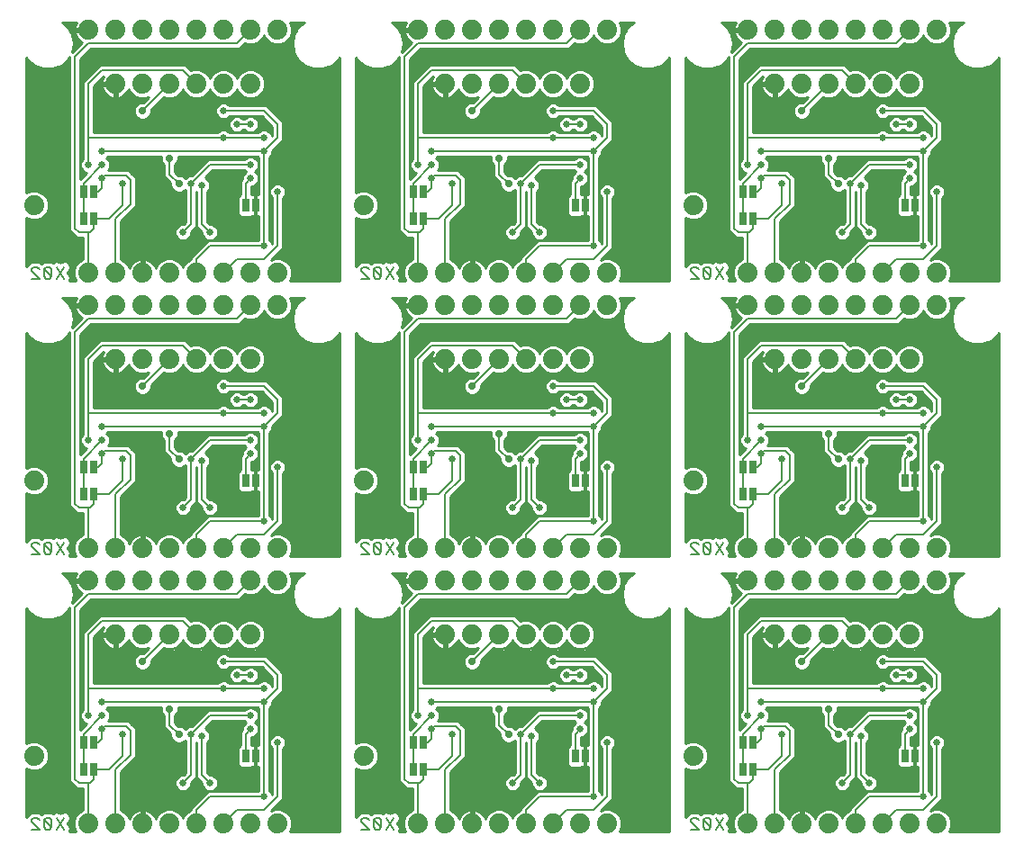
<source format=gbl>
G75*
%MOIN*%
%OFA0B0*%
%FSLAX25Y25*%
%IPPOS*%
%LPD*%
%AMOC8*
5,1,8,0,0,1.08239X$1,22.5*
%
%ADD10C,0.00800*%
%ADD11C,0.07400*%
%ADD12R,0.02500X0.05000*%
%ADD13C,0.00600*%
%ADD14C,0.02600*%
%ADD15C,0.02900*%
%ADD16C,0.01000*%
D10*
X0024496Y0097400D02*
X0027298Y0097400D01*
X0024496Y0100202D01*
X0024496Y0100903D01*
X0025196Y0101604D01*
X0026597Y0101604D01*
X0027298Y0100903D01*
X0029100Y0100903D02*
X0031902Y0098101D01*
X0031201Y0097400D01*
X0029800Y0097400D01*
X0029100Y0098101D01*
X0029100Y0100903D01*
X0029800Y0101604D01*
X0031201Y0101604D01*
X0031902Y0100903D01*
X0031902Y0098101D01*
X0033704Y0097400D02*
X0036506Y0101604D01*
X0033704Y0101604D02*
X0036506Y0097400D01*
X0036506Y0199400D02*
X0033704Y0203604D01*
X0031902Y0202903D02*
X0031902Y0200101D01*
X0029100Y0202903D01*
X0029100Y0200101D01*
X0029800Y0199400D01*
X0031201Y0199400D01*
X0031902Y0200101D01*
X0033704Y0199400D02*
X0036506Y0203604D01*
X0031902Y0202903D02*
X0031201Y0203604D01*
X0029800Y0203604D01*
X0029100Y0202903D01*
X0027298Y0202903D02*
X0026597Y0203604D01*
X0025196Y0203604D01*
X0024496Y0202903D01*
X0024496Y0202202D01*
X0027298Y0199400D01*
X0024496Y0199400D01*
X0024496Y0301400D02*
X0027298Y0301400D01*
X0024496Y0304202D01*
X0024496Y0304903D01*
X0025196Y0305604D01*
X0026597Y0305604D01*
X0027298Y0304903D01*
X0029100Y0304903D02*
X0031902Y0302101D01*
X0031201Y0301400D01*
X0029800Y0301400D01*
X0029100Y0302101D01*
X0029100Y0304903D01*
X0029800Y0305604D01*
X0031201Y0305604D01*
X0031902Y0304903D01*
X0031902Y0302101D01*
X0033704Y0301400D02*
X0036506Y0305604D01*
X0033704Y0305604D02*
X0036506Y0301400D01*
X0146496Y0301400D02*
X0149298Y0301400D01*
X0146496Y0304202D01*
X0146496Y0304903D01*
X0147196Y0305604D01*
X0148597Y0305604D01*
X0149298Y0304903D01*
X0151100Y0304903D02*
X0153902Y0302101D01*
X0153201Y0301400D01*
X0151800Y0301400D01*
X0151100Y0302101D01*
X0151100Y0304903D01*
X0151800Y0305604D01*
X0153201Y0305604D01*
X0153902Y0304903D01*
X0153902Y0302101D01*
X0155704Y0301400D02*
X0158506Y0305604D01*
X0155704Y0305604D02*
X0158506Y0301400D01*
X0158506Y0203604D02*
X0155704Y0199400D01*
X0153902Y0200101D02*
X0151100Y0202903D01*
X0151100Y0200101D01*
X0151800Y0199400D01*
X0153201Y0199400D01*
X0153902Y0200101D01*
X0153902Y0202903D01*
X0153201Y0203604D01*
X0151800Y0203604D01*
X0151100Y0202903D01*
X0149298Y0202903D02*
X0148597Y0203604D01*
X0147196Y0203604D01*
X0146496Y0202903D01*
X0146496Y0202202D01*
X0149298Y0199400D01*
X0146496Y0199400D01*
X0155704Y0203604D02*
X0158506Y0199400D01*
X0158506Y0101604D02*
X0155704Y0097400D01*
X0153902Y0098101D02*
X0151100Y0100903D01*
X0151100Y0098101D01*
X0151800Y0097400D01*
X0153201Y0097400D01*
X0153902Y0098101D01*
X0153902Y0100903D01*
X0153201Y0101604D01*
X0151800Y0101604D01*
X0151100Y0100903D01*
X0149298Y0100903D02*
X0148597Y0101604D01*
X0147196Y0101604D01*
X0146496Y0100903D01*
X0146496Y0100202D01*
X0149298Y0097400D01*
X0146496Y0097400D01*
X0155704Y0101604D02*
X0158506Y0097400D01*
X0268496Y0097400D02*
X0271298Y0097400D01*
X0268496Y0100202D01*
X0268496Y0100903D01*
X0269196Y0101604D01*
X0270597Y0101604D01*
X0271298Y0100903D01*
X0273100Y0100903D02*
X0275902Y0098101D01*
X0275201Y0097400D01*
X0273800Y0097400D01*
X0273100Y0098101D01*
X0273100Y0100903D01*
X0273800Y0101604D01*
X0275201Y0101604D01*
X0275902Y0100903D01*
X0275902Y0098101D01*
X0277704Y0097400D02*
X0280506Y0101604D01*
X0277704Y0101604D02*
X0280506Y0097400D01*
X0280506Y0199400D02*
X0277704Y0203604D01*
X0275902Y0202903D02*
X0275902Y0200101D01*
X0273100Y0202903D01*
X0273100Y0200101D01*
X0273800Y0199400D01*
X0275201Y0199400D01*
X0275902Y0200101D01*
X0277704Y0199400D02*
X0280506Y0203604D01*
X0275902Y0202903D02*
X0275201Y0203604D01*
X0273800Y0203604D01*
X0273100Y0202903D01*
X0271298Y0202903D02*
X0270597Y0203604D01*
X0269196Y0203604D01*
X0268496Y0202903D01*
X0268496Y0202202D01*
X0271298Y0199400D01*
X0268496Y0199400D01*
X0268496Y0301400D02*
X0271298Y0301400D01*
X0268496Y0304202D01*
X0268496Y0304903D01*
X0269196Y0305604D01*
X0270597Y0305604D01*
X0271298Y0304903D01*
X0273100Y0304903D02*
X0275902Y0302101D01*
X0275201Y0301400D01*
X0273800Y0301400D01*
X0273100Y0302101D01*
X0273100Y0304903D01*
X0273800Y0305604D01*
X0275201Y0305604D01*
X0275902Y0304903D01*
X0275902Y0302101D01*
X0277704Y0301400D02*
X0280506Y0305604D01*
X0277704Y0305604D02*
X0280506Y0301400D01*
D11*
X0289500Y0303500D03*
X0299500Y0303500D03*
X0309500Y0303500D03*
X0319500Y0303500D03*
X0329500Y0303500D03*
X0339500Y0303500D03*
X0349500Y0303500D03*
X0359500Y0303500D03*
X0359500Y0291500D03*
X0349500Y0291500D03*
X0339500Y0291500D03*
X0329500Y0291500D03*
X0319500Y0291500D03*
X0309500Y0291500D03*
X0299500Y0291500D03*
X0289500Y0291500D03*
X0299500Y0271500D03*
X0309500Y0271500D03*
X0319500Y0271500D03*
X0329500Y0271500D03*
X0339500Y0271500D03*
X0349500Y0271500D03*
X0349500Y0201500D03*
X0339500Y0201500D03*
X0329500Y0201500D03*
X0319500Y0201500D03*
X0309500Y0201500D03*
X0299500Y0201500D03*
X0289500Y0201500D03*
X0289500Y0189500D03*
X0299500Y0189500D03*
X0309500Y0189500D03*
X0319500Y0189500D03*
X0329500Y0189500D03*
X0339500Y0189500D03*
X0349500Y0189500D03*
X0359500Y0189500D03*
X0359500Y0201500D03*
X0349500Y0169500D03*
X0339500Y0169500D03*
X0329500Y0169500D03*
X0319500Y0169500D03*
X0309500Y0169500D03*
X0299500Y0169500D03*
X0269500Y0124500D03*
X0289500Y0099500D03*
X0299500Y0099500D03*
X0309500Y0099500D03*
X0319500Y0099500D03*
X0329500Y0099500D03*
X0339500Y0099500D03*
X0349500Y0099500D03*
X0359500Y0099500D03*
X0237500Y0099500D03*
X0227500Y0099500D03*
X0217500Y0099500D03*
X0207500Y0099500D03*
X0197500Y0099500D03*
X0187500Y0099500D03*
X0177500Y0099500D03*
X0167500Y0099500D03*
X0147500Y0124500D03*
X0115500Y0099500D03*
X0105500Y0099500D03*
X0095500Y0099500D03*
X0085500Y0099500D03*
X0075500Y0099500D03*
X0065500Y0099500D03*
X0055500Y0099500D03*
X0045500Y0099500D03*
X0025500Y0124500D03*
X0055500Y0169500D03*
X0065500Y0169500D03*
X0075500Y0169500D03*
X0085500Y0169500D03*
X0095500Y0169500D03*
X0105500Y0169500D03*
X0105500Y0189500D03*
X0095500Y0189500D03*
X0085500Y0189500D03*
X0075500Y0189500D03*
X0065500Y0189500D03*
X0055500Y0189500D03*
X0045500Y0189500D03*
X0045500Y0201500D03*
X0055500Y0201500D03*
X0065500Y0201500D03*
X0075500Y0201500D03*
X0085500Y0201500D03*
X0095500Y0201500D03*
X0105500Y0201500D03*
X0115500Y0201500D03*
X0115500Y0189500D03*
X0147500Y0226500D03*
X0167500Y0201500D03*
X0177500Y0201500D03*
X0187500Y0201500D03*
X0197500Y0201500D03*
X0207500Y0201500D03*
X0217500Y0201500D03*
X0227500Y0201500D03*
X0237500Y0201500D03*
X0237500Y0189500D03*
X0227500Y0189500D03*
X0217500Y0189500D03*
X0207500Y0189500D03*
X0197500Y0189500D03*
X0187500Y0189500D03*
X0177500Y0189500D03*
X0167500Y0189500D03*
X0177500Y0169500D03*
X0187500Y0169500D03*
X0197500Y0169500D03*
X0207500Y0169500D03*
X0217500Y0169500D03*
X0227500Y0169500D03*
X0269500Y0226500D03*
X0227500Y0271500D03*
X0217500Y0271500D03*
X0207500Y0271500D03*
X0197500Y0271500D03*
X0187500Y0271500D03*
X0177500Y0271500D03*
X0177500Y0291500D03*
X0167500Y0291500D03*
X0167500Y0303500D03*
X0177500Y0303500D03*
X0187500Y0303500D03*
X0197500Y0303500D03*
X0207500Y0303500D03*
X0217500Y0303500D03*
X0227500Y0303500D03*
X0237500Y0303500D03*
X0237500Y0291500D03*
X0227500Y0291500D03*
X0217500Y0291500D03*
X0207500Y0291500D03*
X0197500Y0291500D03*
X0187500Y0291500D03*
X0147500Y0328500D03*
X0115500Y0303500D03*
X0105500Y0303500D03*
X0095500Y0303500D03*
X0085500Y0303500D03*
X0075500Y0303500D03*
X0065500Y0303500D03*
X0055500Y0303500D03*
X0045500Y0303500D03*
X0045500Y0291500D03*
X0055500Y0291500D03*
X0065500Y0291500D03*
X0075500Y0291500D03*
X0085500Y0291500D03*
X0095500Y0291500D03*
X0105500Y0291500D03*
X0115500Y0291500D03*
X0105500Y0271500D03*
X0095500Y0271500D03*
X0085500Y0271500D03*
X0075500Y0271500D03*
X0065500Y0271500D03*
X0055500Y0271500D03*
X0025500Y0226500D03*
X0025500Y0328500D03*
X0055500Y0373500D03*
X0065500Y0373500D03*
X0075500Y0373500D03*
X0085500Y0373500D03*
X0095500Y0373500D03*
X0105500Y0373500D03*
X0105500Y0393500D03*
X0095500Y0393500D03*
X0085500Y0393500D03*
X0075500Y0393500D03*
X0065500Y0393500D03*
X0055500Y0393500D03*
X0045500Y0393500D03*
X0115500Y0393500D03*
X0167500Y0393500D03*
X0177500Y0393500D03*
X0187500Y0393500D03*
X0197500Y0393500D03*
X0207500Y0393500D03*
X0217500Y0393500D03*
X0227500Y0393500D03*
X0237500Y0393500D03*
X0227500Y0373500D03*
X0217500Y0373500D03*
X0207500Y0373500D03*
X0197500Y0373500D03*
X0187500Y0373500D03*
X0177500Y0373500D03*
X0269500Y0328500D03*
X0299500Y0373500D03*
X0309500Y0373500D03*
X0319500Y0373500D03*
X0329500Y0373500D03*
X0339500Y0373500D03*
X0349500Y0373500D03*
X0349500Y0393500D03*
X0339500Y0393500D03*
X0329500Y0393500D03*
X0319500Y0393500D03*
X0309500Y0393500D03*
X0299500Y0393500D03*
X0289500Y0393500D03*
X0359500Y0393500D03*
D12*
X0351272Y0328500D03*
X0347728Y0328500D03*
X0291272Y0323500D03*
X0287728Y0323500D03*
X0287728Y0333500D03*
X0291272Y0333500D03*
X0229272Y0328500D03*
X0225728Y0328500D03*
X0169272Y0323500D03*
X0165728Y0323500D03*
X0165728Y0333500D03*
X0169272Y0333500D03*
X0107272Y0328500D03*
X0103728Y0328500D03*
X0047272Y0323500D03*
X0043728Y0323500D03*
X0043728Y0333500D03*
X0047272Y0333500D03*
X0047272Y0231500D03*
X0043728Y0231500D03*
X0043728Y0221500D03*
X0047272Y0221500D03*
X0103728Y0226500D03*
X0107272Y0226500D03*
X0165728Y0221500D03*
X0169272Y0221500D03*
X0169272Y0231500D03*
X0165728Y0231500D03*
X0225728Y0226500D03*
X0229272Y0226500D03*
X0287728Y0221500D03*
X0291272Y0221500D03*
X0291272Y0231500D03*
X0287728Y0231500D03*
X0347728Y0226500D03*
X0351272Y0226500D03*
X0291272Y0129500D03*
X0287728Y0129500D03*
X0287728Y0119500D03*
X0291272Y0119500D03*
X0347728Y0124500D03*
X0351272Y0124500D03*
X0229272Y0124500D03*
X0225728Y0124500D03*
X0169272Y0119500D03*
X0165728Y0119500D03*
X0165728Y0129500D03*
X0169272Y0129500D03*
X0107272Y0124500D03*
X0103728Y0124500D03*
X0047272Y0119500D03*
X0043728Y0119500D03*
X0043728Y0129500D03*
X0047272Y0129500D03*
D13*
X0049000Y0129500D01*
X0050500Y0131000D01*
X0050500Y0134500D01*
X0051500Y0135500D01*
X0059500Y0135500D01*
X0061000Y0134000D01*
X0061000Y0125000D01*
X0055500Y0119500D01*
X0055500Y0099500D01*
X0045500Y0099500D02*
X0045500Y0114500D01*
X0046000Y0114500D01*
X0047272Y0115772D01*
X0047272Y0119500D01*
X0053000Y0119500D01*
X0058000Y0124500D01*
X0058000Y0132500D01*
X0050500Y0139500D02*
X0043728Y0132728D01*
X0043728Y0129500D01*
X0043728Y0119500D01*
X0040500Y0116000D02*
X0040500Y0179500D01*
X0045500Y0184500D01*
X0100500Y0184500D01*
X0105500Y0189500D01*
X0095500Y0201500D02*
X0100500Y0206500D01*
X0110500Y0206500D01*
X0115500Y0211500D01*
X0115500Y0231500D01*
X0105500Y0236500D02*
X0103728Y0234728D01*
X0103728Y0226500D01*
X0110500Y0211500D02*
X0090500Y0211500D01*
X0085500Y0206500D01*
X0085500Y0201500D01*
X0080500Y0216500D02*
X0083500Y0219500D01*
X0083500Y0234500D01*
X0090500Y0241500D01*
X0105500Y0241500D01*
X0110500Y0246500D02*
X0050500Y0246500D01*
X0050500Y0241500D02*
X0043728Y0234728D01*
X0043728Y0231500D01*
X0043728Y0221500D01*
X0047272Y0221500D02*
X0047272Y0217772D01*
X0046000Y0216500D01*
X0045500Y0216500D01*
X0045500Y0201500D01*
X0055500Y0201500D02*
X0055500Y0221500D01*
X0061000Y0227000D01*
X0061000Y0236000D01*
X0059500Y0237500D01*
X0051500Y0237500D01*
X0050500Y0236500D01*
X0050500Y0233000D01*
X0049000Y0231500D01*
X0047272Y0231500D01*
X0047272Y0221500D02*
X0053000Y0221500D01*
X0058000Y0226500D01*
X0058000Y0234500D01*
X0045500Y0241500D02*
X0045500Y0251500D01*
X0045500Y0271500D01*
X0050500Y0276500D01*
X0080500Y0276500D01*
X0085500Y0271500D01*
X0075500Y0271500D02*
X0065500Y0261500D01*
X0075500Y0244000D02*
X0075500Y0238000D01*
X0079000Y0234500D01*
X0087500Y0234000D02*
X0087500Y0219500D01*
X0090500Y0216500D01*
X0110500Y0211500D02*
X0110500Y0246500D01*
X0115500Y0251500D01*
X0115500Y0256500D01*
X0110500Y0261500D01*
X0095500Y0261500D01*
X0100500Y0256500D02*
X0105500Y0256500D01*
X0110500Y0251500D02*
X0095500Y0251500D01*
X0045500Y0251500D01*
X0040500Y0281500D02*
X0045500Y0286500D01*
X0100500Y0286500D01*
X0105500Y0291500D01*
X0095500Y0303500D02*
X0100500Y0308500D01*
X0110500Y0308500D01*
X0115500Y0313500D01*
X0115500Y0333500D01*
X0105500Y0338500D02*
X0103728Y0336728D01*
X0103728Y0328500D01*
X0105500Y0343500D02*
X0090500Y0343500D01*
X0083500Y0336500D01*
X0083500Y0321500D01*
X0080500Y0318500D01*
X0087500Y0321500D02*
X0090500Y0318500D01*
X0087500Y0321500D02*
X0087500Y0336000D01*
X0079000Y0336500D02*
X0075500Y0340000D01*
X0075500Y0346000D01*
X0061000Y0338000D02*
X0061000Y0329000D01*
X0055500Y0323500D01*
X0055500Y0303500D01*
X0045500Y0303500D02*
X0045500Y0318500D01*
X0046000Y0318500D01*
X0047272Y0319772D01*
X0047272Y0323500D01*
X0053000Y0323500D01*
X0058000Y0328500D01*
X0058000Y0336500D01*
X0059500Y0339500D02*
X0051500Y0339500D01*
X0050500Y0338500D01*
X0050500Y0335000D01*
X0049000Y0333500D01*
X0047272Y0333500D01*
X0043728Y0333500D02*
X0043728Y0336728D01*
X0050500Y0343500D01*
X0050500Y0348500D02*
X0110500Y0348500D01*
X0110500Y0313500D01*
X0090500Y0313500D01*
X0085500Y0308500D01*
X0085500Y0303500D01*
X0061000Y0338000D02*
X0059500Y0339500D01*
X0045500Y0343500D02*
X0045500Y0353500D01*
X0045500Y0373500D01*
X0050500Y0378500D01*
X0080500Y0378500D01*
X0085500Y0373500D01*
X0075500Y0373500D02*
X0065500Y0363500D01*
X0045500Y0353500D02*
X0095500Y0353500D01*
X0110500Y0353500D01*
X0115500Y0353500D02*
X0110500Y0348500D01*
X0115500Y0353500D02*
X0115500Y0358500D01*
X0110500Y0363500D01*
X0095500Y0363500D01*
X0100500Y0358500D02*
X0105500Y0358500D01*
X0100500Y0388500D02*
X0045500Y0388500D01*
X0040500Y0383500D01*
X0040500Y0320000D01*
X0042000Y0318500D01*
X0045500Y0318500D01*
X0043728Y0323500D02*
X0043728Y0333500D01*
X0040500Y0281500D02*
X0040500Y0218000D01*
X0042000Y0216500D01*
X0045500Y0216500D01*
X0050500Y0174500D02*
X0045500Y0169500D01*
X0045500Y0149500D01*
X0045500Y0139500D01*
X0050500Y0144500D02*
X0110500Y0144500D01*
X0110500Y0109500D01*
X0090500Y0109500D01*
X0085500Y0104500D01*
X0085500Y0099500D01*
X0095500Y0099500D02*
X0100500Y0104500D01*
X0110500Y0104500D01*
X0115500Y0109500D01*
X0115500Y0129500D01*
X0105500Y0134500D02*
X0103728Y0132728D01*
X0103728Y0124500D01*
X0105500Y0139500D02*
X0090500Y0139500D01*
X0083500Y0132500D01*
X0083500Y0117500D01*
X0080500Y0114500D01*
X0087500Y0117500D02*
X0090500Y0114500D01*
X0087500Y0117500D02*
X0087500Y0132000D01*
X0079000Y0132500D02*
X0075500Y0136000D01*
X0075500Y0142000D01*
X0065500Y0159500D02*
X0075500Y0169500D01*
X0080500Y0174500D02*
X0085500Y0169500D01*
X0080500Y0174500D02*
X0050500Y0174500D01*
X0045500Y0149500D02*
X0095500Y0149500D01*
X0110500Y0149500D01*
X0115500Y0149500D02*
X0110500Y0144500D01*
X0115500Y0149500D02*
X0115500Y0154500D01*
X0110500Y0159500D01*
X0095500Y0159500D01*
X0100500Y0154500D02*
X0105500Y0154500D01*
X0162500Y0179500D02*
X0162500Y0116000D01*
X0164000Y0114500D01*
X0167500Y0114500D01*
X0167500Y0099500D01*
X0177500Y0099500D02*
X0177500Y0119500D01*
X0183000Y0125000D01*
X0183000Y0134000D01*
X0181500Y0135500D01*
X0173500Y0135500D01*
X0172500Y0134500D01*
X0172500Y0131000D01*
X0171000Y0129500D01*
X0169272Y0129500D01*
X0165728Y0129500D02*
X0165728Y0132728D01*
X0172500Y0139500D01*
X0167500Y0139500D02*
X0167500Y0149500D01*
X0167500Y0169500D01*
X0172500Y0174500D01*
X0202500Y0174500D01*
X0207500Y0169500D01*
X0197500Y0169500D02*
X0187500Y0159500D01*
X0172500Y0144500D02*
X0232500Y0144500D01*
X0232500Y0109500D01*
X0212500Y0109500D01*
X0207500Y0104500D01*
X0207500Y0099500D01*
X0217500Y0099500D02*
X0222500Y0104500D01*
X0232500Y0104500D01*
X0237500Y0109500D01*
X0237500Y0129500D01*
X0227500Y0134500D02*
X0225728Y0132728D01*
X0225728Y0124500D01*
X0227500Y0139500D02*
X0212500Y0139500D01*
X0205500Y0132500D01*
X0205500Y0117500D01*
X0202500Y0114500D01*
X0209500Y0117500D02*
X0212500Y0114500D01*
X0209500Y0117500D02*
X0209500Y0132000D01*
X0201000Y0132500D02*
X0197500Y0136000D01*
X0197500Y0142000D01*
X0180000Y0132500D02*
X0180000Y0124500D01*
X0175000Y0119500D01*
X0169272Y0119500D01*
X0169272Y0115772D01*
X0168000Y0114500D01*
X0167500Y0114500D01*
X0165728Y0119500D02*
X0165728Y0129500D01*
X0167500Y0149500D02*
X0217500Y0149500D01*
X0232500Y0149500D01*
X0237500Y0149500D02*
X0232500Y0144500D01*
X0237500Y0149500D02*
X0237500Y0154500D01*
X0232500Y0159500D01*
X0217500Y0159500D01*
X0222500Y0154500D02*
X0227500Y0154500D01*
X0222500Y0184500D02*
X0167500Y0184500D01*
X0162500Y0179500D01*
X0167500Y0201500D02*
X0167500Y0216500D01*
X0168000Y0216500D01*
X0169272Y0217772D01*
X0169272Y0221500D01*
X0175000Y0221500D01*
X0180000Y0226500D01*
X0180000Y0234500D01*
X0183000Y0236000D02*
X0181500Y0237500D01*
X0173500Y0237500D01*
X0172500Y0236500D01*
X0172500Y0233000D01*
X0171000Y0231500D01*
X0169272Y0231500D01*
X0165728Y0231500D02*
X0165728Y0234728D01*
X0172500Y0241500D01*
X0172500Y0246500D02*
X0232500Y0246500D01*
X0232500Y0211500D01*
X0212500Y0211500D01*
X0207500Y0206500D01*
X0207500Y0201500D01*
X0217500Y0201500D02*
X0222500Y0206500D01*
X0232500Y0206500D01*
X0237500Y0211500D01*
X0237500Y0231500D01*
X0227500Y0236500D02*
X0225728Y0234728D01*
X0225728Y0226500D01*
X0212500Y0216500D02*
X0209500Y0219500D01*
X0209500Y0234000D01*
X0205500Y0234500D02*
X0212500Y0241500D01*
X0227500Y0241500D01*
X0232500Y0246500D02*
X0237500Y0251500D01*
X0237500Y0256500D01*
X0232500Y0261500D01*
X0217500Y0261500D01*
X0222500Y0256500D02*
X0227500Y0256500D01*
X0232500Y0251500D02*
X0217500Y0251500D01*
X0167500Y0251500D01*
X0167500Y0241500D01*
X0167500Y0251500D02*
X0167500Y0271500D01*
X0172500Y0276500D01*
X0202500Y0276500D01*
X0207500Y0271500D01*
X0197500Y0271500D02*
X0187500Y0261500D01*
X0197500Y0244000D02*
X0197500Y0238000D01*
X0201000Y0234500D01*
X0205500Y0234500D02*
X0205500Y0219500D01*
X0202500Y0216500D01*
X0183000Y0227000D02*
X0183000Y0236000D01*
X0183000Y0227000D02*
X0177500Y0221500D01*
X0177500Y0201500D01*
X0167500Y0216500D02*
X0164000Y0216500D01*
X0162500Y0218000D01*
X0162500Y0281500D01*
X0167500Y0286500D01*
X0222500Y0286500D01*
X0227500Y0291500D01*
X0217500Y0303500D02*
X0222500Y0308500D01*
X0232500Y0308500D01*
X0237500Y0313500D01*
X0237500Y0333500D01*
X0227500Y0338500D02*
X0225728Y0336728D01*
X0225728Y0328500D01*
X0227500Y0343500D02*
X0212500Y0343500D01*
X0205500Y0336500D01*
X0205500Y0321500D01*
X0202500Y0318500D01*
X0209500Y0321500D02*
X0212500Y0318500D01*
X0209500Y0321500D02*
X0209500Y0336000D01*
X0201000Y0336500D02*
X0197500Y0340000D01*
X0197500Y0346000D01*
X0183000Y0338000D02*
X0183000Y0329000D01*
X0177500Y0323500D01*
X0177500Y0303500D01*
X0167500Y0303500D02*
X0167500Y0318500D01*
X0168000Y0318500D01*
X0169272Y0319772D01*
X0169272Y0323500D01*
X0175000Y0323500D01*
X0180000Y0328500D01*
X0180000Y0336500D01*
X0181500Y0339500D02*
X0173500Y0339500D01*
X0172500Y0338500D01*
X0172500Y0335000D01*
X0171000Y0333500D01*
X0169272Y0333500D01*
X0165728Y0333500D02*
X0165728Y0336728D01*
X0172500Y0343500D01*
X0172500Y0348500D02*
X0232500Y0348500D01*
X0232500Y0313500D01*
X0212500Y0313500D01*
X0207500Y0308500D01*
X0207500Y0303500D01*
X0183000Y0338000D02*
X0181500Y0339500D01*
X0167500Y0343500D02*
X0167500Y0353500D01*
X0167500Y0373500D01*
X0172500Y0378500D01*
X0202500Y0378500D01*
X0207500Y0373500D01*
X0197500Y0373500D02*
X0187500Y0363500D01*
X0167500Y0353500D02*
X0217500Y0353500D01*
X0232500Y0353500D01*
X0237500Y0353500D02*
X0232500Y0348500D01*
X0237500Y0353500D02*
X0237500Y0358500D01*
X0232500Y0363500D01*
X0217500Y0363500D01*
X0222500Y0358500D02*
X0227500Y0358500D01*
X0222500Y0388500D02*
X0167500Y0388500D01*
X0162500Y0383500D01*
X0162500Y0320000D01*
X0164000Y0318500D01*
X0167500Y0318500D01*
X0165728Y0323500D02*
X0165728Y0333500D01*
X0222500Y0388500D02*
X0227500Y0393500D01*
X0284500Y0383500D02*
X0289500Y0388500D01*
X0344500Y0388500D01*
X0349500Y0393500D01*
X0329500Y0373500D02*
X0324500Y0378500D01*
X0294500Y0378500D01*
X0289500Y0373500D01*
X0289500Y0353500D01*
X0289500Y0343500D01*
X0294500Y0343500D02*
X0287728Y0336728D01*
X0287728Y0333500D01*
X0287728Y0323500D01*
X0291272Y0323500D02*
X0291272Y0319772D01*
X0290000Y0318500D01*
X0289500Y0318500D01*
X0289500Y0303500D01*
X0299500Y0303500D02*
X0299500Y0323500D01*
X0305000Y0329000D01*
X0305000Y0338000D01*
X0303500Y0339500D01*
X0295500Y0339500D01*
X0294500Y0338500D01*
X0294500Y0335000D01*
X0293000Y0333500D01*
X0291272Y0333500D01*
X0302000Y0336500D02*
X0302000Y0328500D01*
X0297000Y0323500D01*
X0291272Y0323500D01*
X0289500Y0318500D02*
X0286000Y0318500D01*
X0284500Y0320000D01*
X0284500Y0383500D01*
X0309500Y0363500D02*
X0319500Y0373500D01*
X0339500Y0363500D02*
X0354500Y0363500D01*
X0359500Y0358500D01*
X0359500Y0353500D01*
X0354500Y0348500D01*
X0294500Y0348500D01*
X0289500Y0353500D02*
X0339500Y0353500D01*
X0354500Y0353500D01*
X0354500Y0348500D02*
X0354500Y0313500D01*
X0334500Y0313500D01*
X0329500Y0308500D01*
X0329500Y0303500D01*
X0339500Y0303500D02*
X0344500Y0308500D01*
X0354500Y0308500D01*
X0359500Y0313500D01*
X0359500Y0333500D01*
X0349500Y0338500D02*
X0347728Y0336728D01*
X0347728Y0328500D01*
X0349500Y0343500D02*
X0334500Y0343500D01*
X0327500Y0336500D01*
X0327500Y0321500D01*
X0324500Y0318500D01*
X0331500Y0321500D02*
X0334500Y0318500D01*
X0331500Y0321500D02*
X0331500Y0336000D01*
X0323000Y0336500D02*
X0319500Y0340000D01*
X0319500Y0346000D01*
X0344500Y0358500D02*
X0349500Y0358500D01*
X0349500Y0291500D02*
X0344500Y0286500D01*
X0289500Y0286500D01*
X0284500Y0281500D01*
X0284500Y0218000D01*
X0286000Y0216500D01*
X0289500Y0216500D01*
X0289500Y0201500D01*
X0299500Y0201500D02*
X0299500Y0221500D01*
X0305000Y0227000D01*
X0305000Y0236000D01*
X0303500Y0237500D01*
X0295500Y0237500D01*
X0294500Y0236500D01*
X0294500Y0233000D01*
X0293000Y0231500D01*
X0291272Y0231500D01*
X0287728Y0231500D02*
X0287728Y0234728D01*
X0294500Y0241500D01*
X0294500Y0246500D02*
X0354500Y0246500D01*
X0354500Y0211500D01*
X0334500Y0211500D01*
X0329500Y0206500D01*
X0329500Y0201500D01*
X0339500Y0201500D02*
X0344500Y0206500D01*
X0354500Y0206500D01*
X0359500Y0211500D01*
X0359500Y0231500D01*
X0349500Y0236500D02*
X0347728Y0234728D01*
X0347728Y0226500D01*
X0334500Y0216500D02*
X0331500Y0219500D01*
X0331500Y0234000D01*
X0327500Y0234500D02*
X0334500Y0241500D01*
X0349500Y0241500D01*
X0354500Y0246500D02*
X0359500Y0251500D01*
X0359500Y0256500D01*
X0354500Y0261500D01*
X0339500Y0261500D01*
X0344500Y0256500D02*
X0349500Y0256500D01*
X0354500Y0251500D02*
X0339500Y0251500D01*
X0289500Y0251500D01*
X0289500Y0241500D01*
X0289500Y0251500D02*
X0289500Y0271500D01*
X0294500Y0276500D01*
X0324500Y0276500D01*
X0329500Y0271500D01*
X0319500Y0271500D02*
X0309500Y0261500D01*
X0319500Y0244000D02*
X0319500Y0238000D01*
X0323000Y0234500D01*
X0327500Y0234500D02*
X0327500Y0219500D01*
X0324500Y0216500D01*
X0302000Y0226500D02*
X0302000Y0234500D01*
X0302000Y0226500D02*
X0297000Y0221500D01*
X0291272Y0221500D01*
X0291272Y0217772D01*
X0290000Y0216500D01*
X0289500Y0216500D01*
X0287728Y0221500D02*
X0287728Y0231500D01*
X0289500Y0184500D02*
X0284500Y0179500D01*
X0284500Y0116000D01*
X0286000Y0114500D01*
X0289500Y0114500D01*
X0289500Y0099500D01*
X0299500Y0099500D02*
X0299500Y0119500D01*
X0305000Y0125000D01*
X0305000Y0134000D01*
X0303500Y0135500D01*
X0295500Y0135500D01*
X0294500Y0134500D01*
X0294500Y0131000D01*
X0293000Y0129500D01*
X0291272Y0129500D01*
X0287728Y0129500D02*
X0287728Y0132728D01*
X0294500Y0139500D01*
X0289500Y0139500D02*
X0289500Y0149500D01*
X0289500Y0169500D01*
X0294500Y0174500D01*
X0324500Y0174500D01*
X0329500Y0169500D01*
X0319500Y0169500D02*
X0309500Y0159500D01*
X0294500Y0144500D02*
X0354500Y0144500D01*
X0354500Y0109500D01*
X0334500Y0109500D01*
X0329500Y0104500D01*
X0329500Y0099500D01*
X0339500Y0099500D02*
X0344500Y0104500D01*
X0354500Y0104500D01*
X0359500Y0109500D01*
X0359500Y0129500D01*
X0349500Y0134500D02*
X0347728Y0132728D01*
X0347728Y0124500D01*
X0349500Y0139500D02*
X0334500Y0139500D01*
X0327500Y0132500D01*
X0327500Y0117500D01*
X0324500Y0114500D01*
X0331500Y0117500D02*
X0334500Y0114500D01*
X0331500Y0117500D02*
X0331500Y0132000D01*
X0323000Y0132500D02*
X0319500Y0136000D01*
X0319500Y0142000D01*
X0302000Y0132500D02*
X0302000Y0124500D01*
X0297000Y0119500D01*
X0291272Y0119500D01*
X0291272Y0115772D01*
X0290000Y0114500D01*
X0289500Y0114500D01*
X0287728Y0119500D02*
X0287728Y0129500D01*
X0289500Y0149500D02*
X0339500Y0149500D01*
X0354500Y0149500D01*
X0359500Y0149500D02*
X0354500Y0144500D01*
X0359500Y0149500D02*
X0359500Y0154500D01*
X0354500Y0159500D01*
X0339500Y0159500D01*
X0344500Y0154500D02*
X0349500Y0154500D01*
X0344500Y0184500D02*
X0289500Y0184500D01*
X0344500Y0184500D02*
X0349500Y0189500D01*
X0227500Y0189500D02*
X0222500Y0184500D01*
X0165728Y0221500D02*
X0165728Y0231500D01*
X0045500Y0114500D02*
X0042000Y0114500D01*
X0040500Y0116000D01*
X0100500Y0388500D02*
X0105500Y0393500D01*
D14*
X0095500Y0363500D03*
X0095500Y0358500D03*
X0095500Y0353500D03*
X0100500Y0358500D03*
X0105500Y0358500D03*
X0110500Y0353500D03*
X0110500Y0348500D03*
X0105500Y0343500D03*
X0105500Y0338500D03*
X0115500Y0338500D03*
X0115500Y0333500D03*
X0130500Y0348500D03*
X0152500Y0353500D03*
X0167500Y0343500D03*
X0172500Y0343500D03*
X0172500Y0338500D03*
X0180000Y0336500D03*
X0172500Y0348500D03*
X0177500Y0358500D03*
X0187500Y0358500D03*
X0205500Y0336500D03*
X0209500Y0336000D03*
X0198500Y0320500D03*
X0202500Y0318500D03*
X0212500Y0318500D03*
X0232500Y0313500D03*
X0237500Y0333500D03*
X0237500Y0338500D03*
X0227500Y0338500D03*
X0227500Y0343500D03*
X0232500Y0348500D03*
X0232500Y0353500D03*
X0227500Y0358500D03*
X0222500Y0358500D03*
X0217500Y0358500D03*
X0217500Y0353500D03*
X0217500Y0363500D03*
X0252500Y0348500D03*
X0274500Y0353500D03*
X0289500Y0343500D03*
X0294500Y0343500D03*
X0294500Y0338500D03*
X0302000Y0336500D03*
X0294500Y0348500D03*
X0299500Y0358500D03*
X0309500Y0358500D03*
X0327500Y0336500D03*
X0331500Y0336000D03*
X0320500Y0320500D03*
X0324500Y0318500D03*
X0334500Y0318500D03*
X0354500Y0313500D03*
X0359500Y0333500D03*
X0359500Y0338500D03*
X0349500Y0338500D03*
X0349500Y0343500D03*
X0354500Y0348500D03*
X0354500Y0353500D03*
X0349500Y0358500D03*
X0344500Y0358500D03*
X0339500Y0358500D03*
X0339500Y0353500D03*
X0339500Y0363500D03*
X0374500Y0348500D03*
X0313000Y0320500D03*
X0279500Y0323500D03*
X0339500Y0261500D03*
X0339500Y0256500D03*
X0339500Y0251500D03*
X0344500Y0256500D03*
X0349500Y0256500D03*
X0354500Y0251500D03*
X0354500Y0246500D03*
X0349500Y0241500D03*
X0349500Y0236500D03*
X0359500Y0236500D03*
X0359500Y0231500D03*
X0354500Y0211500D03*
X0334500Y0216500D03*
X0324500Y0216500D03*
X0320500Y0218500D03*
X0313000Y0218500D03*
X0302000Y0234500D03*
X0294500Y0236500D03*
X0294500Y0241500D03*
X0294500Y0246500D03*
X0289500Y0241500D03*
X0299500Y0256500D03*
X0309500Y0256500D03*
X0327500Y0234500D03*
X0331500Y0234000D03*
X0374500Y0246500D03*
X0339500Y0159500D03*
X0339500Y0154500D03*
X0339500Y0149500D03*
X0344500Y0154500D03*
X0349500Y0154500D03*
X0354500Y0149500D03*
X0354500Y0144500D03*
X0349500Y0139500D03*
X0349500Y0134500D03*
X0359500Y0134500D03*
X0359500Y0129500D03*
X0354500Y0109500D03*
X0334500Y0114500D03*
X0324500Y0114500D03*
X0320500Y0116500D03*
X0313000Y0116500D03*
X0302000Y0132500D03*
X0294500Y0134500D03*
X0294500Y0139500D03*
X0289500Y0139500D03*
X0294500Y0144500D03*
X0299500Y0154500D03*
X0309500Y0154500D03*
X0327500Y0132500D03*
X0331500Y0132000D03*
X0374500Y0144500D03*
X0279500Y0119500D03*
X0252500Y0144500D03*
X0237500Y0134500D03*
X0237500Y0129500D03*
X0227500Y0134500D03*
X0227500Y0139500D03*
X0232500Y0144500D03*
X0232500Y0149500D03*
X0227500Y0154500D03*
X0222500Y0154500D03*
X0217500Y0154500D03*
X0217500Y0149500D03*
X0217500Y0159500D03*
X0209500Y0132000D03*
X0205500Y0132500D03*
X0198500Y0116500D03*
X0202500Y0114500D03*
X0212500Y0114500D03*
X0232500Y0109500D03*
X0191000Y0116500D03*
X0180000Y0132500D03*
X0172500Y0134500D03*
X0172500Y0139500D03*
X0167500Y0139500D03*
X0172500Y0144500D03*
X0177500Y0154500D03*
X0187500Y0154500D03*
X0152500Y0149500D03*
X0130500Y0144500D03*
X0115500Y0134500D03*
X0115500Y0129500D03*
X0105500Y0134500D03*
X0105500Y0139500D03*
X0110500Y0144500D03*
X0110500Y0149500D03*
X0105500Y0154500D03*
X0100500Y0154500D03*
X0095500Y0154500D03*
X0095500Y0149500D03*
X0095500Y0159500D03*
X0087500Y0132000D03*
X0083500Y0132500D03*
X0076500Y0116500D03*
X0080500Y0114500D03*
X0090500Y0114500D03*
X0110500Y0109500D03*
X0069000Y0116500D03*
X0058000Y0132500D03*
X0050500Y0134500D03*
X0050500Y0139500D03*
X0045500Y0139500D03*
X0050500Y0144500D03*
X0055500Y0154500D03*
X0065500Y0154500D03*
X0030500Y0149500D03*
X0035500Y0119500D03*
X0110500Y0211500D03*
X0115500Y0231500D03*
X0115500Y0236500D03*
X0105500Y0236500D03*
X0105500Y0241500D03*
X0110500Y0246500D03*
X0110500Y0251500D03*
X0105500Y0256500D03*
X0100500Y0256500D03*
X0095500Y0256500D03*
X0095500Y0251500D03*
X0095500Y0261500D03*
X0087500Y0234000D03*
X0083500Y0234500D03*
X0076500Y0218500D03*
X0080500Y0216500D03*
X0090500Y0216500D03*
X0069000Y0218500D03*
X0058000Y0234500D03*
X0050500Y0236500D03*
X0050500Y0241500D03*
X0050500Y0246500D03*
X0045500Y0241500D03*
X0055500Y0256500D03*
X0065500Y0256500D03*
X0030500Y0251500D03*
X0035500Y0221500D03*
X0130500Y0246500D03*
X0152500Y0251500D03*
X0167500Y0241500D03*
X0172500Y0241500D03*
X0172500Y0236500D03*
X0180000Y0234500D03*
X0172500Y0246500D03*
X0177500Y0256500D03*
X0187500Y0256500D03*
X0205500Y0234500D03*
X0209500Y0234000D03*
X0212500Y0216500D03*
X0202500Y0216500D03*
X0198500Y0218500D03*
X0191000Y0218500D03*
X0157500Y0221500D03*
X0217500Y0251500D03*
X0217500Y0256500D03*
X0217500Y0261500D03*
X0222500Y0256500D03*
X0227500Y0256500D03*
X0232500Y0251500D03*
X0232500Y0246500D03*
X0227500Y0241500D03*
X0227500Y0236500D03*
X0237500Y0236500D03*
X0237500Y0231500D03*
X0232500Y0211500D03*
X0252500Y0246500D03*
X0274500Y0251500D03*
X0279500Y0221500D03*
X0274500Y0149500D03*
X0157500Y0119500D03*
X0110500Y0313500D03*
X0090500Y0318500D03*
X0080500Y0318500D03*
X0076500Y0320500D03*
X0069000Y0320500D03*
X0058000Y0336500D03*
X0050500Y0338500D03*
X0050500Y0343500D03*
X0050500Y0348500D03*
X0045500Y0343500D03*
X0055500Y0358500D03*
X0065500Y0358500D03*
X0083500Y0336500D03*
X0087500Y0336000D03*
X0035500Y0323500D03*
X0030500Y0353500D03*
X0157500Y0323500D03*
X0191000Y0320500D03*
D15*
X0201000Y0336500D03*
X0197500Y0346000D03*
X0187500Y0363500D03*
X0079000Y0336500D03*
X0075500Y0346000D03*
X0065500Y0363500D03*
X0065500Y0261500D03*
X0075500Y0244000D03*
X0079000Y0234500D03*
X0065500Y0159500D03*
X0075500Y0142000D03*
X0079000Y0132500D03*
X0187500Y0159500D03*
X0197500Y0142000D03*
X0201000Y0132500D03*
X0201000Y0234500D03*
X0197500Y0244000D03*
X0187500Y0261500D03*
X0309500Y0261500D03*
X0319500Y0244000D03*
X0323000Y0234500D03*
X0309500Y0159500D03*
X0319500Y0142000D03*
X0323000Y0132500D03*
X0323000Y0336500D03*
X0319500Y0346000D03*
X0309500Y0363500D03*
D16*
X0312330Y0362101D02*
X0336832Y0362101D01*
X0336957Y0361801D02*
X0337801Y0360957D01*
X0338903Y0360500D01*
X0340097Y0360500D01*
X0341199Y0360957D01*
X0341743Y0361500D01*
X0353672Y0361500D01*
X0357500Y0357672D01*
X0357500Y0354328D01*
X0357432Y0354261D01*
X0357043Y0355199D01*
X0356199Y0356043D01*
X0355097Y0356500D01*
X0353903Y0356500D01*
X0352801Y0356043D01*
X0352257Y0355500D01*
X0341743Y0355500D01*
X0341199Y0356043D01*
X0340097Y0356500D01*
X0338903Y0356500D01*
X0337801Y0356043D01*
X0337257Y0355500D01*
X0291500Y0355500D01*
X0291500Y0372672D01*
X0295051Y0376223D01*
X0294681Y0375496D01*
X0294428Y0374718D01*
X0294314Y0374000D01*
X0299000Y0374000D01*
X0299000Y0373000D01*
X0300000Y0373000D01*
X0300000Y0368314D01*
X0300718Y0368428D01*
X0301496Y0368681D01*
X0302225Y0369053D01*
X0302888Y0369534D01*
X0303466Y0370112D01*
X0303947Y0370775D01*
X0304319Y0371504D01*
X0304391Y0371724D01*
X0304922Y0370441D01*
X0306441Y0368922D01*
X0308426Y0368100D01*
X0310574Y0368100D01*
X0311765Y0368593D01*
X0309822Y0366650D01*
X0308873Y0366650D01*
X0307716Y0366170D01*
X0306830Y0365284D01*
X0306350Y0364127D01*
X0306350Y0362873D01*
X0306830Y0361716D01*
X0307716Y0360830D01*
X0308873Y0360350D01*
X0310127Y0360350D01*
X0311284Y0360830D01*
X0312170Y0361716D01*
X0312650Y0362873D01*
X0312650Y0363822D01*
X0317367Y0368539D01*
X0318426Y0368100D01*
X0320574Y0368100D01*
X0322559Y0368922D01*
X0324078Y0370441D01*
X0324500Y0371460D01*
X0324922Y0370441D01*
X0326441Y0368922D01*
X0328426Y0368100D01*
X0330574Y0368100D01*
X0332559Y0368922D01*
X0334078Y0370441D01*
X0334500Y0371460D01*
X0334922Y0370441D01*
X0336441Y0368922D01*
X0338426Y0368100D01*
X0340574Y0368100D01*
X0342559Y0368922D01*
X0344078Y0370441D01*
X0344500Y0371460D01*
X0344922Y0370441D01*
X0346441Y0368922D01*
X0348426Y0368100D01*
X0350574Y0368100D01*
X0352559Y0368922D01*
X0354078Y0370441D01*
X0354900Y0372426D01*
X0354900Y0374574D01*
X0354078Y0376559D01*
X0352559Y0378078D01*
X0350574Y0378900D01*
X0348426Y0378900D01*
X0346441Y0378078D01*
X0344922Y0376559D01*
X0344500Y0375540D01*
X0344078Y0376559D01*
X0342559Y0378078D01*
X0340574Y0378900D01*
X0338426Y0378900D01*
X0336441Y0378078D01*
X0334922Y0376559D01*
X0334500Y0375540D01*
X0334078Y0376559D01*
X0332559Y0378078D01*
X0330574Y0378900D01*
X0328426Y0378900D01*
X0327367Y0378461D01*
X0325328Y0380500D01*
X0293672Y0380500D01*
X0288672Y0375500D01*
X0287500Y0374328D01*
X0287500Y0345743D01*
X0286957Y0345199D01*
X0286500Y0344097D01*
X0286500Y0342903D01*
X0286957Y0341801D01*
X0287801Y0340957D01*
X0288739Y0340568D01*
X0286500Y0338328D01*
X0286500Y0382672D01*
X0290328Y0386500D01*
X0345328Y0386500D01*
X0346500Y0387672D01*
X0347367Y0388539D01*
X0348426Y0388100D01*
X0350574Y0388100D01*
X0352559Y0388922D01*
X0354078Y0390441D01*
X0354500Y0391460D01*
X0354922Y0390441D01*
X0356441Y0388922D01*
X0358426Y0388100D01*
X0360574Y0388100D01*
X0362559Y0388922D01*
X0364078Y0390441D01*
X0364900Y0392426D01*
X0364900Y0394574D01*
X0364144Y0396400D01*
X0369291Y0396400D01*
X0367188Y0394635D01*
X0365531Y0391765D01*
X0364955Y0388500D01*
X0364955Y0388500D01*
X0365531Y0385235D01*
X0367188Y0382365D01*
X0367188Y0382365D01*
X0369727Y0380234D01*
X0369727Y0380234D01*
X0372843Y0379100D01*
X0376157Y0379100D01*
X0379272Y0380234D01*
X0379273Y0380234D01*
X0381812Y0382365D01*
X0382400Y0383383D01*
X0382400Y0300600D01*
X0364144Y0300600D01*
X0364900Y0302426D01*
X0364900Y0304574D01*
X0364078Y0306559D01*
X0362559Y0308078D01*
X0360574Y0308900D01*
X0358426Y0308900D01*
X0357235Y0308407D01*
X0360328Y0311500D01*
X0361500Y0312672D01*
X0361500Y0331257D01*
X0362043Y0331801D01*
X0362500Y0332903D01*
X0362500Y0334097D01*
X0362043Y0335199D01*
X0361199Y0336043D01*
X0360097Y0336500D01*
X0358903Y0336500D01*
X0357801Y0336043D01*
X0356957Y0335199D01*
X0356500Y0334097D01*
X0356500Y0332903D01*
X0356957Y0331801D01*
X0357500Y0331257D01*
X0357500Y0314328D01*
X0357432Y0314261D01*
X0357043Y0315199D01*
X0356500Y0315743D01*
X0356500Y0346257D01*
X0357043Y0346801D01*
X0357500Y0347903D01*
X0357500Y0348672D01*
X0361500Y0352672D01*
X0361500Y0359328D01*
X0360328Y0360500D01*
X0355328Y0365500D01*
X0341743Y0365500D01*
X0341199Y0366043D01*
X0340097Y0366500D01*
X0338903Y0366500D01*
X0337801Y0366043D01*
X0336957Y0365199D01*
X0336500Y0364097D01*
X0336500Y0362903D01*
X0336957Y0361801D01*
X0337655Y0361103D02*
X0311557Y0361103D01*
X0312650Y0363100D02*
X0336500Y0363100D01*
X0336501Y0364098D02*
X0312926Y0364098D01*
X0313925Y0365097D02*
X0336914Y0365097D01*
X0337926Y0366095D02*
X0314923Y0366095D01*
X0315922Y0367094D02*
X0382400Y0367094D01*
X0382400Y0368092D02*
X0316921Y0368092D01*
X0311264Y0368092D02*
X0291500Y0368092D01*
X0291500Y0367094D02*
X0310265Y0367094D01*
X0307640Y0366095D02*
X0291500Y0366095D01*
X0291500Y0365097D02*
X0306752Y0365097D01*
X0306350Y0364098D02*
X0291500Y0364098D01*
X0291500Y0363100D02*
X0306350Y0363100D01*
X0306670Y0362101D02*
X0291500Y0362101D01*
X0291500Y0361103D02*
X0307443Y0361103D01*
X0306273Y0369091D02*
X0302278Y0369091D01*
X0303443Y0370089D02*
X0305274Y0370089D01*
X0304654Y0371088D02*
X0304107Y0371088D01*
X0300000Y0371088D02*
X0299000Y0371088D01*
X0299000Y0372086D02*
X0300000Y0372086D01*
X0299000Y0373000D02*
X0299000Y0368314D01*
X0298282Y0368428D01*
X0297504Y0368681D01*
X0296775Y0369053D01*
X0296112Y0369534D01*
X0295534Y0370112D01*
X0295053Y0370775D01*
X0294681Y0371504D01*
X0294428Y0372282D01*
X0294314Y0373000D01*
X0299000Y0373000D01*
X0299000Y0373085D02*
X0291913Y0373085D01*
X0291500Y0372086D02*
X0294492Y0372086D01*
X0294893Y0371088D02*
X0291500Y0371088D01*
X0291500Y0370089D02*
X0295557Y0370089D01*
X0296722Y0369091D02*
X0291500Y0369091D01*
X0287500Y0369091D02*
X0286500Y0369091D01*
X0286500Y0370089D02*
X0287500Y0370089D01*
X0287500Y0371088D02*
X0286500Y0371088D01*
X0286500Y0372086D02*
X0287500Y0372086D01*
X0287500Y0373085D02*
X0286500Y0373085D01*
X0286500Y0374083D02*
X0287500Y0374083D01*
X0288253Y0375082D02*
X0286500Y0375082D01*
X0286500Y0376080D02*
X0289252Y0376080D01*
X0290250Y0377079D02*
X0286500Y0377079D01*
X0286500Y0378077D02*
X0291249Y0378077D01*
X0292247Y0379076D02*
X0286500Y0379076D01*
X0286500Y0380074D02*
X0293246Y0380074D01*
X0294909Y0376080D02*
X0294979Y0376080D01*
X0294546Y0375082D02*
X0293910Y0375082D01*
X0294328Y0374083D02*
X0292912Y0374083D01*
X0299000Y0370089D02*
X0300000Y0370089D01*
X0300000Y0369091D02*
X0299000Y0369091D01*
X0287500Y0368092D02*
X0286500Y0368092D01*
X0286500Y0367094D02*
X0287500Y0367094D01*
X0287500Y0366095D02*
X0286500Y0366095D01*
X0286500Y0365097D02*
X0287500Y0365097D01*
X0287500Y0364098D02*
X0286500Y0364098D01*
X0286500Y0363100D02*
X0287500Y0363100D01*
X0287500Y0362101D02*
X0286500Y0362101D01*
X0286500Y0361103D02*
X0287500Y0361103D01*
X0287500Y0360104D02*
X0286500Y0360104D01*
X0286500Y0359105D02*
X0287500Y0359105D01*
X0287500Y0358107D02*
X0286500Y0358107D01*
X0286500Y0357108D02*
X0287500Y0357108D01*
X0287500Y0356110D02*
X0286500Y0356110D01*
X0286500Y0355111D02*
X0287500Y0355111D01*
X0287500Y0354113D02*
X0286500Y0354113D01*
X0286500Y0353114D02*
X0287500Y0353114D01*
X0287500Y0352116D02*
X0286500Y0352116D01*
X0286500Y0351117D02*
X0287500Y0351117D01*
X0287500Y0350119D02*
X0286500Y0350119D01*
X0286500Y0349120D02*
X0287500Y0349120D01*
X0287500Y0348122D02*
X0286500Y0348122D01*
X0286500Y0347123D02*
X0287500Y0347123D01*
X0287500Y0346125D02*
X0286500Y0346125D01*
X0286500Y0345126D02*
X0286926Y0345126D01*
X0286513Y0344128D02*
X0286500Y0344128D01*
X0286500Y0343129D02*
X0286500Y0343129D01*
X0286500Y0342131D02*
X0286820Y0342131D01*
X0286500Y0341132D02*
X0287625Y0341132D01*
X0288305Y0340134D02*
X0286500Y0340134D01*
X0286500Y0339135D02*
X0287307Y0339135D01*
X0282500Y0339135D02*
X0266600Y0339135D01*
X0266600Y0338137D02*
X0282500Y0338137D01*
X0282500Y0337138D02*
X0266600Y0337138D01*
X0266600Y0336140D02*
X0282500Y0336140D01*
X0282500Y0335141D02*
X0266600Y0335141D01*
X0266600Y0334143D02*
X0282500Y0334143D01*
X0282500Y0333144D02*
X0272399Y0333144D01*
X0272559Y0333078D02*
X0270574Y0333900D01*
X0268426Y0333900D01*
X0266600Y0333144D01*
X0266601Y0333144D01*
X0266600Y0333144D02*
X0266600Y0383383D01*
X0267188Y0382365D01*
X0267188Y0382365D01*
X0269727Y0380234D01*
X0269727Y0380234D01*
X0272843Y0379100D01*
X0276157Y0379100D01*
X0279272Y0380234D01*
X0279273Y0380234D01*
X0281812Y0382365D01*
X0282500Y0383556D01*
X0282500Y0319172D01*
X0283672Y0318000D01*
X0284000Y0317672D01*
X0285172Y0316500D01*
X0287500Y0316500D01*
X0287500Y0308516D01*
X0286441Y0308078D01*
X0284922Y0306559D01*
X0284100Y0304574D01*
X0284100Y0302426D01*
X0284856Y0300600D01*
X0282487Y0300600D01*
X0282736Y0301841D01*
X0281629Y0303502D01*
X0282736Y0305162D01*
X0282395Y0306868D01*
X0280947Y0307833D01*
X0279241Y0307492D01*
X0279105Y0307288D01*
X0278968Y0307492D01*
X0277262Y0307833D01*
X0276470Y0307305D01*
X0276071Y0307704D01*
X0274670Y0307704D01*
X0274332Y0307704D01*
X0274332Y0307704D01*
X0272930Y0307704D01*
X0272930Y0307704D01*
X0272916Y0307690D01*
X0272199Y0306972D01*
X0271481Y0307690D01*
X0271467Y0307704D01*
X0270066Y0307704D01*
X0269906Y0307704D01*
X0269728Y0307704D01*
X0269728Y0307704D01*
X0268326Y0307704D01*
X0267096Y0306473D01*
X0266600Y0305977D01*
X0266600Y0323856D01*
X0268426Y0323100D01*
X0270574Y0323100D01*
X0272559Y0323922D01*
X0274078Y0325441D01*
X0274900Y0327426D01*
X0274900Y0329574D01*
X0274078Y0331559D01*
X0272559Y0333078D01*
X0273491Y0332146D02*
X0282500Y0332146D01*
X0282500Y0331147D02*
X0274248Y0331147D01*
X0274662Y0330149D02*
X0282500Y0330149D01*
X0282500Y0329150D02*
X0274900Y0329150D01*
X0274900Y0328152D02*
X0282500Y0328152D01*
X0282500Y0327153D02*
X0274787Y0327153D01*
X0274373Y0326155D02*
X0282500Y0326155D01*
X0282500Y0325156D02*
X0273793Y0325156D01*
X0272794Y0324158D02*
X0282500Y0324158D01*
X0282500Y0323159D02*
X0270717Y0323159D01*
X0268283Y0323159D02*
X0266600Y0323159D01*
X0266600Y0322161D02*
X0282500Y0322161D01*
X0282500Y0321162D02*
X0266600Y0321162D01*
X0266600Y0320164D02*
X0282500Y0320164D01*
X0282507Y0319165D02*
X0266600Y0319165D01*
X0266600Y0318167D02*
X0283505Y0318167D01*
X0283672Y0318000D02*
X0283672Y0318000D01*
X0284504Y0317168D02*
X0266600Y0317168D01*
X0266600Y0316170D02*
X0287500Y0316170D01*
X0287500Y0315171D02*
X0266600Y0315171D01*
X0266600Y0314172D02*
X0287500Y0314172D01*
X0287500Y0313174D02*
X0266600Y0313174D01*
X0266600Y0312175D02*
X0287500Y0312175D01*
X0287500Y0311177D02*
X0266600Y0311177D01*
X0266600Y0310178D02*
X0287500Y0310178D01*
X0287500Y0309180D02*
X0266600Y0309180D01*
X0266600Y0308181D02*
X0286691Y0308181D01*
X0285546Y0307183D02*
X0281923Y0307183D01*
X0282531Y0306184D02*
X0284767Y0306184D01*
X0284353Y0305186D02*
X0282731Y0305186D01*
X0282086Y0304187D02*
X0284100Y0304187D01*
X0284100Y0303189D02*
X0281837Y0303189D01*
X0282503Y0302190D02*
X0284198Y0302190D01*
X0284611Y0301192D02*
X0282606Y0301192D01*
X0285179Y0294400D02*
X0279709Y0294400D01*
X0281812Y0292635D01*
X0281812Y0292635D01*
X0283469Y0289765D01*
X0283469Y0289765D01*
X0284045Y0286500D01*
X0283483Y0283311D01*
X0287072Y0286901D01*
X0286775Y0287053D01*
X0286112Y0287534D01*
X0285534Y0288112D01*
X0285053Y0288775D01*
X0284681Y0289504D01*
X0284428Y0290282D01*
X0284314Y0291000D01*
X0289000Y0291000D01*
X0289000Y0292000D01*
X0284314Y0292000D01*
X0284428Y0292718D01*
X0284681Y0293496D01*
X0285053Y0294225D01*
X0285179Y0294400D01*
X0285041Y0294202D02*
X0279945Y0294202D01*
X0281135Y0293204D02*
X0284586Y0293204D01*
X0284347Y0292205D02*
X0282060Y0292205D01*
X0282637Y0291207D02*
X0289000Y0291207D01*
X0284831Y0289210D02*
X0283567Y0289210D01*
X0283743Y0288211D02*
X0285462Y0288211D01*
X0286554Y0287213D02*
X0283919Y0287213D01*
X0284045Y0286500D02*
X0284045Y0286500D01*
X0283995Y0286214D02*
X0286386Y0286214D01*
X0285387Y0285216D02*
X0283819Y0285216D01*
X0283642Y0284217D02*
X0284389Y0284217D01*
X0282500Y0281556D02*
X0282500Y0218828D01*
X0282500Y0217172D01*
X0284000Y0215672D01*
X0285172Y0214500D01*
X0287500Y0214500D01*
X0287500Y0206516D01*
X0286441Y0206078D01*
X0284922Y0204559D01*
X0284100Y0202574D01*
X0284100Y0200426D01*
X0284856Y0198600D01*
X0282487Y0198600D01*
X0282736Y0199841D01*
X0281629Y0201502D01*
X0282736Y0203162D01*
X0282395Y0204868D01*
X0280947Y0205833D01*
X0279241Y0205492D01*
X0279105Y0205288D01*
X0278968Y0205492D01*
X0277262Y0205833D01*
X0276470Y0205305D01*
X0276071Y0205704D01*
X0274670Y0205704D01*
X0274492Y0205704D01*
X0274332Y0205704D01*
X0274332Y0205704D01*
X0272930Y0205704D01*
X0272930Y0205704D01*
X0272916Y0205690D01*
X0272199Y0204972D01*
X0271481Y0205690D01*
X0271467Y0205704D01*
X0270066Y0205704D01*
X0269906Y0205704D01*
X0269728Y0205704D01*
X0269728Y0205704D01*
X0268326Y0205704D01*
X0267096Y0204473D01*
X0266600Y0203977D01*
X0266600Y0221856D01*
X0268426Y0221100D01*
X0270574Y0221100D01*
X0272559Y0221922D01*
X0274078Y0223441D01*
X0274900Y0225426D01*
X0274900Y0227574D01*
X0274078Y0229559D01*
X0272559Y0231078D01*
X0270574Y0231900D01*
X0268426Y0231900D01*
X0266600Y0231144D01*
X0266600Y0281383D01*
X0267188Y0280365D01*
X0267188Y0280365D01*
X0269727Y0278234D01*
X0269727Y0278234D01*
X0272843Y0277100D01*
X0276157Y0277100D01*
X0279272Y0278234D01*
X0279273Y0278234D01*
X0281812Y0280365D01*
X0282500Y0281556D01*
X0282500Y0281222D02*
X0282307Y0281222D01*
X0281812Y0280365D02*
X0281812Y0280365D01*
X0281812Y0280365D01*
X0281643Y0280223D02*
X0282500Y0280223D01*
X0282500Y0279225D02*
X0280453Y0279225D01*
X0279251Y0278226D02*
X0282500Y0278226D01*
X0282500Y0277228D02*
X0276508Y0277228D01*
X0272492Y0277228D02*
X0266600Y0277228D01*
X0266600Y0278226D02*
X0269749Y0278226D01*
X0268547Y0279225D02*
X0266600Y0279225D01*
X0266600Y0280223D02*
X0267357Y0280223D01*
X0266693Y0281222D02*
X0266600Y0281222D01*
X0266600Y0276229D02*
X0282500Y0276229D01*
X0282500Y0275231D02*
X0266600Y0275231D01*
X0266600Y0274232D02*
X0282500Y0274232D01*
X0282500Y0273234D02*
X0266600Y0273234D01*
X0266600Y0272235D02*
X0282500Y0272235D01*
X0282500Y0271237D02*
X0266600Y0271237D01*
X0266600Y0270238D02*
X0282500Y0270238D01*
X0282500Y0269239D02*
X0266600Y0269239D01*
X0266600Y0268241D02*
X0282500Y0268241D01*
X0282500Y0267242D02*
X0266600Y0267242D01*
X0266600Y0266244D02*
X0282500Y0266244D01*
X0282500Y0265245D02*
X0266600Y0265245D01*
X0266600Y0264247D02*
X0282500Y0264247D01*
X0282500Y0263248D02*
X0266600Y0263248D01*
X0266600Y0262250D02*
X0282500Y0262250D01*
X0282500Y0261251D02*
X0266600Y0261251D01*
X0266600Y0260253D02*
X0282500Y0260253D01*
X0282500Y0259254D02*
X0266600Y0259254D01*
X0266600Y0258256D02*
X0282500Y0258256D01*
X0282500Y0257257D02*
X0266600Y0257257D01*
X0266600Y0256259D02*
X0282500Y0256259D01*
X0282500Y0255260D02*
X0266600Y0255260D01*
X0266600Y0254262D02*
X0282500Y0254262D01*
X0282500Y0253263D02*
X0266600Y0253263D01*
X0266600Y0252265D02*
X0282500Y0252265D01*
X0282500Y0251266D02*
X0266600Y0251266D01*
X0266600Y0250268D02*
X0282500Y0250268D01*
X0282500Y0249269D02*
X0266600Y0249269D01*
X0266600Y0248271D02*
X0282500Y0248271D01*
X0282500Y0247272D02*
X0266600Y0247272D01*
X0266600Y0246274D02*
X0282500Y0246274D01*
X0282500Y0245275D02*
X0266600Y0245275D01*
X0266600Y0244277D02*
X0282500Y0244277D01*
X0282500Y0243278D02*
X0266600Y0243278D01*
X0266600Y0242280D02*
X0282500Y0242280D01*
X0282500Y0241281D02*
X0266600Y0241281D01*
X0266600Y0240283D02*
X0282500Y0240283D01*
X0282500Y0239284D02*
X0266600Y0239284D01*
X0266600Y0238286D02*
X0282500Y0238286D01*
X0282500Y0237287D02*
X0266600Y0237287D01*
X0266600Y0236289D02*
X0282500Y0236289D01*
X0282500Y0235290D02*
X0266600Y0235290D01*
X0266600Y0234292D02*
X0282500Y0234292D01*
X0282500Y0233293D02*
X0266600Y0233293D01*
X0266600Y0232295D02*
X0282500Y0232295D01*
X0282500Y0231296D02*
X0272032Y0231296D01*
X0273339Y0230298D02*
X0282500Y0230298D01*
X0282500Y0229299D02*
X0274186Y0229299D01*
X0274599Y0228301D02*
X0282500Y0228301D01*
X0282500Y0227302D02*
X0274900Y0227302D01*
X0274900Y0226303D02*
X0282500Y0226303D01*
X0282500Y0225305D02*
X0274850Y0225305D01*
X0274436Y0224306D02*
X0282500Y0224306D01*
X0282500Y0223308D02*
X0273945Y0223308D01*
X0272946Y0222309D02*
X0282500Y0222309D01*
X0282500Y0221311D02*
X0271083Y0221311D01*
X0267917Y0221311D02*
X0266600Y0221311D01*
X0266600Y0220312D02*
X0282500Y0220312D01*
X0282500Y0219314D02*
X0266600Y0219314D01*
X0266600Y0218315D02*
X0282500Y0218315D01*
X0282500Y0217317D02*
X0266600Y0217317D01*
X0266600Y0216318D02*
X0283353Y0216318D01*
X0284352Y0215320D02*
X0266600Y0215320D01*
X0266600Y0214321D02*
X0287500Y0214321D01*
X0287500Y0213323D02*
X0266600Y0213323D01*
X0266600Y0212324D02*
X0287500Y0212324D01*
X0287500Y0211326D02*
X0266600Y0211326D01*
X0266600Y0210327D02*
X0287500Y0210327D01*
X0287500Y0209329D02*
X0266600Y0209329D01*
X0266600Y0208330D02*
X0287500Y0208330D01*
X0287500Y0207332D02*
X0266600Y0207332D01*
X0266600Y0206333D02*
X0287058Y0206333D01*
X0285698Y0205335D02*
X0281695Y0205335D01*
X0282501Y0204336D02*
X0284830Y0204336D01*
X0284416Y0203338D02*
X0282701Y0203338D01*
X0282187Y0202339D02*
X0284100Y0202339D01*
X0284100Y0201341D02*
X0281736Y0201341D01*
X0282402Y0200342D02*
X0284135Y0200342D01*
X0284548Y0199344D02*
X0282636Y0199344D01*
X0279136Y0205335D02*
X0279073Y0205335D01*
X0276514Y0205335D02*
X0276440Y0205335D01*
X0274670Y0205704D02*
X0274670Y0205704D01*
X0272562Y0205335D02*
X0271836Y0205335D01*
X0271467Y0205704D02*
X0271467Y0205704D01*
X0270066Y0205704D02*
X0270066Y0205704D01*
X0267958Y0205335D02*
X0266600Y0205335D01*
X0267096Y0204473D02*
X0267096Y0204473D01*
X0266959Y0204336D02*
X0266600Y0204336D01*
X0260400Y0204336D02*
X0242170Y0204336D01*
X0242078Y0204559D02*
X0240559Y0206078D01*
X0238574Y0206900D01*
X0236426Y0206900D01*
X0235235Y0206407D01*
X0238328Y0209500D01*
X0239500Y0210672D01*
X0239500Y0229257D01*
X0240043Y0229801D01*
X0240500Y0230903D01*
X0240500Y0232097D01*
X0240043Y0233199D01*
X0239199Y0234043D01*
X0238097Y0234500D01*
X0236903Y0234500D01*
X0235801Y0234043D01*
X0234957Y0233199D01*
X0234500Y0232097D01*
X0234500Y0230903D01*
X0234957Y0229801D01*
X0235500Y0229257D01*
X0235500Y0212328D01*
X0235432Y0212261D01*
X0235043Y0213199D01*
X0234500Y0213743D01*
X0234500Y0244257D01*
X0235043Y0244801D01*
X0235500Y0245903D01*
X0235500Y0246672D01*
X0239500Y0250672D01*
X0239500Y0257328D01*
X0238328Y0258500D01*
X0233328Y0263500D01*
X0219743Y0263500D01*
X0219199Y0264043D01*
X0218097Y0264500D01*
X0216903Y0264500D01*
X0215801Y0264043D01*
X0214957Y0263199D01*
X0214500Y0262097D01*
X0214500Y0260903D01*
X0214957Y0259801D01*
X0215801Y0258957D01*
X0216903Y0258500D01*
X0218097Y0258500D01*
X0219199Y0258957D01*
X0219743Y0259500D01*
X0231672Y0259500D01*
X0235500Y0255672D01*
X0235500Y0252328D01*
X0235432Y0252261D01*
X0235043Y0253199D01*
X0234199Y0254043D01*
X0233097Y0254500D01*
X0231903Y0254500D01*
X0230801Y0254043D01*
X0230257Y0253500D01*
X0219743Y0253500D01*
X0219199Y0254043D01*
X0218097Y0254500D01*
X0216903Y0254500D01*
X0215801Y0254043D01*
X0215257Y0253500D01*
X0169500Y0253500D01*
X0169500Y0270672D01*
X0173051Y0274223D01*
X0172681Y0273496D01*
X0172428Y0272718D01*
X0172314Y0272000D01*
X0177000Y0272000D01*
X0177000Y0271000D01*
X0178000Y0271000D01*
X0178000Y0266314D01*
X0178718Y0266428D01*
X0179496Y0266681D01*
X0180225Y0267053D01*
X0180888Y0267534D01*
X0181466Y0268112D01*
X0181947Y0268775D01*
X0182319Y0269504D01*
X0182391Y0269724D01*
X0182922Y0268441D01*
X0184441Y0266922D01*
X0186426Y0266100D01*
X0188574Y0266100D01*
X0189765Y0266593D01*
X0187822Y0264650D01*
X0186873Y0264650D01*
X0185716Y0264170D01*
X0184830Y0263284D01*
X0184350Y0262127D01*
X0184350Y0260873D01*
X0184830Y0259716D01*
X0185716Y0258830D01*
X0186873Y0258350D01*
X0188127Y0258350D01*
X0189284Y0258830D01*
X0190170Y0259716D01*
X0190650Y0260873D01*
X0190650Y0261822D01*
X0195367Y0266539D01*
X0196426Y0266100D01*
X0198574Y0266100D01*
X0200559Y0266922D01*
X0202078Y0268441D01*
X0202500Y0269460D01*
X0202922Y0268441D01*
X0204441Y0266922D01*
X0206426Y0266100D01*
X0208574Y0266100D01*
X0210559Y0266922D01*
X0212078Y0268441D01*
X0212500Y0269460D01*
X0212922Y0268441D01*
X0214441Y0266922D01*
X0216426Y0266100D01*
X0218574Y0266100D01*
X0220559Y0266922D01*
X0222078Y0268441D01*
X0222500Y0269460D01*
X0222922Y0268441D01*
X0224441Y0266922D01*
X0226426Y0266100D01*
X0228574Y0266100D01*
X0230559Y0266922D01*
X0232078Y0268441D01*
X0232900Y0270426D01*
X0232900Y0272574D01*
X0232078Y0274559D01*
X0230559Y0276078D01*
X0228574Y0276900D01*
X0226426Y0276900D01*
X0224441Y0276078D01*
X0222922Y0274559D01*
X0222500Y0273540D01*
X0222078Y0274559D01*
X0220559Y0276078D01*
X0218574Y0276900D01*
X0216426Y0276900D01*
X0214441Y0276078D01*
X0212922Y0274559D01*
X0212500Y0273540D01*
X0212078Y0274559D01*
X0210559Y0276078D01*
X0208574Y0276900D01*
X0206426Y0276900D01*
X0205367Y0276461D01*
X0203328Y0278500D01*
X0171672Y0278500D01*
X0166672Y0273500D01*
X0165500Y0272328D01*
X0165500Y0243743D01*
X0164957Y0243199D01*
X0164500Y0242097D01*
X0164500Y0240903D01*
X0164957Y0239801D01*
X0165801Y0238957D01*
X0166739Y0238568D01*
X0164500Y0236328D01*
X0164500Y0280672D01*
X0168328Y0284500D01*
X0223328Y0284500D01*
X0224500Y0285672D01*
X0225367Y0286539D01*
X0226426Y0286100D01*
X0228574Y0286100D01*
X0230559Y0286922D01*
X0232078Y0288441D01*
X0232500Y0289460D01*
X0232922Y0288441D01*
X0234441Y0286922D01*
X0236426Y0286100D01*
X0238574Y0286100D01*
X0240559Y0286922D01*
X0242078Y0288441D01*
X0242900Y0290426D01*
X0242900Y0292574D01*
X0242144Y0294400D01*
X0247291Y0294400D01*
X0245188Y0292635D01*
X0243531Y0289765D01*
X0242955Y0286500D01*
X0243531Y0283235D01*
X0245188Y0280365D01*
X0247727Y0278234D01*
X0247727Y0278234D01*
X0250843Y0277100D01*
X0254157Y0277100D01*
X0257272Y0278234D01*
X0257273Y0278234D01*
X0259812Y0280365D01*
X0260400Y0281383D01*
X0260400Y0198600D01*
X0242144Y0198600D01*
X0242900Y0200426D01*
X0242900Y0202574D01*
X0242078Y0204559D01*
X0241302Y0205335D02*
X0260400Y0205335D01*
X0260400Y0206333D02*
X0239942Y0206333D01*
X0237159Y0208330D02*
X0260400Y0208330D01*
X0260400Y0207332D02*
X0236160Y0207332D01*
X0238157Y0209329D02*
X0260400Y0209329D01*
X0260400Y0210327D02*
X0239156Y0210327D01*
X0239500Y0211326D02*
X0260400Y0211326D01*
X0260400Y0212324D02*
X0239500Y0212324D01*
X0239500Y0213323D02*
X0260400Y0213323D01*
X0260400Y0214321D02*
X0239500Y0214321D01*
X0239500Y0215320D02*
X0260400Y0215320D01*
X0260400Y0216318D02*
X0239500Y0216318D01*
X0239500Y0217317D02*
X0260400Y0217317D01*
X0260400Y0218315D02*
X0239500Y0218315D01*
X0239500Y0219314D02*
X0260400Y0219314D01*
X0260400Y0220312D02*
X0239500Y0220312D01*
X0239500Y0221311D02*
X0260400Y0221311D01*
X0260400Y0222309D02*
X0239500Y0222309D01*
X0239500Y0223308D02*
X0260400Y0223308D01*
X0260400Y0224306D02*
X0239500Y0224306D01*
X0239500Y0225305D02*
X0260400Y0225305D01*
X0260400Y0226303D02*
X0239500Y0226303D01*
X0239500Y0227302D02*
X0260400Y0227302D01*
X0260400Y0228301D02*
X0239500Y0228301D01*
X0239542Y0229299D02*
X0260400Y0229299D01*
X0260400Y0230298D02*
X0240249Y0230298D01*
X0240500Y0231296D02*
X0260400Y0231296D01*
X0260400Y0232295D02*
X0240418Y0232295D01*
X0239950Y0233293D02*
X0260400Y0233293D01*
X0260400Y0234292D02*
X0238600Y0234292D01*
X0236400Y0234292D02*
X0234500Y0234292D01*
X0234500Y0235290D02*
X0260400Y0235290D01*
X0260400Y0236289D02*
X0234500Y0236289D01*
X0234500Y0237287D02*
X0260400Y0237287D01*
X0260400Y0238286D02*
X0234500Y0238286D01*
X0234500Y0239284D02*
X0260400Y0239284D01*
X0260400Y0240283D02*
X0234500Y0240283D01*
X0234500Y0241281D02*
X0260400Y0241281D01*
X0260400Y0242280D02*
X0234500Y0242280D01*
X0234500Y0243278D02*
X0260400Y0243278D01*
X0260400Y0244277D02*
X0234519Y0244277D01*
X0235240Y0245275D02*
X0260400Y0245275D01*
X0260400Y0246274D02*
X0235500Y0246274D01*
X0236101Y0247272D02*
X0260400Y0247272D01*
X0260400Y0248271D02*
X0237099Y0248271D01*
X0238098Y0249269D02*
X0260400Y0249269D01*
X0260400Y0250268D02*
X0239096Y0250268D01*
X0239500Y0251266D02*
X0260400Y0251266D01*
X0260400Y0252265D02*
X0239500Y0252265D01*
X0239500Y0253263D02*
X0260400Y0253263D01*
X0260400Y0254262D02*
X0239500Y0254262D01*
X0239500Y0255260D02*
X0260400Y0255260D01*
X0260400Y0256259D02*
X0239500Y0256259D01*
X0239500Y0257257D02*
X0260400Y0257257D01*
X0260400Y0258256D02*
X0238573Y0258256D01*
X0237574Y0259254D02*
X0260400Y0259254D01*
X0260400Y0260253D02*
X0236576Y0260253D01*
X0235577Y0261251D02*
X0260400Y0261251D01*
X0260400Y0262250D02*
X0234579Y0262250D01*
X0233580Y0263248D02*
X0260400Y0263248D01*
X0260400Y0264247D02*
X0218708Y0264247D01*
X0218922Y0266244D02*
X0226078Y0266244D01*
X0224121Y0267242D02*
X0220879Y0267242D01*
X0221878Y0268241D02*
X0223122Y0268241D01*
X0222591Y0269239D02*
X0222409Y0269239D01*
X0222213Y0274232D02*
X0222787Y0274232D01*
X0223594Y0275231D02*
X0221406Y0275231D01*
X0220194Y0276229D02*
X0224806Y0276229D01*
X0230194Y0276229D02*
X0260400Y0276229D01*
X0260400Y0275231D02*
X0231406Y0275231D01*
X0232213Y0274232D02*
X0260400Y0274232D01*
X0260400Y0273234D02*
X0232627Y0273234D01*
X0232900Y0272235D02*
X0260400Y0272235D01*
X0260400Y0271237D02*
X0232900Y0271237D01*
X0232822Y0270238D02*
X0260400Y0270238D01*
X0260400Y0269239D02*
X0232409Y0269239D01*
X0231878Y0268241D02*
X0260400Y0268241D01*
X0260400Y0267242D02*
X0230879Y0267242D01*
X0228922Y0266244D02*
X0260400Y0266244D01*
X0260400Y0265245D02*
X0194074Y0265245D01*
X0193075Y0264247D02*
X0216292Y0264247D01*
X0215006Y0263248D02*
X0192077Y0263248D01*
X0191078Y0262250D02*
X0214563Y0262250D01*
X0214500Y0261251D02*
X0190650Y0261251D01*
X0190393Y0260253D02*
X0214769Y0260253D01*
X0215503Y0259254D02*
X0189709Y0259254D01*
X0185291Y0259254D02*
X0169500Y0259254D01*
X0169500Y0258256D02*
X0220013Y0258256D01*
X0219957Y0258199D02*
X0219500Y0257097D01*
X0219500Y0255903D01*
X0219957Y0254801D01*
X0220801Y0253957D01*
X0221903Y0253500D01*
X0223097Y0253500D01*
X0224199Y0253957D01*
X0224743Y0254500D01*
X0225257Y0254500D01*
X0225801Y0253957D01*
X0226903Y0253500D01*
X0228097Y0253500D01*
X0229199Y0253957D01*
X0230043Y0254801D01*
X0230500Y0255903D01*
X0230500Y0257097D01*
X0230043Y0258199D01*
X0229199Y0259043D01*
X0228097Y0259500D01*
X0226903Y0259500D01*
X0225801Y0259043D01*
X0225257Y0258500D01*
X0224743Y0258500D01*
X0224199Y0259043D01*
X0223097Y0259500D01*
X0221903Y0259500D01*
X0220801Y0259043D01*
X0219957Y0258199D01*
X0219567Y0257257D02*
X0169500Y0257257D01*
X0169500Y0256259D02*
X0219500Y0256259D01*
X0219766Y0255260D02*
X0169500Y0255260D01*
X0169500Y0254262D02*
X0216328Y0254262D01*
X0218672Y0254262D02*
X0220496Y0254262D01*
X0224504Y0254262D02*
X0225496Y0254262D01*
X0229504Y0254262D02*
X0231328Y0254262D01*
X0230234Y0255260D02*
X0235500Y0255260D01*
X0235500Y0254262D02*
X0233672Y0254262D01*
X0234979Y0253263D02*
X0235500Y0253263D01*
X0235430Y0252265D02*
X0235436Y0252265D01*
X0234913Y0256259D02*
X0230500Y0256259D01*
X0230433Y0257257D02*
X0233914Y0257257D01*
X0232916Y0258256D02*
X0229987Y0258256D01*
X0228690Y0259254D02*
X0231917Y0259254D01*
X0226310Y0259254D02*
X0223690Y0259254D01*
X0221310Y0259254D02*
X0219497Y0259254D01*
X0216078Y0266244D02*
X0208922Y0266244D01*
X0210879Y0267242D02*
X0214121Y0267242D01*
X0213122Y0268241D02*
X0211878Y0268241D01*
X0212409Y0269239D02*
X0212591Y0269239D01*
X0212787Y0274232D02*
X0212213Y0274232D01*
X0211406Y0275231D02*
X0213594Y0275231D01*
X0214806Y0276229D02*
X0210194Y0276229D01*
X0204601Y0277228D02*
X0250492Y0277228D01*
X0247749Y0278226D02*
X0203602Y0278226D01*
X0202591Y0269239D02*
X0202409Y0269239D01*
X0201878Y0268241D02*
X0203122Y0268241D01*
X0204121Y0267242D02*
X0200879Y0267242D01*
X0198922Y0266244D02*
X0206078Y0266244D01*
X0196078Y0266244D02*
X0195072Y0266244D01*
X0189416Y0266244D02*
X0188922Y0266244D01*
X0188417Y0265245D02*
X0169500Y0265245D01*
X0169500Y0264247D02*
X0185900Y0264247D01*
X0184815Y0263248D02*
X0169500Y0263248D01*
X0169500Y0262250D02*
X0184401Y0262250D01*
X0184350Y0261251D02*
X0169500Y0261251D01*
X0169500Y0260253D02*
X0184607Y0260253D01*
X0186078Y0266244D02*
X0169500Y0266244D01*
X0169500Y0267242D02*
X0174513Y0267242D01*
X0174775Y0267053D02*
X0174112Y0267534D01*
X0173534Y0268112D01*
X0173053Y0268775D01*
X0172681Y0269504D01*
X0172428Y0270282D01*
X0172314Y0271000D01*
X0177000Y0271000D01*
X0177000Y0266314D01*
X0176282Y0266428D01*
X0175504Y0266681D01*
X0174775Y0267053D01*
X0173440Y0268241D02*
X0169500Y0268241D01*
X0169500Y0269239D02*
X0172816Y0269239D01*
X0172442Y0270238D02*
X0169500Y0270238D01*
X0170065Y0271237D02*
X0177000Y0271237D01*
X0177000Y0270238D02*
X0178000Y0270238D01*
X0178000Y0269239D02*
X0177000Y0269239D01*
X0177000Y0268241D02*
X0178000Y0268241D01*
X0178000Y0267242D02*
X0177000Y0267242D01*
X0180487Y0267242D02*
X0184121Y0267242D01*
X0183122Y0268241D02*
X0181560Y0268241D01*
X0182184Y0269239D02*
X0182591Y0269239D01*
X0172352Y0272235D02*
X0171063Y0272235D01*
X0172062Y0273234D02*
X0172596Y0273234D01*
X0169401Y0276229D02*
X0164500Y0276229D01*
X0164500Y0275231D02*
X0168402Y0275231D01*
X0167404Y0274232D02*
X0164500Y0274232D01*
X0164500Y0273234D02*
X0166405Y0273234D01*
X0165500Y0272235D02*
X0164500Y0272235D01*
X0164500Y0271237D02*
X0165500Y0271237D01*
X0165500Y0270238D02*
X0164500Y0270238D01*
X0164500Y0269239D02*
X0165500Y0269239D01*
X0165500Y0268241D02*
X0164500Y0268241D01*
X0164500Y0267242D02*
X0165500Y0267242D01*
X0165500Y0266244D02*
X0164500Y0266244D01*
X0164500Y0265245D02*
X0165500Y0265245D01*
X0165500Y0264247D02*
X0164500Y0264247D01*
X0164500Y0263248D02*
X0165500Y0263248D01*
X0165500Y0262250D02*
X0164500Y0262250D01*
X0164500Y0261251D02*
X0165500Y0261251D01*
X0165500Y0260253D02*
X0164500Y0260253D01*
X0164500Y0259254D02*
X0165500Y0259254D01*
X0165500Y0258256D02*
X0164500Y0258256D01*
X0164500Y0257257D02*
X0165500Y0257257D01*
X0165500Y0256259D02*
X0164500Y0256259D01*
X0164500Y0255260D02*
X0165500Y0255260D01*
X0165500Y0254262D02*
X0164500Y0254262D01*
X0164500Y0253263D02*
X0165500Y0253263D01*
X0165500Y0252265D02*
X0164500Y0252265D01*
X0164500Y0251266D02*
X0165500Y0251266D01*
X0165500Y0250268D02*
X0164500Y0250268D01*
X0164500Y0249269D02*
X0165500Y0249269D01*
X0165500Y0248271D02*
X0164500Y0248271D01*
X0164500Y0247272D02*
X0165500Y0247272D01*
X0165500Y0246274D02*
X0164500Y0246274D01*
X0164500Y0245275D02*
X0165500Y0245275D01*
X0165500Y0244277D02*
X0164500Y0244277D01*
X0164500Y0243278D02*
X0165036Y0243278D01*
X0164576Y0242280D02*
X0164500Y0242280D01*
X0164500Y0241281D02*
X0164500Y0241281D01*
X0164500Y0240283D02*
X0164757Y0240283D01*
X0164500Y0239284D02*
X0165473Y0239284D01*
X0164500Y0238286D02*
X0166457Y0238286D01*
X0165459Y0237287D02*
X0164500Y0237287D01*
X0160500Y0237287D02*
X0144600Y0237287D01*
X0144600Y0236289D02*
X0160500Y0236289D01*
X0160500Y0235290D02*
X0144600Y0235290D01*
X0144600Y0234292D02*
X0160500Y0234292D01*
X0160500Y0233293D02*
X0144600Y0233293D01*
X0144600Y0232295D02*
X0160500Y0232295D01*
X0160500Y0231296D02*
X0150032Y0231296D01*
X0150559Y0231078D02*
X0148574Y0231900D01*
X0146426Y0231900D01*
X0144600Y0231144D01*
X0144600Y0281383D01*
X0145188Y0280365D01*
X0145188Y0280365D01*
X0147727Y0278234D01*
X0147727Y0278234D01*
X0150843Y0277100D01*
X0154157Y0277100D01*
X0157272Y0278234D01*
X0157273Y0278234D01*
X0159812Y0280365D01*
X0160500Y0281556D01*
X0160500Y0217172D01*
X0161672Y0216000D01*
X0162000Y0215672D01*
X0163172Y0214500D01*
X0165500Y0214500D01*
X0165500Y0206516D01*
X0164441Y0206078D01*
X0162922Y0204559D01*
X0162100Y0202574D01*
X0162100Y0200426D01*
X0162856Y0198600D01*
X0160487Y0198600D01*
X0160736Y0199841D01*
X0159629Y0201502D01*
X0160736Y0203162D01*
X0160395Y0204868D01*
X0158947Y0205833D01*
X0157241Y0205492D01*
X0157105Y0205288D01*
X0156968Y0205492D01*
X0155262Y0205833D01*
X0154470Y0205305D01*
X0154071Y0205704D01*
X0152670Y0205704D01*
X0152332Y0205704D01*
X0152332Y0205704D01*
X0150930Y0205704D01*
X0150930Y0205704D01*
X0150916Y0205690D01*
X0150199Y0204972D01*
X0149481Y0205690D01*
X0149467Y0205704D01*
X0148066Y0205704D01*
X0147728Y0205704D01*
X0147728Y0205704D01*
X0146326Y0205704D01*
X0145096Y0204473D01*
X0144600Y0203977D01*
X0144600Y0221856D01*
X0146426Y0221100D01*
X0148574Y0221100D01*
X0150559Y0221922D01*
X0152078Y0223441D01*
X0152900Y0225426D01*
X0152900Y0227574D01*
X0152078Y0229559D01*
X0150559Y0231078D01*
X0151339Y0230298D02*
X0160500Y0230298D01*
X0160500Y0229299D02*
X0152186Y0229299D01*
X0152599Y0228301D02*
X0160500Y0228301D01*
X0160500Y0227302D02*
X0152900Y0227302D01*
X0152900Y0226303D02*
X0160500Y0226303D01*
X0160500Y0225305D02*
X0152850Y0225305D01*
X0152436Y0224306D02*
X0160500Y0224306D01*
X0160500Y0223308D02*
X0151945Y0223308D01*
X0150946Y0222309D02*
X0160500Y0222309D01*
X0160500Y0221311D02*
X0149083Y0221311D01*
X0145917Y0221311D02*
X0144600Y0221311D01*
X0144600Y0220312D02*
X0160500Y0220312D01*
X0160500Y0219314D02*
X0144600Y0219314D01*
X0144600Y0218315D02*
X0160500Y0218315D01*
X0160500Y0217317D02*
X0144600Y0217317D01*
X0144600Y0216318D02*
X0161353Y0216318D01*
X0162352Y0215320D02*
X0144600Y0215320D01*
X0144600Y0214321D02*
X0165500Y0214321D01*
X0165500Y0213323D02*
X0144600Y0213323D01*
X0144600Y0212324D02*
X0165500Y0212324D01*
X0165500Y0211326D02*
X0144600Y0211326D01*
X0144600Y0210327D02*
X0165500Y0210327D01*
X0165500Y0209329D02*
X0144600Y0209329D01*
X0144600Y0208330D02*
X0165500Y0208330D01*
X0165500Y0207332D02*
X0144600Y0207332D01*
X0144600Y0206333D02*
X0165058Y0206333D01*
X0163698Y0205335D02*
X0159695Y0205335D01*
X0160501Y0204336D02*
X0162830Y0204336D01*
X0162416Y0203338D02*
X0160701Y0203338D01*
X0160187Y0202339D02*
X0162100Y0202339D01*
X0162100Y0201341D02*
X0159736Y0201341D01*
X0160402Y0200342D02*
X0162135Y0200342D01*
X0162548Y0199344D02*
X0160636Y0199344D01*
X0157136Y0205335D02*
X0157073Y0205335D01*
X0154514Y0205335D02*
X0154440Y0205335D01*
X0152670Y0205704D02*
X0152670Y0205704D01*
X0150562Y0205335D02*
X0149836Y0205335D01*
X0149467Y0205704D02*
X0149467Y0205704D01*
X0148066Y0205704D02*
X0148066Y0205704D01*
X0145958Y0205335D02*
X0144600Y0205335D01*
X0145096Y0204473D02*
X0145096Y0204473D01*
X0144959Y0204336D02*
X0144600Y0204336D01*
X0138400Y0204336D02*
X0120170Y0204336D01*
X0120078Y0204559D02*
X0118559Y0206078D01*
X0116574Y0206900D01*
X0114426Y0206900D01*
X0113235Y0206407D01*
X0117500Y0210672D01*
X0117500Y0229257D01*
X0118043Y0229801D01*
X0118500Y0230903D01*
X0118500Y0232097D01*
X0118043Y0233199D01*
X0117199Y0234043D01*
X0116097Y0234500D01*
X0114903Y0234500D01*
X0113801Y0234043D01*
X0112957Y0233199D01*
X0112500Y0232097D01*
X0112500Y0230903D01*
X0112957Y0229801D01*
X0113500Y0229257D01*
X0113500Y0212328D01*
X0113432Y0212261D01*
X0113043Y0213199D01*
X0112500Y0213743D01*
X0112500Y0244257D01*
X0113043Y0244801D01*
X0113500Y0245903D01*
X0113500Y0246672D01*
X0117500Y0250672D01*
X0117500Y0257328D01*
X0116328Y0258500D01*
X0111328Y0263500D01*
X0097743Y0263500D01*
X0097199Y0264043D01*
X0096097Y0264500D01*
X0094903Y0264500D01*
X0093801Y0264043D01*
X0092957Y0263199D01*
X0092500Y0262097D01*
X0092500Y0260903D01*
X0092957Y0259801D01*
X0093801Y0258957D01*
X0094903Y0258500D01*
X0096097Y0258500D01*
X0097199Y0258957D01*
X0097743Y0259500D01*
X0109672Y0259500D01*
X0113500Y0255672D01*
X0113500Y0252328D01*
X0113432Y0252261D01*
X0113043Y0253199D01*
X0112199Y0254043D01*
X0111097Y0254500D01*
X0109903Y0254500D01*
X0108801Y0254043D01*
X0108257Y0253500D01*
X0097743Y0253500D01*
X0097199Y0254043D01*
X0096097Y0254500D01*
X0094903Y0254500D01*
X0093801Y0254043D01*
X0093257Y0253500D01*
X0047500Y0253500D01*
X0047500Y0270672D01*
X0051051Y0274223D01*
X0050681Y0273496D01*
X0050428Y0272718D01*
X0050314Y0272000D01*
X0055000Y0272000D01*
X0055000Y0271000D01*
X0056000Y0271000D01*
X0056000Y0266314D01*
X0056718Y0266428D01*
X0057496Y0266681D01*
X0058225Y0267053D01*
X0058888Y0267534D01*
X0059466Y0268112D01*
X0059947Y0268775D01*
X0060319Y0269504D01*
X0060391Y0269724D01*
X0060922Y0268441D01*
X0062441Y0266922D01*
X0064426Y0266100D01*
X0066574Y0266100D01*
X0067765Y0266593D01*
X0065822Y0264650D01*
X0064873Y0264650D01*
X0063716Y0264170D01*
X0062830Y0263284D01*
X0062350Y0262127D01*
X0062350Y0260873D01*
X0062830Y0259716D01*
X0063716Y0258830D01*
X0064873Y0258350D01*
X0066127Y0258350D01*
X0067284Y0258830D01*
X0068170Y0259716D01*
X0068650Y0260873D01*
X0068650Y0261822D01*
X0073367Y0266539D01*
X0074426Y0266100D01*
X0076574Y0266100D01*
X0078559Y0266922D01*
X0080078Y0268441D01*
X0080500Y0269460D01*
X0080922Y0268441D01*
X0082441Y0266922D01*
X0084426Y0266100D01*
X0086574Y0266100D01*
X0088559Y0266922D01*
X0090078Y0268441D01*
X0090500Y0269460D01*
X0090922Y0268441D01*
X0092441Y0266922D01*
X0094426Y0266100D01*
X0096574Y0266100D01*
X0098559Y0266922D01*
X0100078Y0268441D01*
X0100500Y0269460D01*
X0100922Y0268441D01*
X0102441Y0266922D01*
X0104426Y0266100D01*
X0106574Y0266100D01*
X0108559Y0266922D01*
X0110078Y0268441D01*
X0110900Y0270426D01*
X0110900Y0272574D01*
X0110078Y0274559D01*
X0108559Y0276078D01*
X0106574Y0276900D01*
X0104426Y0276900D01*
X0102441Y0276078D01*
X0100922Y0274559D01*
X0100500Y0273540D01*
X0100078Y0274559D01*
X0098559Y0276078D01*
X0096574Y0276900D01*
X0094426Y0276900D01*
X0092441Y0276078D01*
X0090922Y0274559D01*
X0090500Y0273540D01*
X0090078Y0274559D01*
X0088559Y0276078D01*
X0086574Y0276900D01*
X0084426Y0276900D01*
X0083367Y0276461D01*
X0081328Y0278500D01*
X0049672Y0278500D01*
X0044672Y0273500D01*
X0043500Y0272328D01*
X0043500Y0243743D01*
X0042957Y0243199D01*
X0042500Y0242097D01*
X0042500Y0240903D01*
X0042957Y0239801D01*
X0043801Y0238957D01*
X0044739Y0238568D01*
X0042500Y0236328D01*
X0042500Y0280672D01*
X0046328Y0284500D01*
X0101328Y0284500D01*
X0102500Y0285672D01*
X0103367Y0286539D01*
X0104426Y0286100D01*
X0106574Y0286100D01*
X0108559Y0286922D01*
X0110078Y0288441D01*
X0110500Y0289460D01*
X0110922Y0288441D01*
X0112441Y0286922D01*
X0114426Y0286100D01*
X0116574Y0286100D01*
X0118559Y0286922D01*
X0120078Y0288441D01*
X0120900Y0290426D01*
X0120900Y0292574D01*
X0120144Y0294400D01*
X0125291Y0294400D01*
X0123188Y0292635D01*
X0121531Y0289765D01*
X0120955Y0286500D01*
X0120955Y0286500D01*
X0121531Y0283235D01*
X0123188Y0280365D01*
X0123188Y0280365D01*
X0125727Y0278234D01*
X0125727Y0278234D01*
X0128843Y0277100D01*
X0132157Y0277100D01*
X0135272Y0278234D01*
X0135273Y0278234D01*
X0137812Y0280365D01*
X0138400Y0281383D01*
X0138400Y0198600D01*
X0120144Y0198600D01*
X0120900Y0200426D01*
X0120900Y0202574D01*
X0120078Y0204559D01*
X0119302Y0205335D02*
X0138400Y0205335D01*
X0138400Y0206333D02*
X0117942Y0206333D01*
X0115159Y0208330D02*
X0138400Y0208330D01*
X0138400Y0207332D02*
X0114160Y0207332D01*
X0116157Y0209329D02*
X0138400Y0209329D01*
X0138400Y0210327D02*
X0117156Y0210327D01*
X0117500Y0211326D02*
X0138400Y0211326D01*
X0138400Y0212324D02*
X0117500Y0212324D01*
X0117500Y0213323D02*
X0138400Y0213323D01*
X0138400Y0214321D02*
X0117500Y0214321D01*
X0117500Y0215320D02*
X0138400Y0215320D01*
X0138400Y0216318D02*
X0117500Y0216318D01*
X0117500Y0217317D02*
X0138400Y0217317D01*
X0138400Y0218315D02*
X0117500Y0218315D01*
X0117500Y0219314D02*
X0138400Y0219314D01*
X0138400Y0220312D02*
X0117500Y0220312D01*
X0117500Y0221311D02*
X0138400Y0221311D01*
X0138400Y0222309D02*
X0117500Y0222309D01*
X0117500Y0223308D02*
X0138400Y0223308D01*
X0138400Y0224306D02*
X0117500Y0224306D01*
X0117500Y0225305D02*
X0138400Y0225305D01*
X0138400Y0226303D02*
X0117500Y0226303D01*
X0117500Y0227302D02*
X0138400Y0227302D01*
X0138400Y0228301D02*
X0117500Y0228301D01*
X0117542Y0229299D02*
X0138400Y0229299D01*
X0138400Y0230298D02*
X0118249Y0230298D01*
X0118500Y0231296D02*
X0138400Y0231296D01*
X0138400Y0232295D02*
X0118418Y0232295D01*
X0117950Y0233293D02*
X0138400Y0233293D01*
X0138400Y0234292D02*
X0116600Y0234292D01*
X0114400Y0234292D02*
X0112500Y0234292D01*
X0112500Y0235290D02*
X0138400Y0235290D01*
X0138400Y0236289D02*
X0112500Y0236289D01*
X0112500Y0237287D02*
X0138400Y0237287D01*
X0138400Y0238286D02*
X0112500Y0238286D01*
X0112500Y0239284D02*
X0138400Y0239284D01*
X0138400Y0240283D02*
X0112500Y0240283D01*
X0112500Y0241281D02*
X0138400Y0241281D01*
X0138400Y0242280D02*
X0112500Y0242280D01*
X0112500Y0243278D02*
X0138400Y0243278D01*
X0138400Y0244277D02*
X0112519Y0244277D01*
X0113240Y0245275D02*
X0138400Y0245275D01*
X0138400Y0246274D02*
X0113500Y0246274D01*
X0114101Y0247272D02*
X0138400Y0247272D01*
X0138400Y0248271D02*
X0115099Y0248271D01*
X0116098Y0249269D02*
X0138400Y0249269D01*
X0138400Y0250268D02*
X0117096Y0250268D01*
X0117500Y0251266D02*
X0138400Y0251266D01*
X0138400Y0252265D02*
X0117500Y0252265D01*
X0117500Y0253263D02*
X0138400Y0253263D01*
X0138400Y0254262D02*
X0117500Y0254262D01*
X0117500Y0255260D02*
X0138400Y0255260D01*
X0138400Y0256259D02*
X0117500Y0256259D01*
X0117500Y0257257D02*
X0138400Y0257257D01*
X0138400Y0258256D02*
X0116573Y0258256D01*
X0115574Y0259254D02*
X0138400Y0259254D01*
X0138400Y0260253D02*
X0114576Y0260253D01*
X0113577Y0261251D02*
X0138400Y0261251D01*
X0138400Y0262250D02*
X0112579Y0262250D01*
X0111580Y0263248D02*
X0138400Y0263248D01*
X0138400Y0264247D02*
X0096708Y0264247D01*
X0096922Y0266244D02*
X0104078Y0266244D01*
X0102121Y0267242D02*
X0098879Y0267242D01*
X0099878Y0268241D02*
X0101122Y0268241D01*
X0100591Y0269239D02*
X0100409Y0269239D01*
X0100213Y0274232D02*
X0100787Y0274232D01*
X0101594Y0275231D02*
X0099406Y0275231D01*
X0098194Y0276229D02*
X0102806Y0276229D01*
X0108194Y0276229D02*
X0138400Y0276229D01*
X0138400Y0275231D02*
X0109406Y0275231D01*
X0110213Y0274232D02*
X0138400Y0274232D01*
X0138400Y0273234D02*
X0110627Y0273234D01*
X0110900Y0272235D02*
X0138400Y0272235D01*
X0138400Y0271237D02*
X0110900Y0271237D01*
X0110822Y0270238D02*
X0138400Y0270238D01*
X0138400Y0269239D02*
X0110409Y0269239D01*
X0109878Y0268241D02*
X0138400Y0268241D01*
X0138400Y0267242D02*
X0108879Y0267242D01*
X0106922Y0266244D02*
X0138400Y0266244D01*
X0138400Y0265245D02*
X0072074Y0265245D01*
X0071075Y0264247D02*
X0094292Y0264247D01*
X0093006Y0263248D02*
X0070077Y0263248D01*
X0069078Y0262250D02*
X0092563Y0262250D01*
X0092500Y0261251D02*
X0068650Y0261251D01*
X0068393Y0260253D02*
X0092769Y0260253D01*
X0093503Y0259254D02*
X0067709Y0259254D01*
X0063291Y0259254D02*
X0047500Y0259254D01*
X0047500Y0258256D02*
X0098013Y0258256D01*
X0097957Y0258199D02*
X0097500Y0257097D01*
X0097500Y0255903D01*
X0097957Y0254801D01*
X0098801Y0253957D01*
X0099903Y0253500D01*
X0101097Y0253500D01*
X0102199Y0253957D01*
X0102743Y0254500D01*
X0103257Y0254500D01*
X0103801Y0253957D01*
X0104903Y0253500D01*
X0106097Y0253500D01*
X0107199Y0253957D01*
X0108043Y0254801D01*
X0108500Y0255903D01*
X0108500Y0257097D01*
X0108043Y0258199D01*
X0107199Y0259043D01*
X0106097Y0259500D01*
X0104903Y0259500D01*
X0103801Y0259043D01*
X0103257Y0258500D01*
X0102743Y0258500D01*
X0102199Y0259043D01*
X0101097Y0259500D01*
X0099903Y0259500D01*
X0098801Y0259043D01*
X0097957Y0258199D01*
X0097567Y0257257D02*
X0047500Y0257257D01*
X0047500Y0256259D02*
X0097500Y0256259D01*
X0097766Y0255260D02*
X0047500Y0255260D01*
X0047500Y0254262D02*
X0094328Y0254262D01*
X0096672Y0254262D02*
X0098496Y0254262D01*
X0102504Y0254262D02*
X0103496Y0254262D01*
X0107504Y0254262D02*
X0109328Y0254262D01*
X0108234Y0255260D02*
X0113500Y0255260D01*
X0113500Y0254262D02*
X0111672Y0254262D01*
X0112979Y0253263D02*
X0113500Y0253263D01*
X0113430Y0252265D02*
X0113436Y0252265D01*
X0112913Y0256259D02*
X0108500Y0256259D01*
X0108433Y0257257D02*
X0111914Y0257257D01*
X0110916Y0258256D02*
X0107987Y0258256D01*
X0106690Y0259254D02*
X0109917Y0259254D01*
X0104310Y0259254D02*
X0101690Y0259254D01*
X0099310Y0259254D02*
X0097497Y0259254D01*
X0094078Y0266244D02*
X0086922Y0266244D01*
X0088879Y0267242D02*
X0092121Y0267242D01*
X0091122Y0268241D02*
X0089878Y0268241D01*
X0090409Y0269239D02*
X0090591Y0269239D01*
X0090787Y0274232D02*
X0090213Y0274232D01*
X0089406Y0275231D02*
X0091594Y0275231D01*
X0092806Y0276229D02*
X0088194Y0276229D01*
X0082601Y0277228D02*
X0128492Y0277228D01*
X0125749Y0278226D02*
X0081602Y0278226D01*
X0080591Y0269239D02*
X0080409Y0269239D01*
X0079878Y0268241D02*
X0081122Y0268241D01*
X0082121Y0267242D02*
X0078879Y0267242D01*
X0076922Y0266244D02*
X0084078Y0266244D01*
X0074078Y0266244D02*
X0073072Y0266244D01*
X0067416Y0266244D02*
X0066922Y0266244D01*
X0066417Y0265245D02*
X0047500Y0265245D01*
X0047500Y0264247D02*
X0063900Y0264247D01*
X0062815Y0263248D02*
X0047500Y0263248D01*
X0047500Y0262250D02*
X0062401Y0262250D01*
X0062350Y0261251D02*
X0047500Y0261251D01*
X0047500Y0260253D02*
X0062607Y0260253D01*
X0064078Y0266244D02*
X0047500Y0266244D01*
X0047500Y0267242D02*
X0052513Y0267242D01*
X0052775Y0267053D02*
X0052112Y0267534D01*
X0051534Y0268112D01*
X0051053Y0268775D01*
X0050681Y0269504D01*
X0050428Y0270282D01*
X0050314Y0271000D01*
X0055000Y0271000D01*
X0055000Y0266314D01*
X0054282Y0266428D01*
X0053504Y0266681D01*
X0052775Y0267053D01*
X0051440Y0268241D02*
X0047500Y0268241D01*
X0047500Y0269239D02*
X0050816Y0269239D01*
X0050442Y0270238D02*
X0047500Y0270238D01*
X0048065Y0271237D02*
X0055000Y0271237D01*
X0055000Y0270238D02*
X0056000Y0270238D01*
X0056000Y0269239D02*
X0055000Y0269239D01*
X0055000Y0268241D02*
X0056000Y0268241D01*
X0056000Y0267242D02*
X0055000Y0267242D01*
X0058487Y0267242D02*
X0062121Y0267242D01*
X0061122Y0268241D02*
X0059560Y0268241D01*
X0060184Y0269239D02*
X0060591Y0269239D01*
X0050352Y0272235D02*
X0049063Y0272235D01*
X0050062Y0273234D02*
X0050596Y0273234D01*
X0047401Y0276229D02*
X0042500Y0276229D01*
X0042500Y0275231D02*
X0046402Y0275231D01*
X0045404Y0274232D02*
X0042500Y0274232D01*
X0042500Y0273234D02*
X0044405Y0273234D01*
X0043500Y0272235D02*
X0042500Y0272235D01*
X0042500Y0271237D02*
X0043500Y0271237D01*
X0043500Y0270238D02*
X0042500Y0270238D01*
X0042500Y0269239D02*
X0043500Y0269239D01*
X0043500Y0268241D02*
X0042500Y0268241D01*
X0042500Y0267242D02*
X0043500Y0267242D01*
X0043500Y0266244D02*
X0042500Y0266244D01*
X0042500Y0265245D02*
X0043500Y0265245D01*
X0043500Y0264247D02*
X0042500Y0264247D01*
X0042500Y0263248D02*
X0043500Y0263248D01*
X0043500Y0262250D02*
X0042500Y0262250D01*
X0042500Y0261251D02*
X0043500Y0261251D01*
X0043500Y0260253D02*
X0042500Y0260253D01*
X0042500Y0259254D02*
X0043500Y0259254D01*
X0043500Y0258256D02*
X0042500Y0258256D01*
X0042500Y0257257D02*
X0043500Y0257257D01*
X0043500Y0256259D02*
X0042500Y0256259D01*
X0042500Y0255260D02*
X0043500Y0255260D01*
X0043500Y0254262D02*
X0042500Y0254262D01*
X0042500Y0253263D02*
X0043500Y0253263D01*
X0043500Y0252265D02*
X0042500Y0252265D01*
X0042500Y0251266D02*
X0043500Y0251266D01*
X0043500Y0250268D02*
X0042500Y0250268D01*
X0042500Y0249269D02*
X0043500Y0249269D01*
X0043500Y0248271D02*
X0042500Y0248271D01*
X0042500Y0247272D02*
X0043500Y0247272D01*
X0043500Y0246274D02*
X0042500Y0246274D01*
X0042500Y0245275D02*
X0043500Y0245275D01*
X0043500Y0244277D02*
X0042500Y0244277D01*
X0042500Y0243278D02*
X0043036Y0243278D01*
X0042576Y0242280D02*
X0042500Y0242280D01*
X0042500Y0241281D02*
X0042500Y0241281D01*
X0042500Y0240283D02*
X0042757Y0240283D01*
X0042500Y0239284D02*
X0043473Y0239284D01*
X0042500Y0238286D02*
X0044457Y0238286D01*
X0043459Y0237287D02*
X0042500Y0237287D01*
X0038500Y0237287D02*
X0022600Y0237287D01*
X0022600Y0236289D02*
X0038500Y0236289D01*
X0038500Y0235290D02*
X0022600Y0235290D01*
X0022600Y0234292D02*
X0038500Y0234292D01*
X0038500Y0233293D02*
X0022600Y0233293D01*
X0022600Y0232295D02*
X0038500Y0232295D01*
X0038500Y0231296D02*
X0028032Y0231296D01*
X0028559Y0231078D02*
X0026574Y0231900D01*
X0024426Y0231900D01*
X0022600Y0231144D01*
X0022600Y0281383D01*
X0023188Y0280365D01*
X0023188Y0280365D01*
X0025727Y0278234D01*
X0025727Y0278234D01*
X0028843Y0277100D01*
X0032157Y0277100D01*
X0035272Y0278234D01*
X0035273Y0278234D01*
X0037812Y0280365D01*
X0038500Y0281556D01*
X0038500Y0217172D01*
X0039672Y0216000D01*
X0040000Y0215672D01*
X0041172Y0214500D01*
X0043500Y0214500D01*
X0043500Y0206516D01*
X0042441Y0206078D01*
X0040922Y0204559D01*
X0040100Y0202574D01*
X0040100Y0200426D01*
X0040856Y0198600D01*
X0038487Y0198600D01*
X0038736Y0199841D01*
X0037629Y0201502D01*
X0038736Y0203162D01*
X0038395Y0204868D01*
X0036947Y0205833D01*
X0035241Y0205492D01*
X0035105Y0205288D01*
X0034968Y0205492D01*
X0033262Y0205833D01*
X0032470Y0205305D01*
X0032071Y0205704D01*
X0030670Y0205704D01*
X0030332Y0205704D01*
X0030332Y0205704D01*
X0028930Y0205704D01*
X0028930Y0205704D01*
X0028916Y0205690D01*
X0028199Y0204972D01*
X0027481Y0205690D01*
X0027467Y0205704D01*
X0026066Y0205704D01*
X0025906Y0205704D01*
X0025728Y0205704D01*
X0025728Y0205704D01*
X0024326Y0205704D01*
X0023096Y0204473D01*
X0022600Y0203977D01*
X0022600Y0221856D01*
X0024426Y0221100D01*
X0026574Y0221100D01*
X0028559Y0221922D01*
X0030078Y0223441D01*
X0030900Y0225426D01*
X0030900Y0227574D01*
X0030078Y0229559D01*
X0028559Y0231078D01*
X0029339Y0230298D02*
X0038500Y0230298D01*
X0038500Y0229299D02*
X0030186Y0229299D01*
X0030599Y0228301D02*
X0038500Y0228301D01*
X0038500Y0227302D02*
X0030900Y0227302D01*
X0030900Y0226303D02*
X0038500Y0226303D01*
X0038500Y0225305D02*
X0030850Y0225305D01*
X0030436Y0224306D02*
X0038500Y0224306D01*
X0038500Y0223308D02*
X0029945Y0223308D01*
X0028946Y0222309D02*
X0038500Y0222309D01*
X0038500Y0221311D02*
X0027083Y0221311D01*
X0023917Y0221311D02*
X0022600Y0221311D01*
X0022600Y0220312D02*
X0038500Y0220312D01*
X0038500Y0219314D02*
X0022600Y0219314D01*
X0022600Y0218315D02*
X0038500Y0218315D01*
X0038500Y0217317D02*
X0022600Y0217317D01*
X0022600Y0216318D02*
X0039353Y0216318D01*
X0039672Y0216000D02*
X0039672Y0216000D01*
X0040352Y0215320D02*
X0022600Y0215320D01*
X0022600Y0214321D02*
X0043500Y0214321D01*
X0043500Y0213323D02*
X0022600Y0213323D01*
X0022600Y0212324D02*
X0043500Y0212324D01*
X0043500Y0211326D02*
X0022600Y0211326D01*
X0022600Y0210327D02*
X0043500Y0210327D01*
X0043500Y0209329D02*
X0022600Y0209329D01*
X0022600Y0208330D02*
X0043500Y0208330D01*
X0043500Y0207332D02*
X0022600Y0207332D01*
X0022600Y0206333D02*
X0043058Y0206333D01*
X0041698Y0205335D02*
X0037695Y0205335D01*
X0038501Y0204336D02*
X0040830Y0204336D01*
X0040416Y0203338D02*
X0038701Y0203338D01*
X0038187Y0202339D02*
X0040100Y0202339D01*
X0040100Y0201341D02*
X0037736Y0201341D01*
X0038402Y0200342D02*
X0040135Y0200342D01*
X0040548Y0199344D02*
X0038636Y0199344D01*
X0035136Y0205335D02*
X0035073Y0205335D01*
X0032514Y0205335D02*
X0032440Y0205335D01*
X0030670Y0205704D02*
X0030670Y0205704D01*
X0028562Y0205335D02*
X0027836Y0205335D01*
X0027467Y0205704D02*
X0027467Y0205704D01*
X0026066Y0205704D02*
X0026066Y0205704D01*
X0023958Y0205335D02*
X0022600Y0205335D01*
X0023096Y0204473D02*
X0023096Y0204473D01*
X0022959Y0204336D02*
X0022600Y0204336D01*
X0035709Y0192400D02*
X0041179Y0192400D01*
X0041053Y0192225D01*
X0040681Y0191496D01*
X0040428Y0190718D01*
X0040314Y0190000D01*
X0045000Y0190000D01*
X0045000Y0189000D01*
X0040314Y0189000D01*
X0040428Y0188282D01*
X0040681Y0187504D01*
X0041053Y0186775D01*
X0041534Y0186112D01*
X0042112Y0185534D01*
X0042775Y0185053D01*
X0043072Y0184901D01*
X0039483Y0181311D01*
X0040045Y0184500D01*
X0039469Y0187765D01*
X0037812Y0190635D01*
X0037812Y0190635D01*
X0035709Y0192400D01*
X0035764Y0192354D02*
X0041146Y0192354D01*
X0040635Y0191356D02*
X0036954Y0191356D01*
X0037973Y0190357D02*
X0040371Y0190357D01*
X0040416Y0188360D02*
X0039126Y0188360D01*
X0039469Y0187765D02*
X0039469Y0187765D01*
X0039540Y0187362D02*
X0040753Y0187362D01*
X0041352Y0186363D02*
X0039716Y0186363D01*
X0039893Y0185365D02*
X0042345Y0185365D01*
X0042538Y0184366D02*
X0040021Y0184366D01*
X0040045Y0184500D02*
X0040045Y0184500D01*
X0039845Y0183368D02*
X0041539Y0183368D01*
X0040541Y0182369D02*
X0039669Y0182369D01*
X0039542Y0181370D02*
X0039493Y0181370D01*
X0038500Y0179556D02*
X0038500Y0115172D01*
X0039672Y0114000D01*
X0040000Y0113672D01*
X0041172Y0112500D01*
X0043500Y0112500D01*
X0043500Y0104516D01*
X0042441Y0104078D01*
X0040922Y0102559D01*
X0040100Y0100574D01*
X0040100Y0098426D01*
X0040856Y0096600D01*
X0038487Y0096600D01*
X0038736Y0097841D01*
X0037629Y0099502D01*
X0038736Y0101162D01*
X0038395Y0102868D01*
X0036947Y0103833D01*
X0035241Y0103492D01*
X0035105Y0103288D01*
X0034968Y0103492D01*
X0033262Y0103833D01*
X0032470Y0103305D01*
X0032071Y0103704D01*
X0030670Y0103704D01*
X0030492Y0103704D01*
X0030332Y0103704D01*
X0030332Y0103704D01*
X0028930Y0103704D01*
X0028930Y0103704D01*
X0028916Y0103690D01*
X0028199Y0102972D01*
X0027481Y0103690D01*
X0027467Y0103704D01*
X0026066Y0103704D01*
X0025728Y0103704D01*
X0025728Y0103704D01*
X0024326Y0103704D01*
X0023096Y0102473D01*
X0022600Y0101977D01*
X0022600Y0119856D01*
X0024426Y0119100D01*
X0026574Y0119100D01*
X0028559Y0119922D01*
X0030078Y0121441D01*
X0030900Y0123426D01*
X0030900Y0125574D01*
X0030078Y0127559D01*
X0028559Y0129078D01*
X0026574Y0129900D01*
X0024426Y0129900D01*
X0022600Y0129144D01*
X0022600Y0179383D01*
X0023188Y0178365D01*
X0023188Y0178365D01*
X0025727Y0176234D01*
X0025727Y0176234D01*
X0028843Y0175100D01*
X0032157Y0175100D01*
X0035272Y0176234D01*
X0035273Y0176234D01*
X0037812Y0178365D01*
X0038500Y0179556D01*
X0038500Y0179373D02*
X0038394Y0179373D01*
X0038500Y0178375D02*
X0037818Y0178375D01*
X0037812Y0178365D02*
X0037812Y0178365D01*
X0037812Y0178365D01*
X0038500Y0177376D02*
X0036634Y0177376D01*
X0035444Y0176378D02*
X0038500Y0176378D01*
X0038500Y0175379D02*
X0032925Y0175379D01*
X0038500Y0174381D02*
X0022600Y0174381D01*
X0022600Y0175379D02*
X0028075Y0175379D01*
X0025556Y0176378D02*
X0022600Y0176378D01*
X0022600Y0177376D02*
X0024366Y0177376D01*
X0023182Y0178375D02*
X0022600Y0178375D01*
X0022600Y0179373D02*
X0022606Y0179373D01*
X0022600Y0173382D02*
X0038500Y0173382D01*
X0038500Y0172384D02*
X0022600Y0172384D01*
X0022600Y0171385D02*
X0038500Y0171385D01*
X0038500Y0170387D02*
X0022600Y0170387D01*
X0022600Y0169388D02*
X0038500Y0169388D01*
X0038500Y0168390D02*
X0022600Y0168390D01*
X0022600Y0167391D02*
X0038500Y0167391D01*
X0038500Y0166393D02*
X0022600Y0166393D01*
X0022600Y0165394D02*
X0038500Y0165394D01*
X0038500Y0164396D02*
X0022600Y0164396D01*
X0022600Y0163397D02*
X0038500Y0163397D01*
X0038500Y0162399D02*
X0022600Y0162399D01*
X0022600Y0161400D02*
X0038500Y0161400D01*
X0038500Y0160402D02*
X0022600Y0160402D01*
X0022600Y0159403D02*
X0038500Y0159403D01*
X0038500Y0158405D02*
X0022600Y0158405D01*
X0022600Y0157406D02*
X0038500Y0157406D01*
X0038500Y0156408D02*
X0022600Y0156408D01*
X0022600Y0155409D02*
X0038500Y0155409D01*
X0038500Y0154411D02*
X0022600Y0154411D01*
X0022600Y0153412D02*
X0038500Y0153412D01*
X0038500Y0152414D02*
X0022600Y0152414D01*
X0022600Y0151415D02*
X0038500Y0151415D01*
X0038500Y0150417D02*
X0022600Y0150417D01*
X0022600Y0149418D02*
X0038500Y0149418D01*
X0038500Y0148420D02*
X0022600Y0148420D01*
X0022600Y0147421D02*
X0038500Y0147421D01*
X0038500Y0146423D02*
X0022600Y0146423D01*
X0022600Y0145424D02*
X0038500Y0145424D01*
X0038500Y0144426D02*
X0022600Y0144426D01*
X0022600Y0143427D02*
X0038500Y0143427D01*
X0038500Y0142429D02*
X0022600Y0142429D01*
X0022600Y0141430D02*
X0038500Y0141430D01*
X0038500Y0140432D02*
X0022600Y0140432D01*
X0022600Y0139433D02*
X0038500Y0139433D01*
X0038500Y0138434D02*
X0022600Y0138434D01*
X0022600Y0137436D02*
X0038500Y0137436D01*
X0038500Y0136437D02*
X0022600Y0136437D01*
X0022600Y0135439D02*
X0038500Y0135439D01*
X0038500Y0134440D02*
X0022600Y0134440D01*
X0022600Y0133442D02*
X0038500Y0133442D01*
X0038500Y0132443D02*
X0022600Y0132443D01*
X0022600Y0131445D02*
X0038500Y0131445D01*
X0038500Y0130446D02*
X0022600Y0130446D01*
X0022600Y0129448D02*
X0023334Y0129448D01*
X0027666Y0129448D02*
X0038500Y0129448D01*
X0038500Y0128449D02*
X0029187Y0128449D01*
X0030123Y0127451D02*
X0038500Y0127451D01*
X0038500Y0126452D02*
X0030536Y0126452D01*
X0030900Y0125454D02*
X0038500Y0125454D01*
X0038500Y0124455D02*
X0030900Y0124455D01*
X0030900Y0123457D02*
X0038500Y0123457D01*
X0038500Y0122458D02*
X0030499Y0122458D01*
X0030086Y0121460D02*
X0038500Y0121460D01*
X0038500Y0120461D02*
X0029098Y0120461D01*
X0027450Y0119463D02*
X0038500Y0119463D01*
X0038500Y0118464D02*
X0022600Y0118464D01*
X0022600Y0117466D02*
X0038500Y0117466D01*
X0038500Y0116467D02*
X0022600Y0116467D01*
X0022600Y0115469D02*
X0038500Y0115469D01*
X0039201Y0114470D02*
X0022600Y0114470D01*
X0022600Y0113472D02*
X0040200Y0113472D01*
X0043500Y0112473D02*
X0022600Y0112473D01*
X0022600Y0111475D02*
X0043500Y0111475D01*
X0043500Y0110476D02*
X0022600Y0110476D01*
X0022600Y0109478D02*
X0043500Y0109478D01*
X0043500Y0108479D02*
X0022600Y0108479D01*
X0022600Y0107481D02*
X0043500Y0107481D01*
X0043500Y0106482D02*
X0022600Y0106482D01*
X0022600Y0105484D02*
X0043500Y0105484D01*
X0043424Y0104485D02*
X0022600Y0104485D01*
X0022600Y0103487D02*
X0024109Y0103487D01*
X0023111Y0102488D02*
X0022600Y0102488D01*
X0023096Y0102473D02*
X0023096Y0102473D01*
X0026066Y0103704D02*
X0026066Y0103704D01*
X0027467Y0103704D02*
X0027467Y0103704D01*
X0027684Y0103487D02*
X0028713Y0103487D01*
X0030670Y0103704D02*
X0030670Y0103704D01*
X0032288Y0103487D02*
X0032742Y0103487D01*
X0034972Y0103487D02*
X0035237Y0103487D01*
X0037467Y0103487D02*
X0041850Y0103487D01*
X0040893Y0102488D02*
X0038471Y0102488D01*
X0038670Y0101490D02*
X0040479Y0101490D01*
X0040100Y0100491D02*
X0038288Y0100491D01*
X0037635Y0099493D02*
X0040100Y0099493D01*
X0040100Y0098494D02*
X0038300Y0098494D01*
X0038667Y0097496D02*
X0040485Y0097496D01*
X0057500Y0104516D02*
X0057500Y0118672D01*
X0061828Y0123000D01*
X0063000Y0124172D01*
X0063000Y0134828D01*
X0061500Y0136328D01*
X0060328Y0137500D01*
X0052743Y0137500D01*
X0053043Y0137801D01*
X0053500Y0138903D01*
X0053500Y0140097D01*
X0053043Y0141199D01*
X0052243Y0142000D01*
X0052743Y0142500D01*
X0072350Y0142500D01*
X0072350Y0141373D01*
X0072830Y0140216D01*
X0073500Y0139545D01*
X0073500Y0135172D01*
X0074672Y0134000D01*
X0075850Y0132822D01*
X0075850Y0131873D01*
X0076330Y0130716D01*
X0077216Y0129830D01*
X0078373Y0129350D01*
X0079627Y0129350D01*
X0080784Y0129830D01*
X0081356Y0130401D01*
X0081500Y0130257D01*
X0081500Y0118328D01*
X0080672Y0117500D01*
X0079903Y0117500D01*
X0078801Y0117043D01*
X0077957Y0116199D01*
X0077500Y0115097D01*
X0077500Y0113903D01*
X0077957Y0112801D01*
X0078801Y0111957D01*
X0079903Y0111500D01*
X0081097Y0111500D01*
X0082199Y0111957D01*
X0083043Y0112801D01*
X0083500Y0113903D01*
X0083500Y0114672D01*
X0085500Y0116672D01*
X0087500Y0114672D01*
X0087500Y0113903D01*
X0087957Y0112801D01*
X0088801Y0111957D01*
X0089903Y0111500D01*
X0091097Y0111500D01*
X0092199Y0111957D01*
X0093043Y0112801D01*
X0093500Y0113903D01*
X0093500Y0115097D01*
X0093043Y0116199D01*
X0092199Y0117043D01*
X0091097Y0117500D01*
X0090328Y0117500D01*
X0089500Y0118328D01*
X0089500Y0129757D01*
X0090043Y0130301D01*
X0090500Y0131403D01*
X0090500Y0132597D01*
X0090043Y0133699D01*
X0089199Y0134543D01*
X0088614Y0134786D01*
X0091328Y0137500D01*
X0103257Y0137500D01*
X0103757Y0137000D01*
X0102957Y0136199D01*
X0102500Y0135097D01*
X0102500Y0134328D01*
X0101728Y0133557D01*
X0101728Y0128654D01*
X0100778Y0127704D01*
X0100778Y0121296D01*
X0101774Y0120300D01*
X0105683Y0120300D01*
X0105883Y0120500D01*
X0107147Y0120500D01*
X0107147Y0124375D01*
X0107397Y0124375D01*
X0107397Y0120500D01*
X0108500Y0120500D01*
X0108500Y0111743D01*
X0108257Y0111500D01*
X0089672Y0111500D01*
X0088500Y0110328D01*
X0084672Y0106500D01*
X0083500Y0105328D01*
X0083500Y0104516D01*
X0082441Y0104078D01*
X0080922Y0102559D01*
X0080500Y0101540D01*
X0080078Y0102559D01*
X0078559Y0104078D01*
X0076574Y0104900D01*
X0074426Y0104900D01*
X0072441Y0104078D01*
X0070922Y0102559D01*
X0070391Y0101276D01*
X0070319Y0101496D01*
X0069947Y0102225D01*
X0069466Y0102888D01*
X0068888Y0103466D01*
X0068225Y0103947D01*
X0067496Y0104319D01*
X0066718Y0104572D01*
X0066000Y0104686D01*
X0066000Y0100000D01*
X0065000Y0100000D01*
X0065000Y0104686D01*
X0064282Y0104572D01*
X0063504Y0104319D01*
X0062775Y0103947D01*
X0062112Y0103466D01*
X0061534Y0102888D01*
X0061053Y0102225D01*
X0060681Y0101496D01*
X0060609Y0101276D01*
X0060078Y0102559D01*
X0058559Y0104078D01*
X0057500Y0104516D01*
X0057576Y0104485D02*
X0064015Y0104485D01*
X0065000Y0104485D02*
X0066000Y0104485D01*
X0066985Y0104485D02*
X0073424Y0104485D01*
X0071850Y0103487D02*
X0068860Y0103487D01*
X0069757Y0102488D02*
X0070893Y0102488D01*
X0070479Y0101490D02*
X0070321Y0101490D01*
X0066000Y0101490D02*
X0065000Y0101490D01*
X0065000Y0102488D02*
X0066000Y0102488D01*
X0066000Y0103487D02*
X0065000Y0103487D01*
X0062140Y0103487D02*
X0059150Y0103487D01*
X0060107Y0102488D02*
X0061243Y0102488D01*
X0060679Y0101490D02*
X0060521Y0101490D01*
X0065000Y0100491D02*
X0066000Y0100491D01*
X0057500Y0105484D02*
X0083655Y0105484D01*
X0083424Y0104485D02*
X0077576Y0104485D01*
X0079150Y0103487D02*
X0081850Y0103487D01*
X0080893Y0102488D02*
X0080107Y0102488D01*
X0084654Y0106482D02*
X0057500Y0106482D01*
X0057500Y0107481D02*
X0085652Y0107481D01*
X0086651Y0108479D02*
X0057500Y0108479D01*
X0057500Y0109478D02*
X0087649Y0109478D01*
X0088500Y0110328D02*
X0088500Y0110328D01*
X0088648Y0110476D02*
X0057500Y0110476D01*
X0057500Y0111475D02*
X0089646Y0111475D01*
X0088284Y0112473D02*
X0082716Y0112473D01*
X0083321Y0113472D02*
X0087679Y0113472D01*
X0087500Y0114470D02*
X0083500Y0114470D01*
X0084297Y0115469D02*
X0086703Y0115469D01*
X0085704Y0116467D02*
X0085296Y0116467D01*
X0085500Y0116672D02*
X0085500Y0129757D01*
X0085500Y0116672D01*
X0085500Y0117466D02*
X0085500Y0117466D01*
X0085500Y0118464D02*
X0085500Y0118464D01*
X0085500Y0119463D02*
X0085500Y0119463D01*
X0085500Y0120461D02*
X0085500Y0120461D01*
X0085500Y0121460D02*
X0085500Y0121460D01*
X0085500Y0122458D02*
X0085500Y0122458D01*
X0085500Y0123457D02*
X0085500Y0123457D01*
X0085500Y0124455D02*
X0085500Y0124455D01*
X0085500Y0125454D02*
X0085500Y0125454D01*
X0085500Y0126452D02*
X0085500Y0126452D01*
X0085500Y0127451D02*
X0085500Y0127451D01*
X0085500Y0128449D02*
X0085500Y0128449D01*
X0085500Y0129448D02*
X0085500Y0129448D01*
X0085500Y0129757D02*
X0085500Y0129757D01*
X0089500Y0129448D02*
X0101728Y0129448D01*
X0101728Y0130446D02*
X0090104Y0130446D01*
X0090500Y0131445D02*
X0101728Y0131445D01*
X0101728Y0132443D02*
X0090500Y0132443D01*
X0090150Y0133442D02*
X0101728Y0133442D01*
X0102500Y0134440D02*
X0089302Y0134440D01*
X0089267Y0135439D02*
X0102642Y0135439D01*
X0103195Y0136437D02*
X0090266Y0136437D01*
X0091264Y0137436D02*
X0103321Y0137436D01*
X0107243Y0137000D02*
X0108043Y0137801D01*
X0108500Y0138903D01*
X0108500Y0140097D01*
X0108043Y0141199D01*
X0107199Y0142043D01*
X0106097Y0142500D01*
X0104903Y0142500D01*
X0103801Y0142043D01*
X0103257Y0141500D01*
X0089672Y0141500D01*
X0083672Y0135500D01*
X0082903Y0135500D01*
X0081801Y0135043D01*
X0081356Y0134599D01*
X0080784Y0135170D01*
X0079627Y0135650D01*
X0078678Y0135650D01*
X0077500Y0136828D01*
X0077500Y0139545D01*
X0078170Y0140216D01*
X0078650Y0141373D01*
X0078650Y0142500D01*
X0108257Y0142500D01*
X0108500Y0142257D01*
X0108500Y0128500D01*
X0107397Y0128500D01*
X0107397Y0124625D01*
X0107147Y0124625D01*
X0107147Y0128500D01*
X0105883Y0128500D01*
X0105728Y0128654D01*
X0105728Y0131500D01*
X0106097Y0131500D01*
X0107199Y0131957D01*
X0108043Y0132801D01*
X0108500Y0133903D01*
X0108500Y0135097D01*
X0108043Y0136199D01*
X0107243Y0137000D01*
X0107679Y0137436D02*
X0108500Y0137436D01*
X0108500Y0138434D02*
X0108306Y0138434D01*
X0108500Y0139433D02*
X0108500Y0139433D01*
X0108500Y0140432D02*
X0108361Y0140432D01*
X0108500Y0141430D02*
X0107813Y0141430D01*
X0108329Y0142429D02*
X0106269Y0142429D01*
X0104731Y0142429D02*
X0078650Y0142429D01*
X0078650Y0141430D02*
X0089602Y0141430D01*
X0088603Y0140432D02*
X0078260Y0140432D01*
X0077500Y0139433D02*
X0087605Y0139433D01*
X0086606Y0138434D02*
X0077500Y0138434D01*
X0077500Y0137436D02*
X0085608Y0137436D01*
X0084609Y0136437D02*
X0077891Y0136437D01*
X0080136Y0135439D02*
X0082756Y0135439D01*
X0081500Y0129448D02*
X0079863Y0129448D01*
X0078137Y0129448D02*
X0063000Y0129448D01*
X0063000Y0130446D02*
X0076599Y0130446D01*
X0076027Y0131445D02*
X0063000Y0131445D01*
X0063000Y0132443D02*
X0075850Y0132443D01*
X0075230Y0133442D02*
X0063000Y0133442D01*
X0063000Y0134440D02*
X0074231Y0134440D01*
X0073500Y0135439D02*
X0062389Y0135439D01*
X0061391Y0136437D02*
X0073500Y0136437D01*
X0073500Y0137436D02*
X0060392Y0137436D01*
X0053306Y0138434D02*
X0073500Y0138434D01*
X0073500Y0139433D02*
X0053500Y0139433D01*
X0053361Y0140432D02*
X0072740Y0140432D01*
X0072350Y0141430D02*
X0052813Y0141430D01*
X0052671Y0142429D02*
X0072350Y0142429D01*
X0066266Y0156408D02*
X0098165Y0156408D01*
X0097957Y0156199D02*
X0097500Y0155097D01*
X0097500Y0153903D01*
X0097957Y0152801D01*
X0098801Y0151957D01*
X0099903Y0151500D01*
X0101097Y0151500D01*
X0102199Y0151957D01*
X0102743Y0152500D01*
X0103257Y0152500D01*
X0103801Y0151957D01*
X0104903Y0151500D01*
X0106097Y0151500D01*
X0107199Y0151957D01*
X0108043Y0152801D01*
X0108500Y0153903D01*
X0108500Y0155097D01*
X0108043Y0156199D01*
X0107199Y0157043D01*
X0106097Y0157500D01*
X0104903Y0157500D01*
X0103801Y0157043D01*
X0103257Y0156500D01*
X0102743Y0156500D01*
X0102199Y0157043D01*
X0101097Y0157500D01*
X0099903Y0157500D01*
X0098801Y0157043D01*
X0097957Y0156199D01*
X0097629Y0155409D02*
X0047500Y0155409D01*
X0047500Y0154411D02*
X0097500Y0154411D01*
X0097703Y0153412D02*
X0047500Y0153412D01*
X0047500Y0152414D02*
X0094695Y0152414D01*
X0094903Y0152500D02*
X0093801Y0152043D01*
X0093257Y0151500D01*
X0047500Y0151500D01*
X0047500Y0168672D01*
X0051051Y0172223D01*
X0050681Y0171496D01*
X0050428Y0170718D01*
X0050314Y0170000D01*
X0055000Y0170000D01*
X0055000Y0169000D01*
X0056000Y0169000D01*
X0056000Y0164314D01*
X0056718Y0164428D01*
X0057496Y0164681D01*
X0058225Y0165053D01*
X0058888Y0165534D01*
X0059466Y0166112D01*
X0059947Y0166775D01*
X0060319Y0167504D01*
X0060391Y0167724D01*
X0060922Y0166441D01*
X0062441Y0164922D01*
X0064426Y0164100D01*
X0066574Y0164100D01*
X0067765Y0164593D01*
X0065822Y0162650D01*
X0064873Y0162650D01*
X0063716Y0162170D01*
X0062830Y0161284D01*
X0062350Y0160127D01*
X0062350Y0158873D01*
X0062830Y0157716D01*
X0063716Y0156830D01*
X0064873Y0156350D01*
X0066127Y0156350D01*
X0067284Y0156830D01*
X0068170Y0157716D01*
X0068650Y0158873D01*
X0068650Y0159822D01*
X0073367Y0164539D01*
X0074426Y0164100D01*
X0076574Y0164100D01*
X0078559Y0164922D01*
X0080078Y0166441D01*
X0080500Y0167460D01*
X0080922Y0166441D01*
X0082441Y0164922D01*
X0084426Y0164100D01*
X0086574Y0164100D01*
X0088559Y0164922D01*
X0090078Y0166441D01*
X0090500Y0167460D01*
X0090922Y0166441D01*
X0092441Y0164922D01*
X0094426Y0164100D01*
X0096574Y0164100D01*
X0098559Y0164922D01*
X0100078Y0166441D01*
X0100500Y0167460D01*
X0100922Y0166441D01*
X0102441Y0164922D01*
X0104426Y0164100D01*
X0106574Y0164100D01*
X0108559Y0164922D01*
X0110078Y0166441D01*
X0110900Y0168426D01*
X0110900Y0170574D01*
X0110078Y0172559D01*
X0108559Y0174078D01*
X0106574Y0174900D01*
X0104426Y0174900D01*
X0102441Y0174078D01*
X0100922Y0172559D01*
X0100500Y0171540D01*
X0100078Y0172559D01*
X0098559Y0174078D01*
X0096574Y0174900D01*
X0094426Y0174900D01*
X0092441Y0174078D01*
X0090922Y0172559D01*
X0090500Y0171540D01*
X0090078Y0172559D01*
X0088559Y0174078D01*
X0086574Y0174900D01*
X0084426Y0174900D01*
X0083367Y0174461D01*
X0081328Y0176500D01*
X0049672Y0176500D01*
X0044672Y0171500D01*
X0043500Y0170328D01*
X0043500Y0141743D01*
X0042957Y0141199D01*
X0042500Y0140097D01*
X0042500Y0138903D01*
X0042957Y0137801D01*
X0043801Y0136957D01*
X0044739Y0136568D01*
X0042500Y0134328D01*
X0042500Y0178672D01*
X0046328Y0182500D01*
X0101328Y0182500D01*
X0102500Y0183672D01*
X0103367Y0184539D01*
X0104426Y0184100D01*
X0106574Y0184100D01*
X0108559Y0184922D01*
X0110078Y0186441D01*
X0110500Y0187460D01*
X0110922Y0186441D01*
X0112441Y0184922D01*
X0114426Y0184100D01*
X0116574Y0184100D01*
X0118559Y0184922D01*
X0120078Y0186441D01*
X0120900Y0188426D01*
X0120900Y0190574D01*
X0120144Y0192400D01*
X0125291Y0192400D01*
X0123188Y0190635D01*
X0121531Y0187765D01*
X0120955Y0184500D01*
X0120955Y0184500D01*
X0121531Y0181235D01*
X0123188Y0178365D01*
X0123188Y0178365D01*
X0125727Y0176234D01*
X0125727Y0176234D01*
X0128843Y0175100D01*
X0132157Y0175100D01*
X0135272Y0176234D01*
X0135273Y0176234D01*
X0137812Y0178365D01*
X0138400Y0179383D01*
X0138400Y0096600D01*
X0120144Y0096600D01*
X0120900Y0098426D01*
X0120900Y0100574D01*
X0120078Y0102559D01*
X0118559Y0104078D01*
X0116574Y0104900D01*
X0114426Y0104900D01*
X0113235Y0104407D01*
X0116328Y0107500D01*
X0117500Y0108672D01*
X0117500Y0127257D01*
X0118043Y0127801D01*
X0118500Y0128903D01*
X0118500Y0130097D01*
X0118043Y0131199D01*
X0117199Y0132043D01*
X0116097Y0132500D01*
X0114903Y0132500D01*
X0113801Y0132043D01*
X0112957Y0131199D01*
X0112500Y0130097D01*
X0112500Y0128903D01*
X0112957Y0127801D01*
X0113500Y0127257D01*
X0113500Y0110328D01*
X0113432Y0110261D01*
X0113043Y0111199D01*
X0112500Y0111743D01*
X0112500Y0142257D01*
X0113043Y0142801D01*
X0113500Y0143903D01*
X0113500Y0144672D01*
X0117500Y0148672D01*
X0117500Y0155328D01*
X0111328Y0161500D01*
X0097743Y0161500D01*
X0097199Y0162043D01*
X0096097Y0162500D01*
X0094903Y0162500D01*
X0093801Y0162043D01*
X0092957Y0161199D01*
X0092500Y0160097D01*
X0092500Y0158903D01*
X0092957Y0157801D01*
X0093801Y0156957D01*
X0094903Y0156500D01*
X0096097Y0156500D01*
X0097199Y0156957D01*
X0097743Y0157500D01*
X0109672Y0157500D01*
X0113500Y0153672D01*
X0113500Y0150328D01*
X0113432Y0150261D01*
X0113043Y0151199D01*
X0112199Y0152043D01*
X0111097Y0152500D01*
X0109903Y0152500D01*
X0108801Y0152043D01*
X0108257Y0151500D01*
X0097743Y0151500D01*
X0097199Y0152043D01*
X0096097Y0152500D01*
X0094903Y0152500D01*
X0096305Y0152414D02*
X0098344Y0152414D01*
X0102656Y0152414D02*
X0103344Y0152414D01*
X0107656Y0152414D02*
X0109695Y0152414D01*
X0111305Y0152414D02*
X0113500Y0152414D01*
X0113500Y0153412D02*
X0108297Y0153412D01*
X0108500Y0154411D02*
X0112761Y0154411D01*
X0111762Y0155409D02*
X0108371Y0155409D01*
X0107835Y0156408D02*
X0110764Y0156408D01*
X0109765Y0157406D02*
X0106323Y0157406D01*
X0104677Y0157406D02*
X0101323Y0157406D01*
X0099677Y0157406D02*
X0097649Y0157406D01*
X0093351Y0157406D02*
X0067861Y0157406D01*
X0068456Y0158405D02*
X0092706Y0158405D01*
X0092500Y0159403D02*
X0068650Y0159403D01*
X0069230Y0160402D02*
X0092626Y0160402D01*
X0093158Y0161400D02*
X0070229Y0161400D01*
X0071227Y0162399D02*
X0094659Y0162399D01*
X0096341Y0162399D02*
X0138400Y0162399D01*
X0138400Y0163397D02*
X0072226Y0163397D01*
X0073224Y0164396D02*
X0073712Y0164396D01*
X0077288Y0164396D02*
X0083712Y0164396D01*
X0081969Y0165394D02*
X0079031Y0165394D01*
X0080030Y0166393D02*
X0080970Y0166393D01*
X0080529Y0167391D02*
X0080471Y0167391D01*
X0087288Y0164396D02*
X0093712Y0164396D01*
X0091969Y0165394D02*
X0089031Y0165394D01*
X0090030Y0166393D02*
X0090970Y0166393D01*
X0090529Y0167391D02*
X0090471Y0167391D01*
X0090150Y0172384D02*
X0090850Y0172384D01*
X0091746Y0173382D02*
X0089254Y0173382D01*
X0087827Y0174381D02*
X0093173Y0174381D01*
X0097827Y0174381D02*
X0103173Y0174381D01*
X0101746Y0173382D02*
X0099254Y0173382D01*
X0100150Y0172384D02*
X0100850Y0172384D01*
X0100529Y0167391D02*
X0100471Y0167391D01*
X0100030Y0166393D02*
X0100970Y0166393D01*
X0101969Y0165394D02*
X0099031Y0165394D01*
X0097288Y0164396D02*
X0103712Y0164396D01*
X0107288Y0164396D02*
X0138400Y0164396D01*
X0138400Y0165394D02*
X0109031Y0165394D01*
X0110030Y0166393D02*
X0138400Y0166393D01*
X0138400Y0167391D02*
X0110471Y0167391D01*
X0110885Y0168390D02*
X0138400Y0168390D01*
X0138400Y0169388D02*
X0110900Y0169388D01*
X0110900Y0170387D02*
X0138400Y0170387D01*
X0138400Y0171385D02*
X0110564Y0171385D01*
X0110150Y0172384D02*
X0138400Y0172384D01*
X0138400Y0173382D02*
X0109254Y0173382D01*
X0107827Y0174381D02*
X0138400Y0174381D01*
X0138400Y0175379D02*
X0132925Y0175379D01*
X0135444Y0176378D02*
X0138400Y0176378D01*
X0138400Y0177376D02*
X0136634Y0177376D01*
X0137812Y0178365D02*
X0137812Y0178365D01*
X0137812Y0178365D01*
X0137818Y0178375D02*
X0138400Y0178375D01*
X0138394Y0179373D02*
X0138400Y0179373D01*
X0144600Y0179373D02*
X0144606Y0179373D01*
X0144600Y0179383D02*
X0145188Y0178365D01*
X0145188Y0178365D01*
X0147727Y0176234D01*
X0147727Y0176234D01*
X0150843Y0175100D01*
X0154157Y0175100D01*
X0157272Y0176234D01*
X0157273Y0176234D01*
X0159812Y0178365D01*
X0160500Y0179556D01*
X0160500Y0115172D01*
X0161672Y0114000D01*
X0162000Y0113672D01*
X0163172Y0112500D01*
X0165500Y0112500D01*
X0165500Y0104516D01*
X0164441Y0104078D01*
X0162922Y0102559D01*
X0162100Y0100574D01*
X0162100Y0098426D01*
X0162856Y0096600D01*
X0160487Y0096600D01*
X0160736Y0097841D01*
X0159629Y0099502D01*
X0160736Y0101162D01*
X0160395Y0102868D01*
X0158947Y0103833D01*
X0157241Y0103492D01*
X0157105Y0103288D01*
X0156968Y0103492D01*
X0155262Y0103833D01*
X0154470Y0103305D01*
X0154071Y0103704D01*
X0152670Y0103704D01*
X0152332Y0103704D01*
X0152332Y0103704D01*
X0150930Y0103704D01*
X0150930Y0103704D01*
X0150916Y0103690D01*
X0150199Y0102972D01*
X0149481Y0103690D01*
X0149467Y0103704D01*
X0148066Y0103704D01*
X0147906Y0103704D01*
X0147728Y0103704D01*
X0147728Y0103704D01*
X0146326Y0103704D01*
X0145096Y0102473D01*
X0144600Y0101977D01*
X0144600Y0119856D01*
X0146426Y0119100D01*
X0148574Y0119100D01*
X0150559Y0119922D01*
X0152078Y0121441D01*
X0152900Y0123426D01*
X0152900Y0125574D01*
X0152078Y0127559D01*
X0150559Y0129078D01*
X0148574Y0129900D01*
X0146426Y0129900D01*
X0144600Y0129144D01*
X0144600Y0179383D01*
X0144600Y0178375D02*
X0145182Y0178375D01*
X0144600Y0177376D02*
X0146366Y0177376D01*
X0147556Y0176378D02*
X0144600Y0176378D01*
X0144600Y0175379D02*
X0150075Y0175379D01*
X0144600Y0174381D02*
X0160500Y0174381D01*
X0160500Y0175379D02*
X0154925Y0175379D01*
X0157444Y0176378D02*
X0160500Y0176378D01*
X0160500Y0177376D02*
X0158634Y0177376D01*
X0159812Y0178365D02*
X0159812Y0178365D01*
X0159812Y0178365D01*
X0159818Y0178375D02*
X0160500Y0178375D01*
X0160500Y0179373D02*
X0160394Y0179373D01*
X0161483Y0181311D02*
X0162045Y0184500D01*
X0161469Y0187765D01*
X0159812Y0190635D01*
X0159812Y0190635D01*
X0157709Y0192400D01*
X0163179Y0192400D01*
X0163053Y0192225D01*
X0162681Y0191496D01*
X0162428Y0190718D01*
X0162314Y0190000D01*
X0167000Y0190000D01*
X0167000Y0189000D01*
X0162314Y0189000D01*
X0162428Y0188282D01*
X0162681Y0187504D01*
X0163053Y0186775D01*
X0163534Y0186112D01*
X0164112Y0185534D01*
X0164775Y0185053D01*
X0165072Y0184901D01*
X0161483Y0181311D01*
X0161493Y0181370D02*
X0161542Y0181370D01*
X0161669Y0182369D02*
X0162541Y0182369D01*
X0161845Y0183368D02*
X0163539Y0183368D01*
X0164538Y0184366D02*
X0162021Y0184366D01*
X0162045Y0184500D02*
X0162045Y0184500D01*
X0161893Y0185365D02*
X0164345Y0185365D01*
X0163352Y0186363D02*
X0161716Y0186363D01*
X0161540Y0187362D02*
X0162753Y0187362D01*
X0162416Y0188360D02*
X0161126Y0188360D01*
X0161469Y0187765D02*
X0161469Y0187765D01*
X0160549Y0189359D02*
X0167000Y0189359D01*
X0162371Y0190357D02*
X0159973Y0190357D01*
X0158954Y0191356D02*
X0162635Y0191356D01*
X0163146Y0192354D02*
X0157764Y0192354D01*
X0168197Y0182369D02*
X0243331Y0182369D01*
X0243507Y0181370D02*
X0167199Y0181370D01*
X0166200Y0180372D02*
X0244029Y0180372D01*
X0243531Y0181235D02*
X0245188Y0178365D01*
X0245188Y0178365D01*
X0247727Y0176234D01*
X0247727Y0176234D01*
X0250843Y0175100D01*
X0254157Y0175100D01*
X0257273Y0176234D01*
X0259812Y0178365D01*
X0260400Y0179383D01*
X0260400Y0096600D01*
X0242144Y0096600D01*
X0242900Y0098426D01*
X0242900Y0100574D01*
X0242078Y0102559D01*
X0240559Y0104078D01*
X0238574Y0104900D01*
X0236426Y0104900D01*
X0235235Y0104407D01*
X0238328Y0107500D01*
X0239500Y0108672D01*
X0239500Y0127257D01*
X0240043Y0127801D01*
X0240500Y0128903D01*
X0240500Y0130097D01*
X0240043Y0131199D01*
X0239199Y0132043D01*
X0238097Y0132500D01*
X0236903Y0132500D01*
X0235801Y0132043D01*
X0234957Y0131199D01*
X0234500Y0130097D01*
X0234500Y0128903D01*
X0234957Y0127801D01*
X0235500Y0127257D01*
X0235500Y0110328D01*
X0235432Y0110261D01*
X0235043Y0111199D01*
X0234500Y0111743D01*
X0234500Y0142257D01*
X0235043Y0142801D01*
X0235500Y0143903D01*
X0235500Y0144672D01*
X0239500Y0148672D01*
X0239500Y0155328D01*
X0238328Y0156500D01*
X0233328Y0161500D01*
X0219743Y0161500D01*
X0219199Y0162043D01*
X0218097Y0162500D01*
X0216903Y0162500D01*
X0215801Y0162043D01*
X0214957Y0161199D01*
X0214500Y0160097D01*
X0214500Y0158903D01*
X0214957Y0157801D01*
X0215801Y0156957D01*
X0216903Y0156500D01*
X0218097Y0156500D01*
X0219199Y0156957D01*
X0219743Y0157500D01*
X0231672Y0157500D01*
X0235500Y0153672D01*
X0235500Y0150328D01*
X0235432Y0150261D01*
X0235043Y0151199D01*
X0234199Y0152043D01*
X0233097Y0152500D01*
X0231903Y0152500D01*
X0230801Y0152043D01*
X0230257Y0151500D01*
X0219743Y0151500D01*
X0219199Y0152043D01*
X0218097Y0152500D01*
X0216903Y0152500D01*
X0215801Y0152043D01*
X0215257Y0151500D01*
X0169500Y0151500D01*
X0169500Y0168672D01*
X0173051Y0172223D01*
X0172681Y0171496D01*
X0172428Y0170718D01*
X0172314Y0170000D01*
X0177000Y0170000D01*
X0177000Y0169000D01*
X0178000Y0169000D01*
X0178000Y0164314D01*
X0178718Y0164428D01*
X0179496Y0164681D01*
X0180225Y0165053D01*
X0180888Y0165534D01*
X0181466Y0166112D01*
X0181947Y0166775D01*
X0182319Y0167504D01*
X0182391Y0167724D01*
X0182922Y0166441D01*
X0184441Y0164922D01*
X0186426Y0164100D01*
X0188574Y0164100D01*
X0189765Y0164593D01*
X0187822Y0162650D01*
X0186873Y0162650D01*
X0185716Y0162170D01*
X0184830Y0161284D01*
X0184350Y0160127D01*
X0184350Y0158873D01*
X0184830Y0157716D01*
X0185716Y0156830D01*
X0186873Y0156350D01*
X0188127Y0156350D01*
X0189284Y0156830D01*
X0190170Y0157716D01*
X0190650Y0158873D01*
X0190650Y0159822D01*
X0195367Y0164539D01*
X0196426Y0164100D01*
X0198574Y0164100D01*
X0200559Y0164922D01*
X0202078Y0166441D01*
X0202500Y0167460D01*
X0202922Y0166441D01*
X0204441Y0164922D01*
X0206426Y0164100D01*
X0208574Y0164100D01*
X0210559Y0164922D01*
X0212078Y0166441D01*
X0212500Y0167460D01*
X0212922Y0166441D01*
X0214441Y0164922D01*
X0216426Y0164100D01*
X0218574Y0164100D01*
X0220559Y0164922D01*
X0222078Y0166441D01*
X0222500Y0167460D01*
X0222922Y0166441D01*
X0224441Y0164922D01*
X0226426Y0164100D01*
X0228574Y0164100D01*
X0230559Y0164922D01*
X0232078Y0166441D01*
X0232900Y0168426D01*
X0232900Y0170574D01*
X0232078Y0172559D01*
X0230559Y0174078D01*
X0228574Y0174900D01*
X0226426Y0174900D01*
X0224441Y0174078D01*
X0222922Y0172559D01*
X0222500Y0171540D01*
X0222078Y0172559D01*
X0220559Y0174078D01*
X0218574Y0174900D01*
X0216426Y0174900D01*
X0214441Y0174078D01*
X0212922Y0172559D01*
X0212500Y0171540D01*
X0212078Y0172559D01*
X0210559Y0174078D01*
X0208574Y0174900D01*
X0206426Y0174900D01*
X0205367Y0174461D01*
X0203328Y0176500D01*
X0171672Y0176500D01*
X0166672Y0171500D01*
X0165500Y0170328D01*
X0165500Y0141743D01*
X0164957Y0141199D01*
X0164500Y0140097D01*
X0164500Y0138903D01*
X0164957Y0137801D01*
X0165801Y0136957D01*
X0166739Y0136568D01*
X0164500Y0134328D01*
X0164500Y0178672D01*
X0168328Y0182500D01*
X0223328Y0182500D01*
X0224500Y0183672D01*
X0225367Y0184539D01*
X0226426Y0184100D01*
X0228574Y0184100D01*
X0230559Y0184922D01*
X0232078Y0186441D01*
X0232500Y0187460D01*
X0232922Y0186441D01*
X0234441Y0184922D01*
X0236426Y0184100D01*
X0238574Y0184100D01*
X0240559Y0184922D01*
X0242078Y0186441D01*
X0242900Y0188426D01*
X0242900Y0190574D01*
X0242144Y0192400D01*
X0247291Y0192400D01*
X0245188Y0190635D01*
X0243531Y0187765D01*
X0242955Y0184500D01*
X0242955Y0184500D01*
X0243531Y0181235D01*
X0243531Y0181235D01*
X0244606Y0179373D02*
X0165202Y0179373D01*
X0164500Y0178375D02*
X0245182Y0178375D01*
X0246366Y0177376D02*
X0164500Y0177376D01*
X0164500Y0176378D02*
X0171550Y0176378D01*
X0170551Y0175379D02*
X0164500Y0175379D01*
X0164500Y0174381D02*
X0169552Y0174381D01*
X0168554Y0173382D02*
X0164500Y0173382D01*
X0164500Y0172384D02*
X0167555Y0172384D01*
X0166557Y0171385D02*
X0164500Y0171385D01*
X0164500Y0170387D02*
X0165558Y0170387D01*
X0165500Y0169388D02*
X0164500Y0169388D01*
X0164500Y0168390D02*
X0165500Y0168390D01*
X0165500Y0167391D02*
X0164500Y0167391D01*
X0164500Y0166393D02*
X0165500Y0166393D01*
X0165500Y0165394D02*
X0164500Y0165394D01*
X0164500Y0164396D02*
X0165500Y0164396D01*
X0165500Y0163397D02*
X0164500Y0163397D01*
X0164500Y0162399D02*
X0165500Y0162399D01*
X0165500Y0161400D02*
X0164500Y0161400D01*
X0164500Y0160402D02*
X0165500Y0160402D01*
X0165500Y0159403D02*
X0164500Y0159403D01*
X0164500Y0158405D02*
X0165500Y0158405D01*
X0165500Y0157406D02*
X0164500Y0157406D01*
X0164500Y0156408D02*
X0165500Y0156408D01*
X0165500Y0155409D02*
X0164500Y0155409D01*
X0164500Y0154411D02*
X0165500Y0154411D01*
X0165500Y0153412D02*
X0164500Y0153412D01*
X0164500Y0152414D02*
X0165500Y0152414D01*
X0165500Y0151415D02*
X0164500Y0151415D01*
X0164500Y0150417D02*
X0165500Y0150417D01*
X0165500Y0149418D02*
X0164500Y0149418D01*
X0164500Y0148420D02*
X0165500Y0148420D01*
X0165500Y0147421D02*
X0164500Y0147421D01*
X0164500Y0146423D02*
X0165500Y0146423D01*
X0165500Y0145424D02*
X0164500Y0145424D01*
X0164500Y0144426D02*
X0165500Y0144426D01*
X0165500Y0143427D02*
X0164500Y0143427D01*
X0164500Y0142429D02*
X0165500Y0142429D01*
X0165187Y0141430D02*
X0164500Y0141430D01*
X0164500Y0140432D02*
X0164639Y0140432D01*
X0164500Y0139433D02*
X0164500Y0139433D01*
X0164500Y0138434D02*
X0164694Y0138434D01*
X0164500Y0137436D02*
X0165321Y0137436D01*
X0164500Y0136437D02*
X0166609Y0136437D01*
X0165611Y0135439D02*
X0164500Y0135439D01*
X0164500Y0134440D02*
X0164612Y0134440D01*
X0160500Y0134440D02*
X0144600Y0134440D01*
X0144600Y0133442D02*
X0160500Y0133442D01*
X0160500Y0132443D02*
X0144600Y0132443D01*
X0144600Y0131445D02*
X0160500Y0131445D01*
X0160500Y0130446D02*
X0144600Y0130446D01*
X0144600Y0129448D02*
X0145334Y0129448D01*
X0149666Y0129448D02*
X0160500Y0129448D01*
X0160500Y0128449D02*
X0151187Y0128449D01*
X0152123Y0127451D02*
X0160500Y0127451D01*
X0160500Y0126452D02*
X0152536Y0126452D01*
X0152900Y0125454D02*
X0160500Y0125454D01*
X0160500Y0124455D02*
X0152900Y0124455D01*
X0152900Y0123457D02*
X0160500Y0123457D01*
X0160500Y0122458D02*
X0152499Y0122458D01*
X0152086Y0121460D02*
X0160500Y0121460D01*
X0160500Y0120461D02*
X0151098Y0120461D01*
X0149450Y0119463D02*
X0160500Y0119463D01*
X0160500Y0118464D02*
X0144600Y0118464D01*
X0144600Y0117466D02*
X0160500Y0117466D01*
X0160500Y0116467D02*
X0144600Y0116467D01*
X0144600Y0115469D02*
X0160500Y0115469D01*
X0161201Y0114470D02*
X0144600Y0114470D01*
X0144600Y0113472D02*
X0162200Y0113472D01*
X0161672Y0114000D02*
X0161672Y0114000D01*
X0165500Y0112473D02*
X0144600Y0112473D01*
X0144600Y0111475D02*
X0165500Y0111475D01*
X0165500Y0110476D02*
X0144600Y0110476D01*
X0144600Y0109478D02*
X0165500Y0109478D01*
X0165500Y0108479D02*
X0144600Y0108479D01*
X0144600Y0107481D02*
X0165500Y0107481D01*
X0165500Y0106482D02*
X0144600Y0106482D01*
X0144600Y0105484D02*
X0165500Y0105484D01*
X0165424Y0104485D02*
X0144600Y0104485D01*
X0144600Y0103487D02*
X0146109Y0103487D01*
X0145111Y0102488D02*
X0144600Y0102488D01*
X0145096Y0102473D02*
X0145096Y0102473D01*
X0148066Y0103704D02*
X0148066Y0103704D01*
X0149467Y0103704D02*
X0149467Y0103704D01*
X0149684Y0103487D02*
X0150713Y0103487D01*
X0152670Y0103704D02*
X0152670Y0103704D01*
X0154288Y0103487D02*
X0154742Y0103487D01*
X0156972Y0103487D02*
X0157237Y0103487D01*
X0159467Y0103487D02*
X0163850Y0103487D01*
X0162893Y0102488D02*
X0160471Y0102488D01*
X0160670Y0101490D02*
X0162479Y0101490D01*
X0162100Y0100491D02*
X0160288Y0100491D01*
X0159635Y0099493D02*
X0162100Y0099493D01*
X0162100Y0098494D02*
X0160300Y0098494D01*
X0160667Y0097496D02*
X0162485Y0097496D01*
X0179500Y0104516D02*
X0179500Y0118672D01*
X0183828Y0123000D01*
X0185000Y0124172D01*
X0185000Y0134828D01*
X0183500Y0136328D01*
X0182328Y0137500D01*
X0174743Y0137500D01*
X0175043Y0137801D01*
X0175500Y0138903D01*
X0175500Y0140097D01*
X0175043Y0141199D01*
X0174243Y0142000D01*
X0174743Y0142500D01*
X0194350Y0142500D01*
X0194350Y0141373D01*
X0194830Y0140216D01*
X0195500Y0139545D01*
X0195500Y0135172D01*
X0196672Y0134000D01*
X0197850Y0132822D01*
X0197850Y0131873D01*
X0198330Y0130716D01*
X0199216Y0129830D01*
X0200373Y0129350D01*
X0201627Y0129350D01*
X0202784Y0129830D01*
X0203356Y0130401D01*
X0203500Y0130257D01*
X0203500Y0118328D01*
X0202672Y0117500D01*
X0201903Y0117500D01*
X0200801Y0117043D01*
X0199957Y0116199D01*
X0199500Y0115097D01*
X0199500Y0113903D01*
X0199957Y0112801D01*
X0200801Y0111957D01*
X0201903Y0111500D01*
X0203097Y0111500D01*
X0204199Y0111957D01*
X0205043Y0112801D01*
X0205500Y0113903D01*
X0205500Y0114672D01*
X0207500Y0116672D01*
X0209500Y0114672D01*
X0209500Y0113903D01*
X0209957Y0112801D01*
X0210801Y0111957D01*
X0211903Y0111500D01*
X0213097Y0111500D01*
X0214199Y0111957D01*
X0215043Y0112801D01*
X0215500Y0113903D01*
X0215500Y0115097D01*
X0215043Y0116199D01*
X0214199Y0117043D01*
X0213097Y0117500D01*
X0212328Y0117500D01*
X0211500Y0118328D01*
X0211500Y0129757D01*
X0212043Y0130301D01*
X0212500Y0131403D01*
X0212500Y0132597D01*
X0212043Y0133699D01*
X0211199Y0134543D01*
X0210614Y0134786D01*
X0213328Y0137500D01*
X0225257Y0137500D01*
X0225757Y0137000D01*
X0224957Y0136199D01*
X0224500Y0135097D01*
X0224500Y0134328D01*
X0223728Y0133557D01*
X0223728Y0128654D01*
X0222778Y0127704D01*
X0222778Y0121296D01*
X0223774Y0120300D01*
X0227683Y0120300D01*
X0227883Y0120500D01*
X0229147Y0120500D01*
X0229147Y0124375D01*
X0229397Y0124375D01*
X0229397Y0120500D01*
X0230500Y0120500D01*
X0230500Y0111743D01*
X0230257Y0111500D01*
X0211672Y0111500D01*
X0210500Y0110328D01*
X0206672Y0106500D01*
X0205500Y0105328D01*
X0205500Y0104516D01*
X0204441Y0104078D01*
X0202922Y0102559D01*
X0202500Y0101540D01*
X0202078Y0102559D01*
X0200559Y0104078D01*
X0198574Y0104900D01*
X0196426Y0104900D01*
X0194441Y0104078D01*
X0192922Y0102559D01*
X0192391Y0101276D01*
X0192319Y0101496D01*
X0191947Y0102225D01*
X0191466Y0102888D01*
X0190888Y0103466D01*
X0190225Y0103947D01*
X0189496Y0104319D01*
X0188718Y0104572D01*
X0188000Y0104686D01*
X0188000Y0100000D01*
X0187000Y0100000D01*
X0187000Y0104686D01*
X0186282Y0104572D01*
X0185504Y0104319D01*
X0184775Y0103947D01*
X0184112Y0103466D01*
X0183534Y0102888D01*
X0183053Y0102225D01*
X0182681Y0101496D01*
X0182609Y0101276D01*
X0182078Y0102559D01*
X0180559Y0104078D01*
X0179500Y0104516D01*
X0179576Y0104485D02*
X0186015Y0104485D01*
X0187000Y0104485D02*
X0188000Y0104485D01*
X0188985Y0104485D02*
X0195424Y0104485D01*
X0193850Y0103487D02*
X0190860Y0103487D01*
X0191757Y0102488D02*
X0192893Y0102488D01*
X0192479Y0101490D02*
X0192321Y0101490D01*
X0188000Y0101490D02*
X0187000Y0101490D01*
X0187000Y0102488D02*
X0188000Y0102488D01*
X0188000Y0103487D02*
X0187000Y0103487D01*
X0184140Y0103487D02*
X0181150Y0103487D01*
X0182107Y0102488D02*
X0183243Y0102488D01*
X0182679Y0101490D02*
X0182521Y0101490D01*
X0187000Y0100491D02*
X0188000Y0100491D01*
X0179500Y0105484D02*
X0205655Y0105484D01*
X0205424Y0104485D02*
X0199576Y0104485D01*
X0201150Y0103487D02*
X0203850Y0103487D01*
X0202893Y0102488D02*
X0202107Y0102488D01*
X0206654Y0106482D02*
X0179500Y0106482D01*
X0179500Y0107481D02*
X0207652Y0107481D01*
X0208651Y0108479D02*
X0179500Y0108479D01*
X0179500Y0109478D02*
X0209649Y0109478D01*
X0210648Y0110476D02*
X0179500Y0110476D01*
X0179500Y0111475D02*
X0211646Y0111475D01*
X0210284Y0112473D02*
X0204716Y0112473D01*
X0205321Y0113472D02*
X0209679Y0113472D01*
X0209500Y0114470D02*
X0205500Y0114470D01*
X0206297Y0115469D02*
X0208703Y0115469D01*
X0207704Y0116467D02*
X0207296Y0116467D01*
X0207500Y0116672D02*
X0207500Y0129757D01*
X0207500Y0116672D01*
X0207500Y0117466D02*
X0207500Y0117466D01*
X0207500Y0118464D02*
X0207500Y0118464D01*
X0207500Y0119463D02*
X0207500Y0119463D01*
X0207500Y0120461D02*
X0207500Y0120461D01*
X0207500Y0121460D02*
X0207500Y0121460D01*
X0207500Y0122458D02*
X0207500Y0122458D01*
X0207500Y0123457D02*
X0207500Y0123457D01*
X0207500Y0124455D02*
X0207500Y0124455D01*
X0207500Y0125454D02*
X0207500Y0125454D01*
X0207500Y0126452D02*
X0207500Y0126452D01*
X0207500Y0127451D02*
X0207500Y0127451D01*
X0207500Y0128449D02*
X0207500Y0128449D01*
X0207500Y0129448D02*
X0207500Y0129448D01*
X0207500Y0129757D02*
X0207500Y0129757D01*
X0211500Y0129448D02*
X0223728Y0129448D01*
X0223728Y0130446D02*
X0212104Y0130446D01*
X0212500Y0131445D02*
X0223728Y0131445D01*
X0223728Y0132443D02*
X0212500Y0132443D01*
X0212150Y0133442D02*
X0223728Y0133442D01*
X0224500Y0134440D02*
X0211302Y0134440D01*
X0211267Y0135439D02*
X0224642Y0135439D01*
X0225195Y0136437D02*
X0212266Y0136437D01*
X0213264Y0137436D02*
X0225321Y0137436D01*
X0229243Y0137000D02*
X0230043Y0137801D01*
X0230500Y0138903D01*
X0230500Y0140097D01*
X0230043Y0141199D01*
X0229199Y0142043D01*
X0228097Y0142500D01*
X0226903Y0142500D01*
X0225801Y0142043D01*
X0225257Y0141500D01*
X0211672Y0141500D01*
X0205672Y0135500D01*
X0204903Y0135500D01*
X0203801Y0135043D01*
X0203356Y0134599D01*
X0202784Y0135170D01*
X0201627Y0135650D01*
X0200678Y0135650D01*
X0199500Y0136828D01*
X0199500Y0139545D01*
X0200170Y0140216D01*
X0200650Y0141373D01*
X0200650Y0142500D01*
X0230257Y0142500D01*
X0230500Y0142257D01*
X0230500Y0128500D01*
X0229397Y0128500D01*
X0229397Y0124625D01*
X0229147Y0124625D01*
X0229147Y0128500D01*
X0227883Y0128500D01*
X0227728Y0128654D01*
X0227728Y0131500D01*
X0228097Y0131500D01*
X0229199Y0131957D01*
X0230043Y0132801D01*
X0230500Y0133903D01*
X0230500Y0135097D01*
X0230043Y0136199D01*
X0229243Y0137000D01*
X0229679Y0137436D02*
X0230500Y0137436D01*
X0230500Y0138434D02*
X0230306Y0138434D01*
X0230500Y0139433D02*
X0230500Y0139433D01*
X0230500Y0140432D02*
X0230361Y0140432D01*
X0230500Y0141430D02*
X0229813Y0141430D01*
X0230329Y0142429D02*
X0228269Y0142429D01*
X0226731Y0142429D02*
X0200650Y0142429D01*
X0200650Y0141430D02*
X0211602Y0141430D01*
X0210603Y0140432D02*
X0200260Y0140432D01*
X0199500Y0139433D02*
X0209605Y0139433D01*
X0208606Y0138434D02*
X0199500Y0138434D01*
X0199500Y0137436D02*
X0207608Y0137436D01*
X0206609Y0136437D02*
X0199891Y0136437D01*
X0202136Y0135439D02*
X0204756Y0135439D01*
X0203500Y0129448D02*
X0201863Y0129448D01*
X0200137Y0129448D02*
X0185000Y0129448D01*
X0185000Y0130446D02*
X0198599Y0130446D01*
X0198027Y0131445D02*
X0185000Y0131445D01*
X0185000Y0132443D02*
X0197850Y0132443D01*
X0197230Y0133442D02*
X0185000Y0133442D01*
X0185000Y0134440D02*
X0196231Y0134440D01*
X0195500Y0135439D02*
X0184389Y0135439D01*
X0183391Y0136437D02*
X0195500Y0136437D01*
X0195500Y0137436D02*
X0182392Y0137436D01*
X0175306Y0138434D02*
X0195500Y0138434D01*
X0195500Y0139433D02*
X0175500Y0139433D01*
X0175361Y0140432D02*
X0194740Y0140432D01*
X0194350Y0141430D02*
X0174813Y0141430D01*
X0174671Y0142429D02*
X0194350Y0142429D01*
X0188266Y0156408D02*
X0220165Y0156408D01*
X0219957Y0156199D02*
X0219500Y0155097D01*
X0219500Y0153903D01*
X0219957Y0152801D01*
X0220801Y0151957D01*
X0221903Y0151500D01*
X0223097Y0151500D01*
X0224199Y0151957D01*
X0224743Y0152500D01*
X0225257Y0152500D01*
X0225801Y0151957D01*
X0226903Y0151500D01*
X0228097Y0151500D01*
X0229199Y0151957D01*
X0230043Y0152801D01*
X0230500Y0153903D01*
X0230500Y0155097D01*
X0230043Y0156199D01*
X0229199Y0157043D01*
X0228097Y0157500D01*
X0226903Y0157500D01*
X0225801Y0157043D01*
X0225257Y0156500D01*
X0224743Y0156500D01*
X0224199Y0157043D01*
X0223097Y0157500D01*
X0221903Y0157500D01*
X0220801Y0157043D01*
X0219957Y0156199D01*
X0219629Y0155409D02*
X0169500Y0155409D01*
X0169500Y0154411D02*
X0219500Y0154411D01*
X0219703Y0153412D02*
X0169500Y0153412D01*
X0169500Y0152414D02*
X0216695Y0152414D01*
X0218305Y0152414D02*
X0220344Y0152414D01*
X0224656Y0152414D02*
X0225344Y0152414D01*
X0229656Y0152414D02*
X0231695Y0152414D01*
X0233305Y0152414D02*
X0235500Y0152414D01*
X0235500Y0153412D02*
X0230297Y0153412D01*
X0230500Y0154411D02*
X0234761Y0154411D01*
X0233762Y0155409D02*
X0230371Y0155409D01*
X0229835Y0156408D02*
X0232764Y0156408D01*
X0231765Y0157406D02*
X0228323Y0157406D01*
X0226677Y0157406D02*
X0223323Y0157406D01*
X0221677Y0157406D02*
X0219649Y0157406D01*
X0215351Y0157406D02*
X0189861Y0157406D01*
X0190456Y0158405D02*
X0214706Y0158405D01*
X0214500Y0159403D02*
X0190650Y0159403D01*
X0191230Y0160402D02*
X0214626Y0160402D01*
X0215158Y0161400D02*
X0192229Y0161400D01*
X0193227Y0162399D02*
X0216659Y0162399D01*
X0218341Y0162399D02*
X0260400Y0162399D01*
X0260400Y0163397D02*
X0194226Y0163397D01*
X0195224Y0164396D02*
X0195712Y0164396D01*
X0199288Y0164396D02*
X0205712Y0164396D01*
X0203969Y0165394D02*
X0201031Y0165394D01*
X0202030Y0166393D02*
X0202970Y0166393D01*
X0202529Y0167391D02*
X0202471Y0167391D01*
X0209288Y0164396D02*
X0215712Y0164396D01*
X0213969Y0165394D02*
X0211031Y0165394D01*
X0212030Y0166393D02*
X0212970Y0166393D01*
X0212529Y0167391D02*
X0212471Y0167391D01*
X0212150Y0172384D02*
X0212850Y0172384D01*
X0213746Y0173382D02*
X0211254Y0173382D01*
X0209827Y0174381D02*
X0215173Y0174381D01*
X0219827Y0174381D02*
X0225173Y0174381D01*
X0223746Y0173382D02*
X0221254Y0173382D01*
X0222150Y0172384D02*
X0222850Y0172384D01*
X0222529Y0167391D02*
X0222471Y0167391D01*
X0222030Y0166393D02*
X0222970Y0166393D01*
X0223969Y0165394D02*
X0221031Y0165394D01*
X0219288Y0164396D02*
X0225712Y0164396D01*
X0229288Y0164396D02*
X0260400Y0164396D01*
X0260400Y0165394D02*
X0231031Y0165394D01*
X0232030Y0166393D02*
X0260400Y0166393D01*
X0260400Y0167391D02*
X0232471Y0167391D01*
X0232885Y0168390D02*
X0260400Y0168390D01*
X0260400Y0169388D02*
X0232900Y0169388D01*
X0232900Y0170387D02*
X0260400Y0170387D01*
X0260400Y0171385D02*
X0232564Y0171385D01*
X0232150Y0172384D02*
X0260400Y0172384D01*
X0260400Y0173382D02*
X0231254Y0173382D01*
X0229827Y0174381D02*
X0260400Y0174381D01*
X0260400Y0175379D02*
X0254925Y0175379D01*
X0257273Y0176234D02*
X0257273Y0176234D01*
X0257444Y0176378D02*
X0260400Y0176378D01*
X0260400Y0177376D02*
X0258634Y0177376D01*
X0259812Y0178365D02*
X0259812Y0178365D01*
X0259818Y0178375D02*
X0260400Y0178375D01*
X0260394Y0179373D02*
X0260400Y0179373D01*
X0266600Y0179373D02*
X0266606Y0179373D01*
X0266600Y0179383D02*
X0267188Y0178365D01*
X0267188Y0178365D01*
X0269727Y0176234D01*
X0272843Y0175100D01*
X0276157Y0175100D01*
X0279272Y0176234D01*
X0279273Y0176234D01*
X0281812Y0178365D01*
X0282500Y0179556D01*
X0282500Y0115172D01*
X0283672Y0114000D01*
X0284000Y0113672D01*
X0285172Y0112500D01*
X0287500Y0112500D01*
X0287500Y0104516D01*
X0286441Y0104078D01*
X0284922Y0102559D01*
X0284100Y0100574D01*
X0284100Y0098426D01*
X0284856Y0096600D01*
X0282487Y0096600D01*
X0282736Y0097841D01*
X0281629Y0099502D01*
X0282736Y0101162D01*
X0282395Y0102868D01*
X0280947Y0103833D01*
X0279241Y0103492D01*
X0279105Y0103288D01*
X0278968Y0103492D01*
X0277262Y0103833D01*
X0276470Y0103305D01*
X0276071Y0103704D01*
X0274670Y0103704D01*
X0274492Y0103704D01*
X0274332Y0103704D01*
X0274332Y0103704D01*
X0272930Y0103704D01*
X0272930Y0103704D01*
X0272916Y0103690D01*
X0272199Y0102972D01*
X0271481Y0103690D01*
X0271467Y0103704D01*
X0270066Y0103704D01*
X0269728Y0103704D01*
X0269728Y0103704D01*
X0268326Y0103704D01*
X0267096Y0102473D01*
X0266600Y0101977D01*
X0266600Y0119856D01*
X0268426Y0119100D01*
X0270574Y0119100D01*
X0272559Y0119922D01*
X0274078Y0121441D01*
X0274900Y0123426D01*
X0274900Y0125574D01*
X0274078Y0127559D01*
X0272559Y0129078D01*
X0270574Y0129900D01*
X0268426Y0129900D01*
X0266600Y0129144D01*
X0266600Y0179383D01*
X0266600Y0178375D02*
X0267182Y0178375D01*
X0266600Y0177376D02*
X0268366Y0177376D01*
X0269556Y0176378D02*
X0266600Y0176378D01*
X0266600Y0175379D02*
X0272075Y0175379D01*
X0276925Y0175379D02*
X0282500Y0175379D01*
X0282500Y0174381D02*
X0266600Y0174381D01*
X0266600Y0173382D02*
X0282500Y0173382D01*
X0282500Y0172384D02*
X0266600Y0172384D01*
X0266600Y0171385D02*
X0282500Y0171385D01*
X0282500Y0170387D02*
X0266600Y0170387D01*
X0266600Y0169388D02*
X0282500Y0169388D01*
X0282500Y0168390D02*
X0266600Y0168390D01*
X0266600Y0167391D02*
X0282500Y0167391D01*
X0282500Y0166393D02*
X0266600Y0166393D01*
X0266600Y0165394D02*
X0282500Y0165394D01*
X0282500Y0164396D02*
X0266600Y0164396D01*
X0266600Y0163397D02*
X0282500Y0163397D01*
X0282500Y0162399D02*
X0266600Y0162399D01*
X0266600Y0161400D02*
X0282500Y0161400D01*
X0282500Y0160402D02*
X0266600Y0160402D01*
X0266600Y0159403D02*
X0282500Y0159403D01*
X0282500Y0158405D02*
X0266600Y0158405D01*
X0266600Y0157406D02*
X0282500Y0157406D01*
X0282500Y0156408D02*
X0266600Y0156408D01*
X0266600Y0155409D02*
X0282500Y0155409D01*
X0282500Y0154411D02*
X0266600Y0154411D01*
X0266600Y0153412D02*
X0282500Y0153412D01*
X0282500Y0152414D02*
X0266600Y0152414D01*
X0266600Y0151415D02*
X0282500Y0151415D01*
X0282500Y0150417D02*
X0266600Y0150417D01*
X0266600Y0149418D02*
X0282500Y0149418D01*
X0282500Y0148420D02*
X0266600Y0148420D01*
X0266600Y0147421D02*
X0282500Y0147421D01*
X0282500Y0146423D02*
X0266600Y0146423D01*
X0266600Y0145424D02*
X0282500Y0145424D01*
X0282500Y0144426D02*
X0266600Y0144426D01*
X0266600Y0143427D02*
X0282500Y0143427D01*
X0282500Y0142429D02*
X0266600Y0142429D01*
X0266600Y0141430D02*
X0282500Y0141430D01*
X0282500Y0140432D02*
X0266600Y0140432D01*
X0266600Y0139433D02*
X0282500Y0139433D01*
X0282500Y0138434D02*
X0266600Y0138434D01*
X0266600Y0137436D02*
X0282500Y0137436D01*
X0282500Y0136437D02*
X0266600Y0136437D01*
X0266600Y0135439D02*
X0282500Y0135439D01*
X0282500Y0134440D02*
X0266600Y0134440D01*
X0266600Y0133442D02*
X0282500Y0133442D01*
X0282500Y0132443D02*
X0266600Y0132443D01*
X0266600Y0131445D02*
X0282500Y0131445D01*
X0282500Y0130446D02*
X0266600Y0130446D01*
X0266600Y0129448D02*
X0267334Y0129448D01*
X0271666Y0129448D02*
X0282500Y0129448D01*
X0282500Y0128449D02*
X0273187Y0128449D01*
X0274123Y0127451D02*
X0282500Y0127451D01*
X0282500Y0126452D02*
X0274536Y0126452D01*
X0274900Y0125454D02*
X0282500Y0125454D01*
X0282500Y0124455D02*
X0274900Y0124455D01*
X0274900Y0123457D02*
X0282500Y0123457D01*
X0282500Y0122458D02*
X0274499Y0122458D01*
X0274086Y0121460D02*
X0282500Y0121460D01*
X0282500Y0120461D02*
X0273098Y0120461D01*
X0271450Y0119463D02*
X0282500Y0119463D01*
X0282500Y0118464D02*
X0266600Y0118464D01*
X0266600Y0117466D02*
X0282500Y0117466D01*
X0282500Y0116467D02*
X0266600Y0116467D01*
X0266600Y0115469D02*
X0282500Y0115469D01*
X0283201Y0114470D02*
X0266600Y0114470D01*
X0266600Y0113472D02*
X0284200Y0113472D01*
X0287500Y0112473D02*
X0266600Y0112473D01*
X0266600Y0111475D02*
X0287500Y0111475D01*
X0287500Y0110476D02*
X0266600Y0110476D01*
X0266600Y0109478D02*
X0287500Y0109478D01*
X0287500Y0108479D02*
X0266600Y0108479D01*
X0266600Y0107481D02*
X0287500Y0107481D01*
X0287500Y0106482D02*
X0266600Y0106482D01*
X0266600Y0105484D02*
X0287500Y0105484D01*
X0287424Y0104485D02*
X0266600Y0104485D01*
X0266600Y0103487D02*
X0268109Y0103487D01*
X0267111Y0102488D02*
X0266600Y0102488D01*
X0267096Y0102473D02*
X0267096Y0102473D01*
X0270066Y0103704D02*
X0270066Y0103704D01*
X0271467Y0103704D02*
X0271467Y0103704D01*
X0271684Y0103487D02*
X0272713Y0103487D01*
X0274670Y0103704D02*
X0274670Y0103704D01*
X0276288Y0103487D02*
X0276742Y0103487D01*
X0278972Y0103487D02*
X0279237Y0103487D01*
X0281467Y0103487D02*
X0285850Y0103487D01*
X0284893Y0102488D02*
X0282471Y0102488D01*
X0282670Y0101490D02*
X0284479Y0101490D01*
X0284100Y0100491D02*
X0282288Y0100491D01*
X0281635Y0099493D02*
X0284100Y0099493D01*
X0284100Y0098494D02*
X0282300Y0098494D01*
X0282667Y0097496D02*
X0284485Y0097496D01*
X0301500Y0104516D02*
X0301500Y0118672D01*
X0305828Y0123000D01*
X0305828Y0123000D01*
X0307000Y0124172D01*
X0307000Y0134828D01*
X0305500Y0136328D01*
X0304328Y0137500D01*
X0296743Y0137500D01*
X0297043Y0137801D01*
X0297500Y0138903D01*
X0297500Y0140097D01*
X0297043Y0141199D01*
X0296243Y0142000D01*
X0296743Y0142500D01*
X0316350Y0142500D01*
X0316350Y0141373D01*
X0316830Y0140216D01*
X0317500Y0139545D01*
X0317500Y0135172D01*
X0318672Y0134000D01*
X0319850Y0132822D01*
X0319850Y0131873D01*
X0320330Y0130716D01*
X0321216Y0129830D01*
X0322373Y0129350D01*
X0323627Y0129350D01*
X0324784Y0129830D01*
X0325356Y0130401D01*
X0325500Y0130257D01*
X0325500Y0118328D01*
X0324672Y0117500D01*
X0323903Y0117500D01*
X0322801Y0117043D01*
X0321957Y0116199D01*
X0321500Y0115097D01*
X0321500Y0113903D01*
X0321957Y0112801D01*
X0322801Y0111957D01*
X0323903Y0111500D01*
X0325097Y0111500D01*
X0326199Y0111957D01*
X0327043Y0112801D01*
X0327500Y0113903D01*
X0327500Y0114672D01*
X0329500Y0116672D01*
X0331500Y0114672D01*
X0331500Y0113903D01*
X0331957Y0112801D01*
X0332801Y0111957D01*
X0333903Y0111500D01*
X0335097Y0111500D01*
X0336199Y0111957D01*
X0337043Y0112801D01*
X0337500Y0113903D01*
X0337500Y0115097D01*
X0337043Y0116199D01*
X0336199Y0117043D01*
X0335097Y0117500D01*
X0334328Y0117500D01*
X0333500Y0118328D01*
X0333500Y0129757D01*
X0334043Y0130301D01*
X0334500Y0131403D01*
X0334500Y0132597D01*
X0334043Y0133699D01*
X0333199Y0134543D01*
X0332614Y0134786D01*
X0335328Y0137500D01*
X0347257Y0137500D01*
X0347757Y0137000D01*
X0346957Y0136199D01*
X0346500Y0135097D01*
X0346500Y0134328D01*
X0345728Y0133557D01*
X0345728Y0128654D01*
X0344778Y0127704D01*
X0344778Y0121296D01*
X0345774Y0120300D01*
X0349683Y0120300D01*
X0349883Y0120500D01*
X0351147Y0120500D01*
X0351147Y0124375D01*
X0351397Y0124375D01*
X0351397Y0120500D01*
X0352500Y0120500D01*
X0352500Y0111743D01*
X0352257Y0111500D01*
X0335328Y0111500D01*
X0333672Y0111500D01*
X0327500Y0105328D01*
X0327500Y0104516D01*
X0326441Y0104078D01*
X0324922Y0102559D01*
X0324500Y0101540D01*
X0324078Y0102559D01*
X0322559Y0104078D01*
X0320574Y0104900D01*
X0318426Y0104900D01*
X0316441Y0104078D01*
X0314922Y0102559D01*
X0314391Y0101276D01*
X0314319Y0101496D01*
X0313947Y0102225D01*
X0313466Y0102888D01*
X0312888Y0103466D01*
X0312225Y0103947D01*
X0311496Y0104319D01*
X0310718Y0104572D01*
X0310000Y0104686D01*
X0310000Y0100000D01*
X0309000Y0100000D01*
X0309000Y0104686D01*
X0308282Y0104572D01*
X0307504Y0104319D01*
X0306775Y0103947D01*
X0306112Y0103466D01*
X0305534Y0102888D01*
X0305053Y0102225D01*
X0304681Y0101496D01*
X0304609Y0101276D01*
X0304078Y0102559D01*
X0302559Y0104078D01*
X0301500Y0104516D01*
X0301576Y0104485D02*
X0308015Y0104485D01*
X0309000Y0104485D02*
X0310000Y0104485D01*
X0310985Y0104485D02*
X0317424Y0104485D01*
X0315850Y0103487D02*
X0312860Y0103487D01*
X0313757Y0102488D02*
X0314893Y0102488D01*
X0314479Y0101490D02*
X0314321Y0101490D01*
X0310000Y0101490D02*
X0309000Y0101490D01*
X0309000Y0102488D02*
X0310000Y0102488D01*
X0310000Y0103487D02*
X0309000Y0103487D01*
X0306140Y0103487D02*
X0303150Y0103487D01*
X0304107Y0102488D02*
X0305243Y0102488D01*
X0304679Y0101490D02*
X0304521Y0101490D01*
X0309000Y0100491D02*
X0310000Y0100491D01*
X0301500Y0105484D02*
X0327655Y0105484D01*
X0327424Y0104485D02*
X0321576Y0104485D01*
X0323150Y0103487D02*
X0325850Y0103487D01*
X0324893Y0102488D02*
X0324107Y0102488D01*
X0328654Y0106482D02*
X0301500Y0106482D01*
X0301500Y0107481D02*
X0329652Y0107481D01*
X0330651Y0108479D02*
X0301500Y0108479D01*
X0301500Y0109478D02*
X0331649Y0109478D01*
X0332648Y0110476D02*
X0301500Y0110476D01*
X0301500Y0111475D02*
X0333646Y0111475D01*
X0332284Y0112473D02*
X0326716Y0112473D01*
X0327321Y0113472D02*
X0331679Y0113472D01*
X0331500Y0114470D02*
X0327500Y0114470D01*
X0328297Y0115469D02*
X0330703Y0115469D01*
X0329704Y0116467D02*
X0329296Y0116467D01*
X0329500Y0116672D02*
X0329500Y0129757D01*
X0329500Y0116672D01*
X0329500Y0117466D02*
X0329500Y0117466D01*
X0329500Y0118464D02*
X0329500Y0118464D01*
X0329500Y0119463D02*
X0329500Y0119463D01*
X0329500Y0120461D02*
X0329500Y0120461D01*
X0329500Y0121460D02*
X0329500Y0121460D01*
X0329500Y0122458D02*
X0329500Y0122458D01*
X0329500Y0123457D02*
X0329500Y0123457D01*
X0329500Y0124455D02*
X0329500Y0124455D01*
X0329500Y0125454D02*
X0329500Y0125454D01*
X0329500Y0126452D02*
X0329500Y0126452D01*
X0329500Y0127451D02*
X0329500Y0127451D01*
X0329500Y0128449D02*
X0329500Y0128449D01*
X0329500Y0129448D02*
X0329500Y0129448D01*
X0329500Y0129757D02*
X0329500Y0129757D01*
X0333500Y0129448D02*
X0345728Y0129448D01*
X0345728Y0130446D02*
X0334104Y0130446D01*
X0334500Y0131445D02*
X0345728Y0131445D01*
X0345728Y0132443D02*
X0334500Y0132443D01*
X0334150Y0133442D02*
X0345728Y0133442D01*
X0346500Y0134440D02*
X0333302Y0134440D01*
X0333267Y0135439D02*
X0346642Y0135439D01*
X0347195Y0136437D02*
X0334266Y0136437D01*
X0335264Y0137436D02*
X0347321Y0137436D01*
X0351243Y0137000D02*
X0352043Y0137801D01*
X0352500Y0138903D01*
X0352500Y0140097D01*
X0352043Y0141199D01*
X0351199Y0142043D01*
X0350097Y0142500D01*
X0348903Y0142500D01*
X0347801Y0142043D01*
X0347257Y0141500D01*
X0333672Y0141500D01*
X0327672Y0135500D01*
X0326903Y0135500D01*
X0325801Y0135043D01*
X0325356Y0134599D01*
X0324784Y0135170D01*
X0323627Y0135650D01*
X0322678Y0135650D01*
X0321500Y0136828D01*
X0321500Y0139545D01*
X0322170Y0140216D01*
X0322650Y0141373D01*
X0322650Y0142500D01*
X0352257Y0142500D01*
X0352500Y0142257D01*
X0352500Y0128500D01*
X0351397Y0128500D01*
X0351397Y0124625D01*
X0351147Y0124625D01*
X0351147Y0128500D01*
X0349883Y0128500D01*
X0349728Y0128654D01*
X0349728Y0131500D01*
X0350097Y0131500D01*
X0351199Y0131957D01*
X0352043Y0132801D01*
X0352500Y0133903D01*
X0352500Y0135097D01*
X0352043Y0136199D01*
X0351243Y0137000D01*
X0351679Y0137436D02*
X0352500Y0137436D01*
X0352500Y0138434D02*
X0352306Y0138434D01*
X0352500Y0139433D02*
X0352500Y0139433D01*
X0352500Y0140432D02*
X0352361Y0140432D01*
X0352500Y0141430D02*
X0351813Y0141430D01*
X0352329Y0142429D02*
X0350269Y0142429D01*
X0348731Y0142429D02*
X0322650Y0142429D01*
X0322650Y0141430D02*
X0333602Y0141430D01*
X0332603Y0140432D02*
X0322260Y0140432D01*
X0321500Y0139433D02*
X0331605Y0139433D01*
X0330606Y0138434D02*
X0321500Y0138434D01*
X0321500Y0137436D02*
X0329608Y0137436D01*
X0328609Y0136437D02*
X0321891Y0136437D01*
X0324136Y0135439D02*
X0326756Y0135439D01*
X0325500Y0129448D02*
X0323863Y0129448D01*
X0322137Y0129448D02*
X0307000Y0129448D01*
X0307000Y0130446D02*
X0320599Y0130446D01*
X0320027Y0131445D02*
X0307000Y0131445D01*
X0307000Y0132443D02*
X0319850Y0132443D01*
X0319230Y0133442D02*
X0307000Y0133442D01*
X0307000Y0134440D02*
X0318231Y0134440D01*
X0317500Y0135439D02*
X0306389Y0135439D01*
X0305391Y0136437D02*
X0317500Y0136437D01*
X0317500Y0137436D02*
X0304392Y0137436D01*
X0297306Y0138434D02*
X0317500Y0138434D01*
X0317500Y0139433D02*
X0297500Y0139433D01*
X0297361Y0140432D02*
X0316740Y0140432D01*
X0316350Y0141430D02*
X0296813Y0141430D01*
X0296671Y0142429D02*
X0316350Y0142429D01*
X0310266Y0156408D02*
X0342165Y0156408D01*
X0341957Y0156199D02*
X0341500Y0155097D01*
X0341500Y0153903D01*
X0341957Y0152801D01*
X0342801Y0151957D01*
X0343903Y0151500D01*
X0345097Y0151500D01*
X0346199Y0151957D01*
X0346743Y0152500D01*
X0347257Y0152500D01*
X0347801Y0151957D01*
X0348903Y0151500D01*
X0350097Y0151500D01*
X0351199Y0151957D01*
X0352043Y0152801D01*
X0352500Y0153903D01*
X0352500Y0155097D01*
X0352043Y0156199D01*
X0351199Y0157043D01*
X0350097Y0157500D01*
X0348903Y0157500D01*
X0347801Y0157043D01*
X0347257Y0156500D01*
X0346743Y0156500D01*
X0346199Y0157043D01*
X0345097Y0157500D01*
X0343903Y0157500D01*
X0342801Y0157043D01*
X0341957Y0156199D01*
X0341629Y0155409D02*
X0291500Y0155409D01*
X0291500Y0154411D02*
X0341500Y0154411D01*
X0341703Y0153412D02*
X0291500Y0153412D01*
X0291500Y0152414D02*
X0338695Y0152414D01*
X0338903Y0152500D02*
X0337801Y0152043D01*
X0337257Y0151500D01*
X0291500Y0151500D01*
X0291500Y0168672D01*
X0295051Y0172223D01*
X0294681Y0171496D01*
X0294428Y0170718D01*
X0294314Y0170000D01*
X0299000Y0170000D01*
X0299000Y0169000D01*
X0300000Y0169000D01*
X0300000Y0164314D01*
X0300718Y0164428D01*
X0301496Y0164681D01*
X0302225Y0165053D01*
X0302888Y0165534D01*
X0303466Y0166112D01*
X0303947Y0166775D01*
X0304319Y0167504D01*
X0304391Y0167724D01*
X0304922Y0166441D01*
X0306441Y0164922D01*
X0308426Y0164100D01*
X0310574Y0164100D01*
X0311765Y0164593D01*
X0309822Y0162650D01*
X0308873Y0162650D01*
X0307716Y0162170D01*
X0306830Y0161284D01*
X0306350Y0160127D01*
X0306350Y0158873D01*
X0306830Y0157716D01*
X0307716Y0156830D01*
X0308873Y0156350D01*
X0310127Y0156350D01*
X0311284Y0156830D01*
X0312170Y0157716D01*
X0312650Y0158873D01*
X0312650Y0159822D01*
X0317367Y0164539D01*
X0318426Y0164100D01*
X0320574Y0164100D01*
X0322559Y0164922D01*
X0324078Y0166441D01*
X0324500Y0167460D01*
X0324922Y0166441D01*
X0326441Y0164922D01*
X0328426Y0164100D01*
X0330574Y0164100D01*
X0332559Y0164922D01*
X0334078Y0166441D01*
X0334500Y0167460D01*
X0334922Y0166441D01*
X0336441Y0164922D01*
X0338426Y0164100D01*
X0340574Y0164100D01*
X0342559Y0164922D01*
X0344078Y0166441D01*
X0344500Y0167460D01*
X0344922Y0166441D01*
X0346441Y0164922D01*
X0348426Y0164100D01*
X0350574Y0164100D01*
X0352559Y0164922D01*
X0354078Y0166441D01*
X0354900Y0168426D01*
X0354900Y0170574D01*
X0354078Y0172559D01*
X0352559Y0174078D01*
X0350574Y0174900D01*
X0348426Y0174900D01*
X0346441Y0174078D01*
X0344922Y0172559D01*
X0344500Y0171540D01*
X0344078Y0172559D01*
X0342559Y0174078D01*
X0340574Y0174900D01*
X0338426Y0174900D01*
X0336441Y0174078D01*
X0334922Y0172559D01*
X0334500Y0171540D01*
X0334078Y0172559D01*
X0332559Y0174078D01*
X0330574Y0174900D01*
X0328426Y0174900D01*
X0327367Y0174461D01*
X0325328Y0176500D01*
X0293672Y0176500D01*
X0288672Y0171500D01*
X0287500Y0170328D01*
X0287500Y0141743D01*
X0286957Y0141199D01*
X0286500Y0140097D01*
X0286500Y0138903D01*
X0286957Y0137801D01*
X0287801Y0136957D01*
X0288739Y0136568D01*
X0286500Y0134328D01*
X0286500Y0178672D01*
X0290328Y0182500D01*
X0345328Y0182500D01*
X0346500Y0183672D01*
X0347367Y0184539D01*
X0348426Y0184100D01*
X0350574Y0184100D01*
X0352559Y0184922D01*
X0354078Y0186441D01*
X0354500Y0187460D01*
X0354922Y0186441D01*
X0356441Y0184922D01*
X0358426Y0184100D01*
X0360574Y0184100D01*
X0362559Y0184922D01*
X0364078Y0186441D01*
X0364900Y0188426D01*
X0364900Y0190574D01*
X0364144Y0192400D01*
X0369291Y0192400D01*
X0367188Y0190635D01*
X0365531Y0187765D01*
X0364955Y0184500D01*
X0364955Y0184500D01*
X0365531Y0181235D01*
X0367188Y0178365D01*
X0367188Y0178365D01*
X0369727Y0176234D01*
X0369727Y0176234D01*
X0372843Y0175100D01*
X0376157Y0175100D01*
X0379272Y0176234D01*
X0379273Y0176234D01*
X0381812Y0178365D01*
X0382400Y0179383D01*
X0382400Y0096600D01*
X0364144Y0096600D01*
X0364900Y0098426D01*
X0364900Y0100574D01*
X0364078Y0102559D01*
X0362559Y0104078D01*
X0360574Y0104900D01*
X0358426Y0104900D01*
X0357235Y0104407D01*
X0360328Y0107500D01*
X0361500Y0108672D01*
X0361500Y0127257D01*
X0362043Y0127801D01*
X0362500Y0128903D01*
X0362500Y0130097D01*
X0362043Y0131199D01*
X0361199Y0132043D01*
X0360097Y0132500D01*
X0358903Y0132500D01*
X0357801Y0132043D01*
X0356957Y0131199D01*
X0356500Y0130097D01*
X0356500Y0128903D01*
X0356957Y0127801D01*
X0357500Y0127257D01*
X0357500Y0110328D01*
X0357432Y0110261D01*
X0357043Y0111199D01*
X0356500Y0111743D01*
X0356500Y0142257D01*
X0357043Y0142801D01*
X0357500Y0143903D01*
X0357500Y0144672D01*
X0361500Y0148672D01*
X0361500Y0155328D01*
X0360328Y0156500D01*
X0355328Y0161500D01*
X0341743Y0161500D01*
X0341199Y0162043D01*
X0340097Y0162500D01*
X0338903Y0162500D01*
X0337801Y0162043D01*
X0336957Y0161199D01*
X0336500Y0160097D01*
X0336500Y0158903D01*
X0336957Y0157801D01*
X0337801Y0156957D01*
X0338903Y0156500D01*
X0340097Y0156500D01*
X0341199Y0156957D01*
X0341743Y0157500D01*
X0353672Y0157500D01*
X0357500Y0153672D01*
X0357500Y0150328D01*
X0357432Y0150261D01*
X0357043Y0151199D01*
X0356199Y0152043D01*
X0355097Y0152500D01*
X0353903Y0152500D01*
X0352801Y0152043D01*
X0352257Y0151500D01*
X0341743Y0151500D01*
X0341199Y0152043D01*
X0340097Y0152500D01*
X0338903Y0152500D01*
X0340305Y0152414D02*
X0342344Y0152414D01*
X0346656Y0152414D02*
X0347344Y0152414D01*
X0351656Y0152414D02*
X0353695Y0152414D01*
X0355305Y0152414D02*
X0357500Y0152414D01*
X0357500Y0153412D02*
X0352297Y0153412D01*
X0352500Y0154411D02*
X0356761Y0154411D01*
X0355762Y0155409D02*
X0352371Y0155409D01*
X0351835Y0156408D02*
X0354764Y0156408D01*
X0353765Y0157406D02*
X0350323Y0157406D01*
X0348677Y0157406D02*
X0345323Y0157406D01*
X0343677Y0157406D02*
X0341649Y0157406D01*
X0337351Y0157406D02*
X0311861Y0157406D01*
X0312456Y0158405D02*
X0336706Y0158405D01*
X0336500Y0159403D02*
X0312650Y0159403D01*
X0313230Y0160402D02*
X0336626Y0160402D01*
X0337158Y0161400D02*
X0314229Y0161400D01*
X0315227Y0162399D02*
X0338659Y0162399D01*
X0340341Y0162399D02*
X0382400Y0162399D01*
X0382400Y0163397D02*
X0316226Y0163397D01*
X0317224Y0164396D02*
X0317712Y0164396D01*
X0321288Y0164396D02*
X0327712Y0164396D01*
X0325969Y0165394D02*
X0323031Y0165394D01*
X0324030Y0166393D02*
X0324970Y0166393D01*
X0324529Y0167391D02*
X0324471Y0167391D01*
X0331288Y0164396D02*
X0337712Y0164396D01*
X0335969Y0165394D02*
X0333031Y0165394D01*
X0334030Y0166393D02*
X0334970Y0166393D01*
X0334529Y0167391D02*
X0334471Y0167391D01*
X0334150Y0172384D02*
X0334850Y0172384D01*
X0335746Y0173382D02*
X0333254Y0173382D01*
X0331827Y0174381D02*
X0337173Y0174381D01*
X0341827Y0174381D02*
X0347173Y0174381D01*
X0345746Y0173382D02*
X0343254Y0173382D01*
X0344150Y0172384D02*
X0344850Y0172384D01*
X0344529Y0167391D02*
X0344471Y0167391D01*
X0344030Y0166393D02*
X0344970Y0166393D01*
X0345969Y0165394D02*
X0343031Y0165394D01*
X0341288Y0164396D02*
X0347712Y0164396D01*
X0351288Y0164396D02*
X0382400Y0164396D01*
X0382400Y0165394D02*
X0353031Y0165394D01*
X0354030Y0166393D02*
X0382400Y0166393D01*
X0382400Y0167391D02*
X0354471Y0167391D01*
X0354885Y0168390D02*
X0382400Y0168390D01*
X0382400Y0169388D02*
X0354900Y0169388D01*
X0354900Y0170387D02*
X0382400Y0170387D01*
X0382400Y0171385D02*
X0354564Y0171385D01*
X0354150Y0172384D02*
X0382400Y0172384D01*
X0382400Y0173382D02*
X0353254Y0173382D01*
X0351827Y0174381D02*
X0382400Y0174381D01*
X0382400Y0175379D02*
X0376925Y0175379D01*
X0379444Y0176378D02*
X0382400Y0176378D01*
X0382400Y0177376D02*
X0380634Y0177376D01*
X0381812Y0178365D02*
X0381812Y0178365D01*
X0381812Y0178365D01*
X0381818Y0178375D02*
X0382400Y0178375D01*
X0382394Y0179373D02*
X0382400Y0179373D01*
X0372075Y0175379D02*
X0326449Y0175379D01*
X0325450Y0176378D02*
X0369556Y0176378D01*
X0368366Y0177376D02*
X0286500Y0177376D01*
X0286500Y0176378D02*
X0293550Y0176378D01*
X0292551Y0175379D02*
X0286500Y0175379D01*
X0286500Y0174381D02*
X0291552Y0174381D01*
X0290554Y0173382D02*
X0286500Y0173382D01*
X0286500Y0172384D02*
X0289555Y0172384D01*
X0288557Y0171385D02*
X0286500Y0171385D01*
X0286500Y0170387D02*
X0287558Y0170387D01*
X0287500Y0169388D02*
X0286500Y0169388D01*
X0286500Y0168390D02*
X0287500Y0168390D01*
X0287500Y0167391D02*
X0286500Y0167391D01*
X0286500Y0166393D02*
X0287500Y0166393D01*
X0287500Y0165394D02*
X0286500Y0165394D01*
X0286500Y0164396D02*
X0287500Y0164396D01*
X0287500Y0163397D02*
X0286500Y0163397D01*
X0286500Y0162399D02*
X0287500Y0162399D01*
X0287500Y0161400D02*
X0286500Y0161400D01*
X0286500Y0160402D02*
X0287500Y0160402D01*
X0287500Y0159403D02*
X0286500Y0159403D01*
X0286500Y0158405D02*
X0287500Y0158405D01*
X0287500Y0157406D02*
X0286500Y0157406D01*
X0286500Y0156408D02*
X0287500Y0156408D01*
X0287500Y0155409D02*
X0286500Y0155409D01*
X0286500Y0154411D02*
X0287500Y0154411D01*
X0287500Y0153412D02*
X0286500Y0153412D01*
X0286500Y0152414D02*
X0287500Y0152414D01*
X0287500Y0151415D02*
X0286500Y0151415D01*
X0286500Y0150417D02*
X0287500Y0150417D01*
X0287500Y0149418D02*
X0286500Y0149418D01*
X0286500Y0148420D02*
X0287500Y0148420D01*
X0287500Y0147421D02*
X0286500Y0147421D01*
X0286500Y0146423D02*
X0287500Y0146423D01*
X0287500Y0145424D02*
X0286500Y0145424D01*
X0286500Y0144426D02*
X0287500Y0144426D01*
X0287500Y0143427D02*
X0286500Y0143427D01*
X0286500Y0142429D02*
X0287500Y0142429D01*
X0287187Y0141430D02*
X0286500Y0141430D01*
X0286500Y0140432D02*
X0286639Y0140432D01*
X0286500Y0139433D02*
X0286500Y0139433D01*
X0286500Y0138434D02*
X0286694Y0138434D01*
X0286500Y0137436D02*
X0287321Y0137436D01*
X0286500Y0136437D02*
X0288609Y0136437D01*
X0287611Y0135439D02*
X0286500Y0135439D01*
X0286500Y0134440D02*
X0286612Y0134440D01*
X0302291Y0119463D02*
X0325500Y0119463D01*
X0325500Y0120461D02*
X0303290Y0120461D01*
X0304288Y0121460D02*
X0325500Y0121460D01*
X0325500Y0122458D02*
X0305287Y0122458D01*
X0306285Y0123457D02*
X0325500Y0123457D01*
X0325500Y0124455D02*
X0307000Y0124455D01*
X0307000Y0125454D02*
X0325500Y0125454D01*
X0325500Y0126452D02*
X0307000Y0126452D01*
X0307000Y0127451D02*
X0325500Y0127451D01*
X0325500Y0128449D02*
X0307000Y0128449D01*
X0301500Y0118464D02*
X0325500Y0118464D01*
X0323821Y0117466D02*
X0301500Y0117466D01*
X0301500Y0116467D02*
X0322225Y0116467D01*
X0321654Y0115469D02*
X0301500Y0115469D01*
X0301500Y0114470D02*
X0321500Y0114470D01*
X0321679Y0113472D02*
X0301500Y0113472D01*
X0301500Y0112473D02*
X0322284Y0112473D01*
X0333500Y0118464D02*
X0352500Y0118464D01*
X0352500Y0117466D02*
X0335179Y0117466D01*
X0336775Y0116467D02*
X0352500Y0116467D01*
X0352500Y0115469D02*
X0337346Y0115469D01*
X0337500Y0114470D02*
X0352500Y0114470D01*
X0352500Y0113472D02*
X0337321Y0113472D01*
X0336716Y0112473D02*
X0352500Y0112473D01*
X0356500Y0112473D02*
X0357500Y0112473D01*
X0357500Y0111475D02*
X0356768Y0111475D01*
X0357343Y0110476D02*
X0357500Y0110476D01*
X0357500Y0113472D02*
X0356500Y0113472D01*
X0356500Y0114470D02*
X0357500Y0114470D01*
X0357500Y0115469D02*
X0356500Y0115469D01*
X0356500Y0116467D02*
X0357500Y0116467D01*
X0357500Y0117466D02*
X0356500Y0117466D01*
X0356500Y0118464D02*
X0357500Y0118464D01*
X0357500Y0119463D02*
X0356500Y0119463D01*
X0356500Y0120461D02*
X0357500Y0120461D01*
X0357500Y0121460D02*
X0356500Y0121460D01*
X0356500Y0122458D02*
X0357500Y0122458D01*
X0357500Y0123457D02*
X0356500Y0123457D01*
X0356500Y0124455D02*
X0357500Y0124455D01*
X0357500Y0125454D02*
X0356500Y0125454D01*
X0356500Y0126452D02*
X0357500Y0126452D01*
X0357306Y0127451D02*
X0356500Y0127451D01*
X0356500Y0128449D02*
X0356688Y0128449D01*
X0356500Y0129448D02*
X0356500Y0129448D01*
X0356500Y0130446D02*
X0356645Y0130446D01*
X0356500Y0131445D02*
X0357202Y0131445D01*
X0356500Y0132443D02*
X0358767Y0132443D01*
X0360233Y0132443D02*
X0382400Y0132443D01*
X0382400Y0131445D02*
X0361798Y0131445D01*
X0362355Y0130446D02*
X0382400Y0130446D01*
X0382400Y0129448D02*
X0362500Y0129448D01*
X0362312Y0128449D02*
X0382400Y0128449D01*
X0382400Y0127451D02*
X0361694Y0127451D01*
X0361500Y0126452D02*
X0382400Y0126452D01*
X0382400Y0125454D02*
X0361500Y0125454D01*
X0361500Y0124455D02*
X0382400Y0124455D01*
X0382400Y0123457D02*
X0361500Y0123457D01*
X0361500Y0122458D02*
X0382400Y0122458D01*
X0382400Y0121460D02*
X0361500Y0121460D01*
X0361500Y0120461D02*
X0382400Y0120461D01*
X0382400Y0119463D02*
X0361500Y0119463D01*
X0361500Y0118464D02*
X0382400Y0118464D01*
X0382400Y0117466D02*
X0361500Y0117466D01*
X0361500Y0116467D02*
X0382400Y0116467D01*
X0382400Y0115469D02*
X0361500Y0115469D01*
X0361500Y0114470D02*
X0382400Y0114470D01*
X0382400Y0113472D02*
X0361500Y0113472D01*
X0361500Y0112473D02*
X0382400Y0112473D01*
X0382400Y0111475D02*
X0361500Y0111475D01*
X0361500Y0110476D02*
X0382400Y0110476D01*
X0382400Y0109478D02*
X0361500Y0109478D01*
X0361308Y0108479D02*
X0382400Y0108479D01*
X0382400Y0107481D02*
X0360309Y0107481D01*
X0359311Y0106482D02*
X0382400Y0106482D01*
X0382400Y0105484D02*
X0358312Y0105484D01*
X0357424Y0104485D02*
X0357314Y0104485D01*
X0361576Y0104485D02*
X0382400Y0104485D01*
X0382400Y0103487D02*
X0363150Y0103487D01*
X0364107Y0102488D02*
X0382400Y0102488D01*
X0382400Y0101490D02*
X0364521Y0101490D01*
X0364900Y0100491D02*
X0382400Y0100491D01*
X0382400Y0099493D02*
X0364900Y0099493D01*
X0364900Y0098494D02*
X0382400Y0098494D01*
X0382400Y0097496D02*
X0364515Y0097496D01*
X0352500Y0119463D02*
X0333500Y0119463D01*
X0333500Y0120461D02*
X0345613Y0120461D01*
X0344778Y0121460D02*
X0333500Y0121460D01*
X0333500Y0122458D02*
X0344778Y0122458D01*
X0344778Y0123457D02*
X0333500Y0123457D01*
X0333500Y0124455D02*
X0344778Y0124455D01*
X0344778Y0125454D02*
X0333500Y0125454D01*
X0333500Y0126452D02*
X0344778Y0126452D01*
X0344778Y0127451D02*
X0333500Y0127451D01*
X0333500Y0128449D02*
X0345524Y0128449D01*
X0349728Y0129448D02*
X0352500Y0129448D01*
X0352500Y0130446D02*
X0349728Y0130446D01*
X0349728Y0131445D02*
X0352500Y0131445D01*
X0352500Y0132443D02*
X0351686Y0132443D01*
X0352309Y0133442D02*
X0352500Y0133442D01*
X0352500Y0134440D02*
X0352500Y0134440D01*
X0352500Y0135439D02*
X0352358Y0135439D01*
X0352500Y0136437D02*
X0351805Y0136437D01*
X0356500Y0136437D02*
X0382400Y0136437D01*
X0382400Y0135439D02*
X0356500Y0135439D01*
X0356500Y0134440D02*
X0382400Y0134440D01*
X0382400Y0133442D02*
X0356500Y0133442D01*
X0356500Y0137436D02*
X0382400Y0137436D01*
X0382400Y0138434D02*
X0356500Y0138434D01*
X0356500Y0139433D02*
X0382400Y0139433D01*
X0382400Y0140432D02*
X0356500Y0140432D01*
X0356500Y0141430D02*
X0382400Y0141430D01*
X0382400Y0142429D02*
X0356671Y0142429D01*
X0357303Y0143427D02*
X0382400Y0143427D01*
X0382400Y0144426D02*
X0357500Y0144426D01*
X0358252Y0145424D02*
X0382400Y0145424D01*
X0382400Y0146423D02*
X0359251Y0146423D01*
X0360250Y0147421D02*
X0382400Y0147421D01*
X0382400Y0148420D02*
X0361248Y0148420D01*
X0361500Y0149418D02*
X0382400Y0149418D01*
X0382400Y0150417D02*
X0361500Y0150417D01*
X0361500Y0151415D02*
X0382400Y0151415D01*
X0382400Y0152414D02*
X0361500Y0152414D01*
X0361500Y0153412D02*
X0382400Y0153412D01*
X0382400Y0154411D02*
X0361500Y0154411D01*
X0361419Y0155409D02*
X0382400Y0155409D01*
X0382400Y0156408D02*
X0360421Y0156408D01*
X0359422Y0157406D02*
X0382400Y0157406D01*
X0382400Y0158405D02*
X0358424Y0158405D01*
X0357425Y0159403D02*
X0382400Y0159403D01*
X0382400Y0160402D02*
X0356427Y0160402D01*
X0355428Y0161400D02*
X0382400Y0161400D01*
X0367182Y0178375D02*
X0286500Y0178375D01*
X0287202Y0179373D02*
X0366606Y0179373D01*
X0366029Y0180372D02*
X0288200Y0180372D01*
X0289199Y0181370D02*
X0365507Y0181370D01*
X0365531Y0181235D02*
X0365531Y0181235D01*
X0365331Y0182369D02*
X0290197Y0182369D01*
X0287072Y0184901D02*
X0283483Y0181311D01*
X0284045Y0184500D01*
X0283469Y0187765D01*
X0281812Y0190635D01*
X0281812Y0190635D01*
X0279709Y0192400D01*
X0285179Y0192400D01*
X0285053Y0192225D01*
X0284681Y0191496D01*
X0284428Y0190718D01*
X0284314Y0190000D01*
X0289000Y0190000D01*
X0289000Y0189000D01*
X0284314Y0189000D01*
X0284428Y0188282D01*
X0284681Y0187504D01*
X0285053Y0186775D01*
X0285534Y0186112D01*
X0286112Y0185534D01*
X0286775Y0185053D01*
X0287072Y0184901D01*
X0286538Y0184366D02*
X0284021Y0184366D01*
X0284045Y0184500D02*
X0284045Y0184500D01*
X0283893Y0185365D02*
X0286345Y0185365D01*
X0285352Y0186363D02*
X0283716Y0186363D01*
X0283540Y0187362D02*
X0284753Y0187362D01*
X0284416Y0188360D02*
X0283126Y0188360D01*
X0283469Y0187765D02*
X0283469Y0187765D01*
X0282549Y0189359D02*
X0289000Y0189359D01*
X0284371Y0190357D02*
X0281973Y0190357D01*
X0280954Y0191356D02*
X0284635Y0191356D01*
X0285146Y0192354D02*
X0279764Y0192354D01*
X0283845Y0183368D02*
X0285539Y0183368D01*
X0284541Y0182369D02*
X0283669Y0182369D01*
X0283542Y0181370D02*
X0283493Y0181370D01*
X0282500Y0179373D02*
X0282394Y0179373D01*
X0282500Y0178375D02*
X0281818Y0178375D01*
X0281812Y0178365D02*
X0281812Y0178365D01*
X0281812Y0178365D01*
X0282500Y0177376D02*
X0280634Y0177376D01*
X0279444Y0176378D02*
X0282500Y0176378D01*
X0292217Y0169388D02*
X0299000Y0169388D01*
X0299000Y0169000D02*
X0294314Y0169000D01*
X0294428Y0168282D01*
X0294681Y0167504D01*
X0295053Y0166775D01*
X0295534Y0166112D01*
X0296112Y0165534D01*
X0296775Y0165053D01*
X0297504Y0164681D01*
X0298282Y0164428D01*
X0299000Y0164314D01*
X0299000Y0169000D01*
X0299000Y0168390D02*
X0300000Y0168390D01*
X0300000Y0167391D02*
X0299000Y0167391D01*
X0299000Y0166393D02*
X0300000Y0166393D01*
X0300000Y0165394D02*
X0299000Y0165394D01*
X0299000Y0164396D02*
X0300000Y0164396D01*
X0300514Y0164396D02*
X0307712Y0164396D01*
X0305969Y0165394D02*
X0302696Y0165394D01*
X0303670Y0166393D02*
X0304970Y0166393D01*
X0304529Y0167391D02*
X0304262Y0167391D01*
X0308267Y0162399D02*
X0291500Y0162399D01*
X0291500Y0163397D02*
X0310569Y0163397D01*
X0311288Y0164396D02*
X0311567Y0164396D01*
X0306945Y0161400D02*
X0291500Y0161400D01*
X0291500Y0160402D02*
X0306464Y0160402D01*
X0306350Y0159403D02*
X0291500Y0159403D01*
X0291500Y0158405D02*
X0306544Y0158405D01*
X0307139Y0157406D02*
X0291500Y0157406D01*
X0291500Y0156408D02*
X0308734Y0156408D01*
X0298486Y0164396D02*
X0291500Y0164396D01*
X0291500Y0165394D02*
X0296304Y0165394D01*
X0295330Y0166393D02*
X0291500Y0166393D01*
X0291500Y0167391D02*
X0294738Y0167391D01*
X0294411Y0168390D02*
X0291500Y0168390D01*
X0293215Y0170387D02*
X0294376Y0170387D01*
X0294214Y0171385D02*
X0294645Y0171385D01*
X0304609Y0203276D02*
X0304078Y0204559D01*
X0302559Y0206078D01*
X0301500Y0206516D01*
X0301500Y0220672D01*
X0305828Y0225000D01*
X0307000Y0226172D01*
X0307000Y0236828D01*
X0305500Y0238328D01*
X0304328Y0239500D01*
X0296743Y0239500D01*
X0297043Y0239801D01*
X0297500Y0240903D01*
X0297500Y0242097D01*
X0297043Y0243199D01*
X0296243Y0244000D01*
X0296743Y0244500D01*
X0316350Y0244500D01*
X0316350Y0243373D01*
X0316830Y0242216D01*
X0317500Y0241545D01*
X0317500Y0237172D01*
X0318672Y0236000D01*
X0319850Y0234822D01*
X0319850Y0233873D01*
X0320330Y0232716D01*
X0321216Y0231830D01*
X0322373Y0231350D01*
X0323627Y0231350D01*
X0324784Y0231830D01*
X0325356Y0232401D01*
X0325500Y0232257D01*
X0325500Y0220328D01*
X0324672Y0219500D01*
X0323903Y0219500D01*
X0322801Y0219043D01*
X0321957Y0218199D01*
X0321500Y0217097D01*
X0321500Y0215903D01*
X0321957Y0214801D01*
X0322801Y0213957D01*
X0323903Y0213500D01*
X0325097Y0213500D01*
X0326199Y0213957D01*
X0327043Y0214801D01*
X0327500Y0215903D01*
X0327500Y0216672D01*
X0329500Y0218672D01*
X0331500Y0216672D01*
X0331500Y0215903D01*
X0331957Y0214801D01*
X0332801Y0213957D01*
X0333903Y0213500D01*
X0335097Y0213500D01*
X0336199Y0213957D01*
X0337043Y0214801D01*
X0337500Y0215903D01*
X0337500Y0217097D01*
X0337043Y0218199D01*
X0336199Y0219043D01*
X0335097Y0219500D01*
X0334328Y0219500D01*
X0333500Y0220328D01*
X0333500Y0231757D01*
X0334043Y0232301D01*
X0334500Y0233403D01*
X0334500Y0234597D01*
X0334043Y0235699D01*
X0333199Y0236543D01*
X0332614Y0236786D01*
X0335328Y0239500D01*
X0347257Y0239500D01*
X0347757Y0239000D01*
X0346957Y0238199D01*
X0346500Y0237097D01*
X0346500Y0236328D01*
X0345728Y0235557D01*
X0345728Y0230654D01*
X0344778Y0229704D01*
X0344778Y0223296D01*
X0345774Y0222300D01*
X0349683Y0222300D01*
X0349883Y0222500D01*
X0351147Y0222500D01*
X0351147Y0226375D01*
X0351397Y0226375D01*
X0351397Y0222500D01*
X0352500Y0222500D01*
X0352500Y0213743D01*
X0352257Y0213500D01*
X0333672Y0213500D01*
X0332500Y0212328D01*
X0328672Y0208500D01*
X0327500Y0207328D01*
X0327500Y0206516D01*
X0326441Y0206078D01*
X0324922Y0204559D01*
X0324500Y0203540D01*
X0324078Y0204559D01*
X0322559Y0206078D01*
X0320574Y0206900D01*
X0318426Y0206900D01*
X0316441Y0206078D01*
X0314922Y0204559D01*
X0314391Y0203276D01*
X0314319Y0203496D01*
X0313947Y0204225D01*
X0313466Y0204888D01*
X0312888Y0205466D01*
X0312225Y0205947D01*
X0311496Y0206319D01*
X0310718Y0206572D01*
X0310000Y0206686D01*
X0310000Y0202000D01*
X0309000Y0202000D01*
X0309000Y0206686D01*
X0308282Y0206572D01*
X0307504Y0206319D01*
X0306775Y0205947D01*
X0306112Y0205466D01*
X0305534Y0204888D01*
X0305053Y0204225D01*
X0304681Y0203496D01*
X0304609Y0203276D01*
X0304630Y0203338D02*
X0304584Y0203338D01*
X0304170Y0204336D02*
X0305133Y0204336D01*
X0305981Y0205335D02*
X0303302Y0205335D01*
X0301942Y0206333D02*
X0307548Y0206333D01*
X0309000Y0206333D02*
X0310000Y0206333D01*
X0310000Y0205335D02*
X0309000Y0205335D01*
X0309000Y0204336D02*
X0310000Y0204336D01*
X0310000Y0203338D02*
X0309000Y0203338D01*
X0309000Y0202339D02*
X0310000Y0202339D01*
X0311452Y0206333D02*
X0317058Y0206333D01*
X0315698Y0205335D02*
X0313019Y0205335D01*
X0313867Y0204336D02*
X0314830Y0204336D01*
X0314416Y0203338D02*
X0314370Y0203338D01*
X0321942Y0206333D02*
X0327058Y0206333D01*
X0327503Y0207332D02*
X0301500Y0207332D01*
X0301500Y0208330D02*
X0328502Y0208330D01*
X0329500Y0209329D02*
X0301500Y0209329D01*
X0301500Y0210327D02*
X0330499Y0210327D01*
X0331497Y0211326D02*
X0301500Y0211326D01*
X0301500Y0212324D02*
X0332496Y0212324D01*
X0333494Y0213323D02*
X0301500Y0213323D01*
X0301500Y0214321D02*
X0322436Y0214321D01*
X0321742Y0215320D02*
X0301500Y0215320D01*
X0301500Y0216318D02*
X0321500Y0216318D01*
X0321591Y0217317D02*
X0301500Y0217317D01*
X0301500Y0218315D02*
X0322073Y0218315D01*
X0323454Y0219314D02*
X0301500Y0219314D01*
X0301500Y0220312D02*
X0325484Y0220312D01*
X0325500Y0221311D02*
X0302139Y0221311D01*
X0303138Y0222309D02*
X0325500Y0222309D01*
X0325500Y0223308D02*
X0304136Y0223308D01*
X0305135Y0224306D02*
X0325500Y0224306D01*
X0325500Y0225305D02*
X0306133Y0225305D01*
X0307000Y0226303D02*
X0325500Y0226303D01*
X0325500Y0227302D02*
X0307000Y0227302D01*
X0307000Y0228301D02*
X0325500Y0228301D01*
X0325500Y0229299D02*
X0307000Y0229299D01*
X0307000Y0230298D02*
X0325500Y0230298D01*
X0325500Y0231296D02*
X0307000Y0231296D01*
X0307000Y0232295D02*
X0320751Y0232295D01*
X0320090Y0233293D02*
X0307000Y0233293D01*
X0307000Y0234292D02*
X0319850Y0234292D01*
X0319381Y0235290D02*
X0307000Y0235290D01*
X0307000Y0236289D02*
X0318383Y0236289D01*
X0317500Y0237287D02*
X0306541Y0237287D01*
X0305543Y0238286D02*
X0317500Y0238286D01*
X0317500Y0239284D02*
X0304544Y0239284D01*
X0297500Y0241281D02*
X0317500Y0241281D01*
X0317500Y0240283D02*
X0297243Y0240283D01*
X0297424Y0242280D02*
X0316803Y0242280D01*
X0316389Y0243278D02*
X0296964Y0243278D01*
X0296519Y0244277D02*
X0316350Y0244277D01*
X0321500Y0241545D02*
X0321500Y0238828D01*
X0322678Y0237650D01*
X0323627Y0237650D01*
X0324784Y0237170D01*
X0325356Y0236599D01*
X0325801Y0237043D01*
X0326903Y0237500D01*
X0327672Y0237500D01*
X0333672Y0243500D01*
X0347257Y0243500D01*
X0347801Y0244043D01*
X0348903Y0244500D01*
X0350097Y0244500D01*
X0351199Y0244043D01*
X0352043Y0243199D01*
X0352500Y0242097D01*
X0352500Y0240903D01*
X0352043Y0239801D01*
X0351243Y0239000D01*
X0352043Y0238199D01*
X0352500Y0237097D01*
X0352500Y0235903D01*
X0352043Y0234801D01*
X0351199Y0233957D01*
X0350097Y0233500D01*
X0349728Y0233500D01*
X0349728Y0230654D01*
X0349883Y0230500D01*
X0351147Y0230500D01*
X0351147Y0226625D01*
X0351397Y0226625D01*
X0351397Y0230500D01*
X0352500Y0230500D01*
X0352500Y0244257D01*
X0352257Y0244500D01*
X0322650Y0244500D01*
X0322650Y0243373D01*
X0322170Y0242216D01*
X0321500Y0241545D01*
X0321500Y0241281D02*
X0331453Y0241281D01*
X0332451Y0242280D02*
X0322197Y0242280D01*
X0322611Y0243278D02*
X0333450Y0243278D01*
X0330454Y0240283D02*
X0321500Y0240283D01*
X0321500Y0239284D02*
X0329456Y0239284D01*
X0328457Y0238286D02*
X0322043Y0238286D01*
X0324503Y0237287D02*
X0326389Y0237287D01*
X0325463Y0232295D02*
X0325249Y0232295D01*
X0329500Y0231757D02*
X0329500Y0231757D01*
X0329500Y0218672D01*
X0329500Y0231757D01*
X0329500Y0231296D02*
X0329500Y0231296D01*
X0329500Y0230298D02*
X0329500Y0230298D01*
X0329500Y0229299D02*
X0329500Y0229299D01*
X0329500Y0228301D02*
X0329500Y0228301D01*
X0329500Y0227302D02*
X0329500Y0227302D01*
X0329500Y0226303D02*
X0329500Y0226303D01*
X0329500Y0225305D02*
X0329500Y0225305D01*
X0329500Y0224306D02*
X0329500Y0224306D01*
X0329500Y0223308D02*
X0329500Y0223308D01*
X0329500Y0222309D02*
X0329500Y0222309D01*
X0329500Y0221311D02*
X0329500Y0221311D01*
X0329500Y0220312D02*
X0329500Y0220312D01*
X0329500Y0219314D02*
X0329500Y0219314D01*
X0329144Y0218315D02*
X0329856Y0218315D01*
X0330855Y0217317D02*
X0328145Y0217317D01*
X0327500Y0216318D02*
X0331500Y0216318D01*
X0331742Y0215320D02*
X0327258Y0215320D01*
X0326564Y0214321D02*
X0332436Y0214321D01*
X0336564Y0214321D02*
X0352500Y0214321D01*
X0352500Y0215320D02*
X0337258Y0215320D01*
X0337500Y0216318D02*
X0352500Y0216318D01*
X0352500Y0217317D02*
X0337409Y0217317D01*
X0336927Y0218315D02*
X0352500Y0218315D01*
X0352500Y0219314D02*
X0335546Y0219314D01*
X0333516Y0220312D02*
X0352500Y0220312D01*
X0352500Y0221311D02*
X0333500Y0221311D01*
X0333500Y0222309D02*
X0345765Y0222309D01*
X0344778Y0223308D02*
X0333500Y0223308D01*
X0333500Y0224306D02*
X0344778Y0224306D01*
X0344778Y0225305D02*
X0333500Y0225305D01*
X0333500Y0226303D02*
X0344778Y0226303D01*
X0344778Y0227302D02*
X0333500Y0227302D01*
X0333500Y0228301D02*
X0344778Y0228301D01*
X0344778Y0229299D02*
X0333500Y0229299D01*
X0333500Y0230298D02*
X0345372Y0230298D01*
X0345728Y0231296D02*
X0333500Y0231296D01*
X0334037Y0232295D02*
X0345728Y0232295D01*
X0345728Y0233293D02*
X0334454Y0233293D01*
X0334500Y0234292D02*
X0345728Y0234292D01*
X0345728Y0235290D02*
X0334213Y0235290D01*
X0333454Y0236289D02*
X0346460Y0236289D01*
X0346579Y0237287D02*
X0333116Y0237287D01*
X0334114Y0238286D02*
X0347043Y0238286D01*
X0347473Y0239284D02*
X0335113Y0239284D01*
X0322650Y0244277D02*
X0348364Y0244277D01*
X0350636Y0244277D02*
X0352481Y0244277D01*
X0352500Y0243278D02*
X0351964Y0243278D01*
X0352424Y0242280D02*
X0352500Y0242280D01*
X0352500Y0241281D02*
X0352500Y0241281D01*
X0352500Y0240283D02*
X0352243Y0240283D01*
X0352500Y0239284D02*
X0351527Y0239284D01*
X0351957Y0238286D02*
X0352500Y0238286D01*
X0352500Y0237287D02*
X0352421Y0237287D01*
X0352500Y0236289D02*
X0352500Y0236289D01*
X0352500Y0235290D02*
X0352246Y0235290D01*
X0352500Y0234292D02*
X0351534Y0234292D01*
X0352500Y0233293D02*
X0349728Y0233293D01*
X0349728Y0232295D02*
X0352500Y0232295D01*
X0352500Y0231296D02*
X0349728Y0231296D01*
X0351147Y0230298D02*
X0351397Y0230298D01*
X0351397Y0229299D02*
X0351147Y0229299D01*
X0351147Y0228301D02*
X0351397Y0228301D01*
X0351397Y0227302D02*
X0351147Y0227302D01*
X0351147Y0226303D02*
X0351397Y0226303D01*
X0351397Y0225305D02*
X0351147Y0225305D01*
X0351147Y0224306D02*
X0351397Y0224306D01*
X0351397Y0223308D02*
X0351147Y0223308D01*
X0352500Y0222309D02*
X0349692Y0222309D01*
X0356500Y0222309D02*
X0357500Y0222309D01*
X0357500Y0221311D02*
X0356500Y0221311D01*
X0356500Y0220312D02*
X0357500Y0220312D01*
X0357500Y0219314D02*
X0356500Y0219314D01*
X0356500Y0218315D02*
X0357500Y0218315D01*
X0357500Y0217317D02*
X0356500Y0217317D01*
X0356500Y0216318D02*
X0357500Y0216318D01*
X0357500Y0215320D02*
X0356500Y0215320D01*
X0356500Y0214321D02*
X0357500Y0214321D01*
X0357500Y0213323D02*
X0356920Y0213323D01*
X0357043Y0213199D02*
X0356500Y0213743D01*
X0356500Y0244257D01*
X0357043Y0244801D01*
X0357500Y0245903D01*
X0357500Y0246672D01*
X0361500Y0250672D01*
X0361500Y0257328D01*
X0360328Y0258500D01*
X0355328Y0263500D01*
X0341743Y0263500D01*
X0341199Y0264043D01*
X0340097Y0264500D01*
X0338903Y0264500D01*
X0337801Y0264043D01*
X0336957Y0263199D01*
X0336500Y0262097D01*
X0336500Y0260903D01*
X0336957Y0259801D01*
X0337801Y0258957D01*
X0338903Y0258500D01*
X0340097Y0258500D01*
X0341199Y0258957D01*
X0341743Y0259500D01*
X0353672Y0259500D01*
X0357500Y0255672D01*
X0357500Y0252328D01*
X0357432Y0252261D01*
X0357043Y0253199D01*
X0356199Y0254043D01*
X0355097Y0254500D01*
X0353903Y0254500D01*
X0352801Y0254043D01*
X0352257Y0253500D01*
X0341743Y0253500D01*
X0341199Y0254043D01*
X0340097Y0254500D01*
X0338903Y0254500D01*
X0337801Y0254043D01*
X0337257Y0253500D01*
X0291500Y0253500D01*
X0291500Y0270672D01*
X0295051Y0274223D01*
X0294681Y0273496D01*
X0294428Y0272718D01*
X0294314Y0272000D01*
X0299000Y0272000D01*
X0299000Y0271000D01*
X0300000Y0271000D01*
X0300000Y0266314D01*
X0300718Y0266428D01*
X0301496Y0266681D01*
X0302225Y0267053D01*
X0302888Y0267534D01*
X0303466Y0268112D01*
X0303947Y0268775D01*
X0304319Y0269504D01*
X0304391Y0269724D01*
X0304922Y0268441D01*
X0306441Y0266922D01*
X0308426Y0266100D01*
X0310574Y0266100D01*
X0311765Y0266593D01*
X0309822Y0264650D01*
X0308873Y0264650D01*
X0307716Y0264170D01*
X0306830Y0263284D01*
X0306350Y0262127D01*
X0306350Y0260873D01*
X0306830Y0259716D01*
X0307716Y0258830D01*
X0308873Y0258350D01*
X0310127Y0258350D01*
X0311284Y0258830D01*
X0312170Y0259716D01*
X0312650Y0260873D01*
X0312650Y0261822D01*
X0317367Y0266539D01*
X0318426Y0266100D01*
X0320574Y0266100D01*
X0322559Y0266922D01*
X0324078Y0268441D01*
X0324500Y0269460D01*
X0324922Y0268441D01*
X0326441Y0266922D01*
X0328426Y0266100D01*
X0330574Y0266100D01*
X0332559Y0266922D01*
X0334078Y0268441D01*
X0334500Y0269460D01*
X0334922Y0268441D01*
X0336441Y0266922D01*
X0338426Y0266100D01*
X0340574Y0266100D01*
X0342559Y0266922D01*
X0344078Y0268441D01*
X0344500Y0269460D01*
X0344922Y0268441D01*
X0346441Y0266922D01*
X0348426Y0266100D01*
X0350574Y0266100D01*
X0352559Y0266922D01*
X0354078Y0268441D01*
X0354900Y0270426D01*
X0354900Y0272574D01*
X0354078Y0274559D01*
X0352559Y0276078D01*
X0350574Y0276900D01*
X0348426Y0276900D01*
X0346441Y0276078D01*
X0344922Y0274559D01*
X0344500Y0273540D01*
X0344078Y0274559D01*
X0342559Y0276078D01*
X0340574Y0276900D01*
X0338426Y0276900D01*
X0336441Y0276078D01*
X0334922Y0274559D01*
X0334500Y0273540D01*
X0334078Y0274559D01*
X0332559Y0276078D01*
X0330574Y0276900D01*
X0328426Y0276900D01*
X0327367Y0276461D01*
X0326500Y0277328D01*
X0326500Y0277328D01*
X0325328Y0278500D01*
X0293672Y0278500D01*
X0287500Y0272328D01*
X0287500Y0243743D01*
X0286957Y0243199D01*
X0286500Y0242097D01*
X0286500Y0240903D01*
X0286957Y0239801D01*
X0287801Y0238957D01*
X0288739Y0238568D01*
X0286500Y0236328D01*
X0286500Y0280672D01*
X0290328Y0284500D01*
X0345328Y0284500D01*
X0347367Y0286539D01*
X0348426Y0286100D01*
X0350574Y0286100D01*
X0352559Y0286922D01*
X0354078Y0288441D01*
X0354500Y0289460D01*
X0354922Y0288441D01*
X0356441Y0286922D01*
X0358426Y0286100D01*
X0360574Y0286100D01*
X0362559Y0286922D01*
X0364078Y0288441D01*
X0364900Y0290426D01*
X0364900Y0292574D01*
X0364144Y0294400D01*
X0369291Y0294400D01*
X0367188Y0292635D01*
X0365531Y0289765D01*
X0364955Y0286500D01*
X0364955Y0286500D01*
X0365531Y0283235D01*
X0367188Y0280365D01*
X0367188Y0280365D01*
X0369727Y0278234D01*
X0369727Y0278234D01*
X0372843Y0277100D01*
X0376157Y0277100D01*
X0379272Y0278234D01*
X0379273Y0278234D01*
X0381812Y0280365D01*
X0382400Y0281383D01*
X0382400Y0198600D01*
X0364144Y0198600D01*
X0364900Y0200426D01*
X0364900Y0202574D01*
X0364078Y0204559D01*
X0362559Y0206078D01*
X0360574Y0206900D01*
X0358426Y0206900D01*
X0357235Y0206407D01*
X0360328Y0209500D01*
X0361500Y0210672D01*
X0361500Y0229257D01*
X0362043Y0229801D01*
X0362500Y0230903D01*
X0362500Y0232097D01*
X0362043Y0233199D01*
X0361199Y0234043D01*
X0360097Y0234500D01*
X0358903Y0234500D01*
X0357801Y0234043D01*
X0356957Y0233199D01*
X0356500Y0232097D01*
X0356500Y0230903D01*
X0356957Y0229801D01*
X0357500Y0229257D01*
X0357500Y0212328D01*
X0357432Y0212261D01*
X0357043Y0213199D01*
X0357406Y0212324D02*
X0357496Y0212324D01*
X0361500Y0212324D02*
X0382400Y0212324D01*
X0382400Y0211326D02*
X0361500Y0211326D01*
X0361156Y0210327D02*
X0382400Y0210327D01*
X0382400Y0209329D02*
X0360157Y0209329D01*
X0359159Y0208330D02*
X0382400Y0208330D01*
X0382400Y0207332D02*
X0358160Y0207332D01*
X0361942Y0206333D02*
X0382400Y0206333D01*
X0382400Y0205335D02*
X0363302Y0205335D01*
X0364170Y0204336D02*
X0382400Y0204336D01*
X0382400Y0203338D02*
X0364584Y0203338D01*
X0364900Y0202339D02*
X0382400Y0202339D01*
X0382400Y0201341D02*
X0364900Y0201341D01*
X0364865Y0200342D02*
X0382400Y0200342D01*
X0382400Y0199344D02*
X0364452Y0199344D01*
X0364163Y0192354D02*
X0369236Y0192354D01*
X0368046Y0191356D02*
X0364576Y0191356D01*
X0364900Y0190357D02*
X0367027Y0190357D01*
X0367188Y0190635D02*
X0367188Y0190635D01*
X0367188Y0190635D01*
X0366451Y0189359D02*
X0364900Y0189359D01*
X0364873Y0188360D02*
X0365874Y0188360D01*
X0365531Y0187765D02*
X0365531Y0187765D01*
X0365460Y0187362D02*
X0364459Y0187362D01*
X0364000Y0186363D02*
X0365284Y0186363D01*
X0365107Y0185365D02*
X0363001Y0185365D01*
X0361216Y0184366D02*
X0364979Y0184366D01*
X0365155Y0183368D02*
X0346196Y0183368D01*
X0347194Y0184366D02*
X0347784Y0184366D01*
X0351216Y0184366D02*
X0357784Y0184366D01*
X0355999Y0185365D02*
X0353001Y0185365D01*
X0354000Y0186363D02*
X0355000Y0186363D01*
X0354541Y0187362D02*
X0354459Y0187362D01*
X0361500Y0213323D02*
X0382400Y0213323D01*
X0382400Y0214321D02*
X0361500Y0214321D01*
X0361500Y0215320D02*
X0382400Y0215320D01*
X0382400Y0216318D02*
X0361500Y0216318D01*
X0361500Y0217317D02*
X0382400Y0217317D01*
X0382400Y0218315D02*
X0361500Y0218315D01*
X0361500Y0219314D02*
X0382400Y0219314D01*
X0382400Y0220312D02*
X0361500Y0220312D01*
X0361500Y0221311D02*
X0382400Y0221311D01*
X0382400Y0222309D02*
X0361500Y0222309D01*
X0361500Y0223308D02*
X0382400Y0223308D01*
X0382400Y0224306D02*
X0361500Y0224306D01*
X0361500Y0225305D02*
X0382400Y0225305D01*
X0382400Y0226303D02*
X0361500Y0226303D01*
X0361500Y0227302D02*
X0382400Y0227302D01*
X0382400Y0228301D02*
X0361500Y0228301D01*
X0361542Y0229299D02*
X0382400Y0229299D01*
X0382400Y0230298D02*
X0362249Y0230298D01*
X0362500Y0231296D02*
X0382400Y0231296D01*
X0382400Y0232295D02*
X0362418Y0232295D01*
X0361950Y0233293D02*
X0382400Y0233293D01*
X0382400Y0234292D02*
X0360600Y0234292D01*
X0358400Y0234292D02*
X0356500Y0234292D01*
X0356500Y0235290D02*
X0382400Y0235290D01*
X0382400Y0236289D02*
X0356500Y0236289D01*
X0356500Y0237287D02*
X0382400Y0237287D01*
X0382400Y0238286D02*
X0356500Y0238286D01*
X0356500Y0239284D02*
X0382400Y0239284D01*
X0382400Y0240283D02*
X0356500Y0240283D01*
X0356500Y0241281D02*
X0382400Y0241281D01*
X0382400Y0242280D02*
X0356500Y0242280D01*
X0356500Y0243278D02*
X0382400Y0243278D01*
X0382400Y0244277D02*
X0356519Y0244277D01*
X0357240Y0245275D02*
X0382400Y0245275D01*
X0382400Y0246274D02*
X0357500Y0246274D01*
X0358101Y0247272D02*
X0382400Y0247272D01*
X0382400Y0248271D02*
X0359099Y0248271D01*
X0360098Y0249269D02*
X0382400Y0249269D01*
X0382400Y0250268D02*
X0361096Y0250268D01*
X0361500Y0251266D02*
X0382400Y0251266D01*
X0382400Y0252265D02*
X0361500Y0252265D01*
X0361500Y0253263D02*
X0382400Y0253263D01*
X0382400Y0254262D02*
X0361500Y0254262D01*
X0361500Y0255260D02*
X0382400Y0255260D01*
X0382400Y0256259D02*
X0361500Y0256259D01*
X0361500Y0257257D02*
X0382400Y0257257D01*
X0382400Y0258256D02*
X0360573Y0258256D01*
X0359574Y0259254D02*
X0382400Y0259254D01*
X0382400Y0260253D02*
X0358576Y0260253D01*
X0357577Y0261251D02*
X0382400Y0261251D01*
X0382400Y0262250D02*
X0356579Y0262250D01*
X0355580Y0263248D02*
X0382400Y0263248D01*
X0382400Y0264247D02*
X0340708Y0264247D01*
X0340922Y0266244D02*
X0348078Y0266244D01*
X0346121Y0267242D02*
X0342879Y0267242D01*
X0343878Y0268241D02*
X0345122Y0268241D01*
X0344591Y0269239D02*
X0344409Y0269239D01*
X0344213Y0274232D02*
X0344787Y0274232D01*
X0345594Y0275231D02*
X0343406Y0275231D01*
X0342194Y0276229D02*
X0346806Y0276229D01*
X0352194Y0276229D02*
X0382400Y0276229D01*
X0382400Y0275231D02*
X0353406Y0275231D01*
X0354213Y0274232D02*
X0382400Y0274232D01*
X0382400Y0273234D02*
X0354627Y0273234D01*
X0354900Y0272235D02*
X0382400Y0272235D01*
X0382400Y0271237D02*
X0354900Y0271237D01*
X0354822Y0270238D02*
X0382400Y0270238D01*
X0382400Y0269239D02*
X0354409Y0269239D01*
X0353878Y0268241D02*
X0382400Y0268241D01*
X0382400Y0267242D02*
X0352879Y0267242D01*
X0350922Y0266244D02*
X0382400Y0266244D01*
X0382400Y0265245D02*
X0316074Y0265245D01*
X0315075Y0264247D02*
X0338292Y0264247D01*
X0337006Y0263248D02*
X0314077Y0263248D01*
X0313078Y0262250D02*
X0336563Y0262250D01*
X0336500Y0261251D02*
X0312650Y0261251D01*
X0312393Y0260253D02*
X0336769Y0260253D01*
X0337503Y0259254D02*
X0311709Y0259254D01*
X0307291Y0259254D02*
X0291500Y0259254D01*
X0291500Y0258256D02*
X0342013Y0258256D01*
X0341957Y0258199D02*
X0341500Y0257097D01*
X0341500Y0255903D01*
X0341957Y0254801D01*
X0342801Y0253957D01*
X0343903Y0253500D01*
X0345097Y0253500D01*
X0346199Y0253957D01*
X0346743Y0254500D01*
X0347257Y0254500D01*
X0347801Y0253957D01*
X0348903Y0253500D01*
X0350097Y0253500D01*
X0351199Y0253957D01*
X0352043Y0254801D01*
X0352500Y0255903D01*
X0352500Y0257097D01*
X0352043Y0258199D01*
X0351199Y0259043D01*
X0350097Y0259500D01*
X0348903Y0259500D01*
X0347801Y0259043D01*
X0347257Y0258500D01*
X0346743Y0258500D01*
X0346199Y0259043D01*
X0345097Y0259500D01*
X0343903Y0259500D01*
X0342801Y0259043D01*
X0341957Y0258199D01*
X0341567Y0257257D02*
X0291500Y0257257D01*
X0291500Y0256259D02*
X0341500Y0256259D01*
X0341766Y0255260D02*
X0291500Y0255260D01*
X0291500Y0254262D02*
X0338328Y0254262D01*
X0340672Y0254262D02*
X0342496Y0254262D01*
X0346504Y0254262D02*
X0347496Y0254262D01*
X0351504Y0254262D02*
X0353328Y0254262D01*
X0352234Y0255260D02*
X0357500Y0255260D01*
X0357500Y0254262D02*
X0355672Y0254262D01*
X0356979Y0253263D02*
X0357500Y0253263D01*
X0357430Y0252265D02*
X0357436Y0252265D01*
X0356913Y0256259D02*
X0352500Y0256259D01*
X0352433Y0257257D02*
X0355914Y0257257D01*
X0354916Y0258256D02*
X0351987Y0258256D01*
X0350690Y0259254D02*
X0353917Y0259254D01*
X0348310Y0259254D02*
X0345690Y0259254D01*
X0343310Y0259254D02*
X0341497Y0259254D01*
X0338078Y0266244D02*
X0330922Y0266244D01*
X0332879Y0267242D02*
X0336121Y0267242D01*
X0335122Y0268241D02*
X0333878Y0268241D01*
X0334409Y0269239D02*
X0334591Y0269239D01*
X0334787Y0274232D02*
X0334213Y0274232D01*
X0333406Y0275231D02*
X0335594Y0275231D01*
X0336806Y0276229D02*
X0332194Y0276229D01*
X0326601Y0277228D02*
X0372492Y0277228D01*
X0369749Y0278226D02*
X0325602Y0278226D01*
X0324591Y0269239D02*
X0324409Y0269239D01*
X0323878Y0268241D02*
X0325122Y0268241D01*
X0326121Y0267242D02*
X0322879Y0267242D01*
X0320922Y0266244D02*
X0328078Y0266244D01*
X0318078Y0266244D02*
X0317072Y0266244D01*
X0311416Y0266244D02*
X0310922Y0266244D01*
X0310417Y0265245D02*
X0291500Y0265245D01*
X0291500Y0264247D02*
X0307900Y0264247D01*
X0306815Y0263248D02*
X0291500Y0263248D01*
X0291500Y0262250D02*
X0306401Y0262250D01*
X0306350Y0261251D02*
X0291500Y0261251D01*
X0291500Y0260253D02*
X0306607Y0260253D01*
X0308078Y0266244D02*
X0291500Y0266244D01*
X0291500Y0267242D02*
X0296513Y0267242D01*
X0296775Y0267053D02*
X0296112Y0267534D01*
X0295534Y0268112D01*
X0295053Y0268775D01*
X0294681Y0269504D01*
X0294428Y0270282D01*
X0294314Y0271000D01*
X0299000Y0271000D01*
X0299000Y0266314D01*
X0298282Y0266428D01*
X0297504Y0266681D01*
X0296775Y0267053D01*
X0295440Y0268241D02*
X0291500Y0268241D01*
X0291500Y0269239D02*
X0294816Y0269239D01*
X0294442Y0270238D02*
X0291500Y0270238D01*
X0292065Y0271237D02*
X0299000Y0271237D01*
X0299000Y0270238D02*
X0300000Y0270238D01*
X0300000Y0269239D02*
X0299000Y0269239D01*
X0299000Y0268241D02*
X0300000Y0268241D01*
X0300000Y0267242D02*
X0299000Y0267242D01*
X0302487Y0267242D02*
X0306121Y0267242D01*
X0305122Y0268241D02*
X0303560Y0268241D01*
X0304184Y0269239D02*
X0304591Y0269239D01*
X0294352Y0272235D02*
X0293063Y0272235D01*
X0294062Y0273234D02*
X0294596Y0273234D01*
X0291401Y0276229D02*
X0286500Y0276229D01*
X0286500Y0275231D02*
X0290402Y0275231D01*
X0289404Y0274232D02*
X0286500Y0274232D01*
X0286500Y0273234D02*
X0288405Y0273234D01*
X0287500Y0272235D02*
X0286500Y0272235D01*
X0286500Y0271237D02*
X0287500Y0271237D01*
X0287500Y0270238D02*
X0286500Y0270238D01*
X0286500Y0269239D02*
X0287500Y0269239D01*
X0287500Y0268241D02*
X0286500Y0268241D01*
X0286500Y0267242D02*
X0287500Y0267242D01*
X0287500Y0266244D02*
X0286500Y0266244D01*
X0286500Y0265245D02*
X0287500Y0265245D01*
X0287500Y0264247D02*
X0286500Y0264247D01*
X0286500Y0263248D02*
X0287500Y0263248D01*
X0287500Y0262250D02*
X0286500Y0262250D01*
X0286500Y0261251D02*
X0287500Y0261251D01*
X0287500Y0260253D02*
X0286500Y0260253D01*
X0286500Y0259254D02*
X0287500Y0259254D01*
X0287500Y0258256D02*
X0286500Y0258256D01*
X0286500Y0257257D02*
X0287500Y0257257D01*
X0287500Y0256259D02*
X0286500Y0256259D01*
X0286500Y0255260D02*
X0287500Y0255260D01*
X0287500Y0254262D02*
X0286500Y0254262D01*
X0286500Y0253263D02*
X0287500Y0253263D01*
X0287500Y0252265D02*
X0286500Y0252265D01*
X0286500Y0251266D02*
X0287500Y0251266D01*
X0287500Y0250268D02*
X0286500Y0250268D01*
X0286500Y0249269D02*
X0287500Y0249269D01*
X0287500Y0248271D02*
X0286500Y0248271D01*
X0286500Y0247272D02*
X0287500Y0247272D01*
X0287500Y0246274D02*
X0286500Y0246274D01*
X0286500Y0245275D02*
X0287500Y0245275D01*
X0287500Y0244277D02*
X0286500Y0244277D01*
X0286500Y0243278D02*
X0287036Y0243278D01*
X0286576Y0242280D02*
X0286500Y0242280D01*
X0286500Y0241281D02*
X0286500Y0241281D01*
X0286500Y0240283D02*
X0286757Y0240283D01*
X0286500Y0239284D02*
X0287473Y0239284D01*
X0286500Y0238286D02*
X0288457Y0238286D01*
X0287459Y0237287D02*
X0286500Y0237287D01*
X0266968Y0231296D02*
X0266600Y0231296D01*
X0260400Y0203338D02*
X0242584Y0203338D01*
X0242900Y0202339D02*
X0260400Y0202339D01*
X0260400Y0201341D02*
X0242900Y0201341D01*
X0242865Y0200342D02*
X0260400Y0200342D01*
X0260400Y0199344D02*
X0242452Y0199344D01*
X0242163Y0192354D02*
X0247236Y0192354D01*
X0246046Y0191356D02*
X0242576Y0191356D01*
X0242900Y0190357D02*
X0245027Y0190357D01*
X0245188Y0190635D02*
X0245188Y0190635D01*
X0245188Y0190635D01*
X0244451Y0189359D02*
X0242900Y0189359D01*
X0242873Y0188360D02*
X0243874Y0188360D01*
X0243531Y0187765D02*
X0243531Y0187765D01*
X0243460Y0187362D02*
X0242459Y0187362D01*
X0242000Y0186363D02*
X0243284Y0186363D01*
X0243107Y0185365D02*
X0241001Y0185365D01*
X0239216Y0184366D02*
X0242979Y0184366D01*
X0243155Y0183368D02*
X0224196Y0183368D01*
X0224500Y0183672D02*
X0224500Y0183672D01*
X0225194Y0184366D02*
X0225784Y0184366D01*
X0229216Y0184366D02*
X0235784Y0184366D01*
X0233999Y0185365D02*
X0231001Y0185365D01*
X0232000Y0186363D02*
X0233000Y0186363D01*
X0232541Y0187362D02*
X0232459Y0187362D01*
X0247556Y0176378D02*
X0203450Y0176378D01*
X0204449Y0175379D02*
X0250075Y0175379D01*
X0260400Y0161400D02*
X0233428Y0161400D01*
X0234427Y0160402D02*
X0260400Y0160402D01*
X0260400Y0159403D02*
X0235425Y0159403D01*
X0236424Y0158405D02*
X0260400Y0158405D01*
X0260400Y0157406D02*
X0237422Y0157406D01*
X0238421Y0156408D02*
X0260400Y0156408D01*
X0260400Y0155409D02*
X0239419Y0155409D01*
X0239500Y0154411D02*
X0260400Y0154411D01*
X0260400Y0153412D02*
X0239500Y0153412D01*
X0239500Y0152414D02*
X0260400Y0152414D01*
X0260400Y0151415D02*
X0239500Y0151415D01*
X0239500Y0150417D02*
X0260400Y0150417D01*
X0260400Y0149418D02*
X0239500Y0149418D01*
X0239248Y0148420D02*
X0260400Y0148420D01*
X0260400Y0147421D02*
X0238250Y0147421D01*
X0237251Y0146423D02*
X0260400Y0146423D01*
X0260400Y0145424D02*
X0236252Y0145424D01*
X0235500Y0144426D02*
X0260400Y0144426D01*
X0260400Y0143427D02*
X0235303Y0143427D01*
X0234671Y0142429D02*
X0260400Y0142429D01*
X0260400Y0141430D02*
X0234500Y0141430D01*
X0234500Y0140432D02*
X0260400Y0140432D01*
X0260400Y0139433D02*
X0234500Y0139433D01*
X0234500Y0138434D02*
X0260400Y0138434D01*
X0260400Y0137436D02*
X0234500Y0137436D01*
X0234500Y0136437D02*
X0260400Y0136437D01*
X0260400Y0135439D02*
X0234500Y0135439D01*
X0234500Y0134440D02*
X0260400Y0134440D01*
X0260400Y0133442D02*
X0234500Y0133442D01*
X0234500Y0132443D02*
X0236767Y0132443D01*
X0238233Y0132443D02*
X0260400Y0132443D01*
X0260400Y0131445D02*
X0239798Y0131445D01*
X0240355Y0130446D02*
X0260400Y0130446D01*
X0260400Y0129448D02*
X0240500Y0129448D01*
X0240312Y0128449D02*
X0260400Y0128449D01*
X0260400Y0127451D02*
X0239694Y0127451D01*
X0239500Y0126452D02*
X0260400Y0126452D01*
X0260400Y0125454D02*
X0239500Y0125454D01*
X0239500Y0124455D02*
X0260400Y0124455D01*
X0260400Y0123457D02*
X0239500Y0123457D01*
X0239500Y0122458D02*
X0260400Y0122458D01*
X0260400Y0121460D02*
X0239500Y0121460D01*
X0239500Y0120461D02*
X0260400Y0120461D01*
X0260400Y0119463D02*
X0239500Y0119463D01*
X0239500Y0118464D02*
X0260400Y0118464D01*
X0260400Y0117466D02*
X0239500Y0117466D01*
X0239500Y0116467D02*
X0260400Y0116467D01*
X0260400Y0115469D02*
X0239500Y0115469D01*
X0239500Y0114470D02*
X0260400Y0114470D01*
X0260400Y0113472D02*
X0239500Y0113472D01*
X0239500Y0112473D02*
X0260400Y0112473D01*
X0260400Y0111475D02*
X0239500Y0111475D01*
X0239500Y0110476D02*
X0260400Y0110476D01*
X0260400Y0109478D02*
X0239500Y0109478D01*
X0239308Y0108479D02*
X0260400Y0108479D01*
X0260400Y0107481D02*
X0238309Y0107481D01*
X0237311Y0106482D02*
X0260400Y0106482D01*
X0260400Y0105484D02*
X0236312Y0105484D01*
X0235424Y0104485D02*
X0235314Y0104485D01*
X0239576Y0104485D02*
X0260400Y0104485D01*
X0260400Y0103487D02*
X0241150Y0103487D01*
X0242107Y0102488D02*
X0260400Y0102488D01*
X0260400Y0101490D02*
X0242521Y0101490D01*
X0242900Y0100491D02*
X0260400Y0100491D01*
X0260400Y0099493D02*
X0242900Y0099493D01*
X0242900Y0098494D02*
X0260400Y0098494D01*
X0260400Y0097496D02*
X0242515Y0097496D01*
X0235500Y0110476D02*
X0235343Y0110476D01*
X0235500Y0111475D02*
X0234768Y0111475D01*
X0234500Y0112473D02*
X0235500Y0112473D01*
X0235500Y0113472D02*
X0234500Y0113472D01*
X0234500Y0114470D02*
X0235500Y0114470D01*
X0235500Y0115469D02*
X0234500Y0115469D01*
X0234500Y0116467D02*
X0235500Y0116467D01*
X0235500Y0117466D02*
X0234500Y0117466D01*
X0234500Y0118464D02*
X0235500Y0118464D01*
X0235500Y0119463D02*
X0234500Y0119463D01*
X0234500Y0120461D02*
X0235500Y0120461D01*
X0235500Y0121460D02*
X0234500Y0121460D01*
X0234500Y0122458D02*
X0235500Y0122458D01*
X0235500Y0123457D02*
X0234500Y0123457D01*
X0234500Y0124455D02*
X0235500Y0124455D01*
X0235500Y0125454D02*
X0234500Y0125454D01*
X0234500Y0126452D02*
X0235500Y0126452D01*
X0235306Y0127451D02*
X0234500Y0127451D01*
X0234500Y0128449D02*
X0234688Y0128449D01*
X0234500Y0129448D02*
X0234500Y0129448D01*
X0234500Y0130446D02*
X0234645Y0130446D01*
X0234500Y0131445D02*
X0235202Y0131445D01*
X0230500Y0131445D02*
X0227728Y0131445D01*
X0227728Y0130446D02*
X0230500Y0130446D01*
X0230500Y0129448D02*
X0227728Y0129448D01*
X0229147Y0128449D02*
X0229397Y0128449D01*
X0229397Y0127451D02*
X0229147Y0127451D01*
X0229147Y0126452D02*
X0229397Y0126452D01*
X0229397Y0125454D02*
X0229147Y0125454D01*
X0229147Y0123457D02*
X0229397Y0123457D01*
X0229397Y0122458D02*
X0229147Y0122458D01*
X0229147Y0121460D02*
X0229397Y0121460D01*
X0230500Y0120461D02*
X0227844Y0120461D01*
X0230500Y0119463D02*
X0211500Y0119463D01*
X0211500Y0120461D02*
X0223613Y0120461D01*
X0222778Y0121460D02*
X0211500Y0121460D01*
X0211500Y0122458D02*
X0222778Y0122458D01*
X0222778Y0123457D02*
X0211500Y0123457D01*
X0211500Y0124455D02*
X0222778Y0124455D01*
X0222778Y0125454D02*
X0211500Y0125454D01*
X0211500Y0126452D02*
X0222778Y0126452D01*
X0222778Y0127451D02*
X0211500Y0127451D01*
X0211500Y0128449D02*
X0223524Y0128449D01*
X0229686Y0132443D02*
X0230500Y0132443D01*
X0230500Y0133442D02*
X0230309Y0133442D01*
X0230500Y0134440D02*
X0230500Y0134440D01*
X0230500Y0135439D02*
X0230358Y0135439D01*
X0230500Y0136437D02*
X0229805Y0136437D01*
X0235367Y0150417D02*
X0235500Y0150417D01*
X0235500Y0151415D02*
X0234827Y0151415D01*
X0230500Y0118464D02*
X0211500Y0118464D01*
X0213179Y0117466D02*
X0230500Y0117466D01*
X0230500Y0116467D02*
X0214775Y0116467D01*
X0215346Y0115469D02*
X0230500Y0115469D01*
X0230500Y0114470D02*
X0215500Y0114470D01*
X0215321Y0113472D02*
X0230500Y0113472D01*
X0230500Y0112473D02*
X0214716Y0112473D01*
X0203500Y0118464D02*
X0179500Y0118464D01*
X0179500Y0117466D02*
X0201821Y0117466D01*
X0200225Y0116467D02*
X0179500Y0116467D01*
X0179500Y0115469D02*
X0199654Y0115469D01*
X0199500Y0114470D02*
X0179500Y0114470D01*
X0179500Y0113472D02*
X0199679Y0113472D01*
X0200284Y0112473D02*
X0179500Y0112473D01*
X0180291Y0119463D02*
X0203500Y0119463D01*
X0203500Y0120461D02*
X0181290Y0120461D01*
X0182288Y0121460D02*
X0203500Y0121460D01*
X0203500Y0122458D02*
X0183287Y0122458D01*
X0184285Y0123457D02*
X0203500Y0123457D01*
X0203500Y0124455D02*
X0185000Y0124455D01*
X0185000Y0125454D02*
X0203500Y0125454D01*
X0203500Y0126452D02*
X0185000Y0126452D01*
X0185000Y0127451D02*
X0203500Y0127451D01*
X0203500Y0128449D02*
X0185000Y0128449D01*
X0160500Y0135439D02*
X0144600Y0135439D01*
X0144600Y0136437D02*
X0160500Y0136437D01*
X0160500Y0137436D02*
X0144600Y0137436D01*
X0144600Y0138434D02*
X0160500Y0138434D01*
X0160500Y0139433D02*
X0144600Y0139433D01*
X0144600Y0140432D02*
X0160500Y0140432D01*
X0160500Y0141430D02*
X0144600Y0141430D01*
X0144600Y0142429D02*
X0160500Y0142429D01*
X0160500Y0143427D02*
X0144600Y0143427D01*
X0144600Y0144426D02*
X0160500Y0144426D01*
X0160500Y0145424D02*
X0144600Y0145424D01*
X0144600Y0146423D02*
X0160500Y0146423D01*
X0160500Y0147421D02*
X0144600Y0147421D01*
X0144600Y0148420D02*
X0160500Y0148420D01*
X0160500Y0149418D02*
X0144600Y0149418D01*
X0144600Y0150417D02*
X0160500Y0150417D01*
X0160500Y0151415D02*
X0144600Y0151415D01*
X0144600Y0152414D02*
X0160500Y0152414D01*
X0160500Y0153412D02*
X0144600Y0153412D01*
X0144600Y0154411D02*
X0160500Y0154411D01*
X0160500Y0155409D02*
X0144600Y0155409D01*
X0144600Y0156408D02*
X0160500Y0156408D01*
X0160500Y0157406D02*
X0144600Y0157406D01*
X0144600Y0158405D02*
X0160500Y0158405D01*
X0160500Y0159403D02*
X0144600Y0159403D01*
X0144600Y0160402D02*
X0160500Y0160402D01*
X0160500Y0161400D02*
X0144600Y0161400D01*
X0144600Y0162399D02*
X0160500Y0162399D01*
X0160500Y0163397D02*
X0144600Y0163397D01*
X0144600Y0164396D02*
X0160500Y0164396D01*
X0160500Y0165394D02*
X0144600Y0165394D01*
X0144600Y0166393D02*
X0160500Y0166393D01*
X0160500Y0167391D02*
X0144600Y0167391D01*
X0144600Y0168390D02*
X0160500Y0168390D01*
X0160500Y0169388D02*
X0144600Y0169388D01*
X0144600Y0170387D02*
X0160500Y0170387D01*
X0160500Y0171385D02*
X0144600Y0171385D01*
X0144600Y0172384D02*
X0160500Y0172384D01*
X0160500Y0173382D02*
X0144600Y0173382D01*
X0138400Y0161400D02*
X0111428Y0161400D01*
X0112427Y0160402D02*
X0138400Y0160402D01*
X0138400Y0159403D02*
X0113425Y0159403D01*
X0114424Y0158405D02*
X0138400Y0158405D01*
X0138400Y0157406D02*
X0115422Y0157406D01*
X0116421Y0156408D02*
X0138400Y0156408D01*
X0138400Y0155409D02*
X0117419Y0155409D01*
X0117500Y0154411D02*
X0138400Y0154411D01*
X0138400Y0153412D02*
X0117500Y0153412D01*
X0117500Y0152414D02*
X0138400Y0152414D01*
X0138400Y0151415D02*
X0117500Y0151415D01*
X0117500Y0150417D02*
X0138400Y0150417D01*
X0138400Y0149418D02*
X0117500Y0149418D01*
X0117248Y0148420D02*
X0138400Y0148420D01*
X0138400Y0147421D02*
X0116250Y0147421D01*
X0115251Y0146423D02*
X0138400Y0146423D01*
X0138400Y0145424D02*
X0114252Y0145424D01*
X0113500Y0144426D02*
X0138400Y0144426D01*
X0138400Y0143427D02*
X0113303Y0143427D01*
X0112671Y0142429D02*
X0138400Y0142429D01*
X0138400Y0141430D02*
X0112500Y0141430D01*
X0112500Y0140432D02*
X0138400Y0140432D01*
X0138400Y0139433D02*
X0112500Y0139433D01*
X0112500Y0138434D02*
X0138400Y0138434D01*
X0138400Y0137436D02*
X0112500Y0137436D01*
X0112500Y0136437D02*
X0138400Y0136437D01*
X0138400Y0135439D02*
X0112500Y0135439D01*
X0112500Y0134440D02*
X0138400Y0134440D01*
X0138400Y0133442D02*
X0112500Y0133442D01*
X0112500Y0132443D02*
X0114767Y0132443D01*
X0116233Y0132443D02*
X0138400Y0132443D01*
X0138400Y0131445D02*
X0117798Y0131445D01*
X0118355Y0130446D02*
X0138400Y0130446D01*
X0138400Y0129448D02*
X0118500Y0129448D01*
X0118312Y0128449D02*
X0138400Y0128449D01*
X0138400Y0127451D02*
X0117694Y0127451D01*
X0117500Y0126452D02*
X0138400Y0126452D01*
X0138400Y0125454D02*
X0117500Y0125454D01*
X0117500Y0124455D02*
X0138400Y0124455D01*
X0138400Y0123457D02*
X0117500Y0123457D01*
X0117500Y0122458D02*
X0138400Y0122458D01*
X0138400Y0121460D02*
X0117500Y0121460D01*
X0117500Y0120461D02*
X0138400Y0120461D01*
X0138400Y0119463D02*
X0117500Y0119463D01*
X0117500Y0118464D02*
X0138400Y0118464D01*
X0138400Y0117466D02*
X0117500Y0117466D01*
X0117500Y0116467D02*
X0138400Y0116467D01*
X0138400Y0115469D02*
X0117500Y0115469D01*
X0117500Y0114470D02*
X0138400Y0114470D01*
X0138400Y0113472D02*
X0117500Y0113472D01*
X0117500Y0112473D02*
X0138400Y0112473D01*
X0138400Y0111475D02*
X0117500Y0111475D01*
X0117500Y0110476D02*
X0138400Y0110476D01*
X0138400Y0109478D02*
X0117500Y0109478D01*
X0117308Y0108479D02*
X0138400Y0108479D01*
X0138400Y0107481D02*
X0116309Y0107481D01*
X0115311Y0106482D02*
X0138400Y0106482D01*
X0138400Y0105484D02*
X0114312Y0105484D01*
X0113424Y0104485D02*
X0113314Y0104485D01*
X0117576Y0104485D02*
X0138400Y0104485D01*
X0138400Y0103487D02*
X0119150Y0103487D01*
X0120107Y0102488D02*
X0138400Y0102488D01*
X0138400Y0101490D02*
X0120521Y0101490D01*
X0120900Y0100491D02*
X0138400Y0100491D01*
X0138400Y0099493D02*
X0120900Y0099493D01*
X0120900Y0098494D02*
X0138400Y0098494D01*
X0138400Y0097496D02*
X0120515Y0097496D01*
X0113500Y0110476D02*
X0113343Y0110476D01*
X0113500Y0111475D02*
X0112768Y0111475D01*
X0112500Y0112473D02*
X0113500Y0112473D01*
X0113500Y0113472D02*
X0112500Y0113472D01*
X0112500Y0114470D02*
X0113500Y0114470D01*
X0113500Y0115469D02*
X0112500Y0115469D01*
X0112500Y0116467D02*
X0113500Y0116467D01*
X0113500Y0117466D02*
X0112500Y0117466D01*
X0112500Y0118464D02*
X0113500Y0118464D01*
X0113500Y0119463D02*
X0112500Y0119463D01*
X0112500Y0120461D02*
X0113500Y0120461D01*
X0113500Y0121460D02*
X0112500Y0121460D01*
X0112500Y0122458D02*
X0113500Y0122458D01*
X0113500Y0123457D02*
X0112500Y0123457D01*
X0112500Y0124455D02*
X0113500Y0124455D01*
X0113500Y0125454D02*
X0112500Y0125454D01*
X0112500Y0126452D02*
X0113500Y0126452D01*
X0113306Y0127451D02*
X0112500Y0127451D01*
X0112500Y0128449D02*
X0112688Y0128449D01*
X0112500Y0129448D02*
X0112500Y0129448D01*
X0112500Y0130446D02*
X0112645Y0130446D01*
X0112500Y0131445D02*
X0113202Y0131445D01*
X0108500Y0131445D02*
X0105728Y0131445D01*
X0105728Y0130446D02*
X0108500Y0130446D01*
X0108500Y0129448D02*
X0105728Y0129448D01*
X0107147Y0128449D02*
X0107397Y0128449D01*
X0107397Y0127451D02*
X0107147Y0127451D01*
X0107147Y0126452D02*
X0107397Y0126452D01*
X0107397Y0125454D02*
X0107147Y0125454D01*
X0107147Y0123457D02*
X0107397Y0123457D01*
X0107397Y0122458D02*
X0107147Y0122458D01*
X0107147Y0121460D02*
X0107397Y0121460D01*
X0108500Y0120461D02*
X0105844Y0120461D01*
X0108500Y0119463D02*
X0089500Y0119463D01*
X0089500Y0120461D02*
X0101613Y0120461D01*
X0100778Y0121460D02*
X0089500Y0121460D01*
X0089500Y0122458D02*
X0100778Y0122458D01*
X0100778Y0123457D02*
X0089500Y0123457D01*
X0089500Y0124455D02*
X0100778Y0124455D01*
X0100778Y0125454D02*
X0089500Y0125454D01*
X0089500Y0126452D02*
X0100778Y0126452D01*
X0100778Y0127451D02*
X0089500Y0127451D01*
X0089500Y0128449D02*
X0101524Y0128449D01*
X0107686Y0132443D02*
X0108500Y0132443D01*
X0108500Y0133442D02*
X0108309Y0133442D01*
X0108500Y0134440D02*
X0108500Y0134440D01*
X0108500Y0135439D02*
X0108358Y0135439D01*
X0108500Y0136437D02*
X0107805Y0136437D01*
X0113367Y0150417D02*
X0113500Y0150417D01*
X0113500Y0151415D02*
X0112827Y0151415D01*
X0125556Y0176378D02*
X0081450Y0176378D01*
X0082449Y0175379D02*
X0128075Y0175379D01*
X0124366Y0177376D02*
X0042500Y0177376D01*
X0042500Y0176378D02*
X0049550Y0176378D01*
X0048551Y0175379D02*
X0042500Y0175379D01*
X0042500Y0174381D02*
X0047552Y0174381D01*
X0046554Y0173382D02*
X0042500Y0173382D01*
X0042500Y0172384D02*
X0045555Y0172384D01*
X0044557Y0171385D02*
X0042500Y0171385D01*
X0042500Y0170387D02*
X0043558Y0170387D01*
X0043500Y0169388D02*
X0042500Y0169388D01*
X0042500Y0168390D02*
X0043500Y0168390D01*
X0043500Y0167391D02*
X0042500Y0167391D01*
X0042500Y0166393D02*
X0043500Y0166393D01*
X0043500Y0165394D02*
X0042500Y0165394D01*
X0042500Y0164396D02*
X0043500Y0164396D01*
X0043500Y0163397D02*
X0042500Y0163397D01*
X0042500Y0162399D02*
X0043500Y0162399D01*
X0043500Y0161400D02*
X0042500Y0161400D01*
X0042500Y0160402D02*
X0043500Y0160402D01*
X0043500Y0159403D02*
X0042500Y0159403D01*
X0042500Y0158405D02*
X0043500Y0158405D01*
X0043500Y0157406D02*
X0042500Y0157406D01*
X0042500Y0156408D02*
X0043500Y0156408D01*
X0043500Y0155409D02*
X0042500Y0155409D01*
X0042500Y0154411D02*
X0043500Y0154411D01*
X0043500Y0153412D02*
X0042500Y0153412D01*
X0042500Y0152414D02*
X0043500Y0152414D01*
X0043500Y0151415D02*
X0042500Y0151415D01*
X0042500Y0150417D02*
X0043500Y0150417D01*
X0043500Y0149418D02*
X0042500Y0149418D01*
X0042500Y0148420D02*
X0043500Y0148420D01*
X0043500Y0147421D02*
X0042500Y0147421D01*
X0042500Y0146423D02*
X0043500Y0146423D01*
X0043500Y0145424D02*
X0042500Y0145424D01*
X0042500Y0144426D02*
X0043500Y0144426D01*
X0043500Y0143427D02*
X0042500Y0143427D01*
X0042500Y0142429D02*
X0043500Y0142429D01*
X0043187Y0141430D02*
X0042500Y0141430D01*
X0042500Y0140432D02*
X0042639Y0140432D01*
X0042500Y0139433D02*
X0042500Y0139433D01*
X0042500Y0138434D02*
X0042694Y0138434D01*
X0042500Y0137436D02*
X0043321Y0137436D01*
X0042500Y0136437D02*
X0044609Y0136437D01*
X0043611Y0135439D02*
X0042500Y0135439D01*
X0042500Y0134440D02*
X0042612Y0134440D01*
X0058291Y0119463D02*
X0081500Y0119463D01*
X0081500Y0120461D02*
X0059290Y0120461D01*
X0060288Y0121460D02*
X0081500Y0121460D01*
X0081500Y0122458D02*
X0061287Y0122458D01*
X0062285Y0123457D02*
X0081500Y0123457D01*
X0081500Y0124455D02*
X0063000Y0124455D01*
X0063000Y0125454D02*
X0081500Y0125454D01*
X0081500Y0126452D02*
X0063000Y0126452D01*
X0063000Y0127451D02*
X0081500Y0127451D01*
X0081500Y0128449D02*
X0063000Y0128449D01*
X0057500Y0118464D02*
X0081500Y0118464D01*
X0079821Y0117466D02*
X0057500Y0117466D01*
X0057500Y0116467D02*
X0078225Y0116467D01*
X0077654Y0115469D02*
X0057500Y0115469D01*
X0057500Y0114470D02*
X0077500Y0114470D01*
X0077679Y0113472D02*
X0057500Y0113472D01*
X0057500Y0112473D02*
X0078284Y0112473D01*
X0089500Y0118464D02*
X0108500Y0118464D01*
X0108500Y0117466D02*
X0091179Y0117466D01*
X0092775Y0116467D02*
X0108500Y0116467D01*
X0108500Y0115469D02*
X0093346Y0115469D01*
X0093500Y0114470D02*
X0108500Y0114470D01*
X0108500Y0113472D02*
X0093321Y0113472D01*
X0092716Y0112473D02*
X0108500Y0112473D01*
X0144600Y0119463D02*
X0145550Y0119463D01*
X0169500Y0156408D02*
X0186734Y0156408D01*
X0185139Y0157406D02*
X0169500Y0157406D01*
X0169500Y0158405D02*
X0184544Y0158405D01*
X0184350Y0159403D02*
X0169500Y0159403D01*
X0169500Y0160402D02*
X0184464Y0160402D01*
X0184945Y0161400D02*
X0169500Y0161400D01*
X0169500Y0162399D02*
X0186267Y0162399D01*
X0185712Y0164396D02*
X0178514Y0164396D01*
X0178000Y0164396D02*
X0177000Y0164396D01*
X0177000Y0164314D02*
X0177000Y0169000D01*
X0172314Y0169000D01*
X0172428Y0168282D01*
X0172681Y0167504D01*
X0173053Y0166775D01*
X0173534Y0166112D01*
X0174112Y0165534D01*
X0174775Y0165053D01*
X0175504Y0164681D01*
X0176282Y0164428D01*
X0177000Y0164314D01*
X0176486Y0164396D02*
X0169500Y0164396D01*
X0169500Y0165394D02*
X0174304Y0165394D01*
X0173330Y0166393D02*
X0169500Y0166393D01*
X0169500Y0167391D02*
X0172738Y0167391D01*
X0172411Y0168390D02*
X0169500Y0168390D01*
X0170217Y0169388D02*
X0177000Y0169388D01*
X0177000Y0168390D02*
X0178000Y0168390D01*
X0178000Y0167391D02*
X0177000Y0167391D01*
X0177000Y0166393D02*
X0178000Y0166393D01*
X0178000Y0165394D02*
X0177000Y0165394D01*
X0180696Y0165394D02*
X0183969Y0165394D01*
X0182970Y0166393D02*
X0181670Y0166393D01*
X0182262Y0167391D02*
X0182529Y0167391D01*
X0188569Y0163397D02*
X0169500Y0163397D01*
X0171215Y0170387D02*
X0172376Y0170387D01*
X0172214Y0171385D02*
X0172645Y0171385D01*
X0189288Y0164396D02*
X0189567Y0164396D01*
X0188000Y0202000D02*
X0187000Y0202000D01*
X0187000Y0206686D01*
X0186282Y0206572D01*
X0185504Y0206319D01*
X0184775Y0205947D01*
X0184112Y0205466D01*
X0183534Y0204888D01*
X0183053Y0204225D01*
X0182681Y0203496D01*
X0182609Y0203276D01*
X0182078Y0204559D01*
X0180559Y0206078D01*
X0179500Y0206516D01*
X0179500Y0220672D01*
X0183828Y0225000D01*
X0185000Y0226172D01*
X0185000Y0236828D01*
X0183500Y0238328D01*
X0182328Y0239500D01*
X0174743Y0239500D01*
X0175043Y0239801D01*
X0175500Y0240903D01*
X0175500Y0242097D01*
X0175043Y0243199D01*
X0174243Y0244000D01*
X0174743Y0244500D01*
X0194350Y0244500D01*
X0194350Y0243373D01*
X0194830Y0242216D01*
X0195500Y0241545D01*
X0195500Y0237172D01*
X0196672Y0236000D01*
X0197850Y0234822D01*
X0197850Y0233873D01*
X0198330Y0232716D01*
X0199216Y0231830D01*
X0200373Y0231350D01*
X0201627Y0231350D01*
X0202784Y0231830D01*
X0203356Y0232401D01*
X0203500Y0232257D01*
X0203500Y0220328D01*
X0202672Y0219500D01*
X0201903Y0219500D01*
X0200801Y0219043D01*
X0199957Y0218199D01*
X0199500Y0217097D01*
X0199500Y0215903D01*
X0199957Y0214801D01*
X0200801Y0213957D01*
X0201903Y0213500D01*
X0203097Y0213500D01*
X0204199Y0213957D01*
X0205043Y0214801D01*
X0205500Y0215903D01*
X0205500Y0216672D01*
X0207500Y0218672D01*
X0209500Y0216672D01*
X0209500Y0215903D01*
X0209957Y0214801D01*
X0210801Y0213957D01*
X0211903Y0213500D01*
X0213097Y0213500D01*
X0214199Y0213957D01*
X0215043Y0214801D01*
X0215500Y0215903D01*
X0215500Y0217097D01*
X0215043Y0218199D01*
X0214199Y0219043D01*
X0213097Y0219500D01*
X0212328Y0219500D01*
X0211500Y0220328D01*
X0211500Y0231757D01*
X0212043Y0232301D01*
X0212500Y0233403D01*
X0212500Y0234597D01*
X0212043Y0235699D01*
X0211199Y0236543D01*
X0210614Y0236786D01*
X0213328Y0239500D01*
X0225257Y0239500D01*
X0225757Y0239000D01*
X0224957Y0238199D01*
X0224500Y0237097D01*
X0224500Y0236328D01*
X0223728Y0235557D01*
X0223728Y0230654D01*
X0222778Y0229704D01*
X0222778Y0223296D01*
X0223774Y0222300D01*
X0227683Y0222300D01*
X0227883Y0222500D01*
X0229147Y0222500D01*
X0229147Y0226375D01*
X0229397Y0226375D01*
X0229397Y0222500D01*
X0230500Y0222500D01*
X0230500Y0213743D01*
X0230257Y0213500D01*
X0211672Y0213500D01*
X0210500Y0212328D01*
X0206672Y0208500D01*
X0205500Y0207328D01*
X0205500Y0206516D01*
X0204441Y0206078D01*
X0202922Y0204559D01*
X0202500Y0203540D01*
X0202078Y0204559D01*
X0200559Y0206078D01*
X0198574Y0206900D01*
X0196426Y0206900D01*
X0194441Y0206078D01*
X0192922Y0204559D01*
X0192391Y0203276D01*
X0192319Y0203496D01*
X0191947Y0204225D01*
X0191466Y0204888D01*
X0190888Y0205466D01*
X0190225Y0205947D01*
X0189496Y0206319D01*
X0188718Y0206572D01*
X0188000Y0206686D01*
X0188000Y0202000D01*
X0188000Y0202339D02*
X0187000Y0202339D01*
X0187000Y0203338D02*
X0188000Y0203338D01*
X0188000Y0204336D02*
X0187000Y0204336D01*
X0187000Y0205335D02*
X0188000Y0205335D01*
X0188000Y0206333D02*
X0187000Y0206333D01*
X0185548Y0206333D02*
X0179942Y0206333D01*
X0179500Y0207332D02*
X0205503Y0207332D01*
X0205058Y0206333D02*
X0199942Y0206333D01*
X0201302Y0205335D02*
X0203698Y0205335D01*
X0202830Y0204336D02*
X0202170Y0204336D01*
X0206502Y0208330D02*
X0179500Y0208330D01*
X0179500Y0209329D02*
X0207500Y0209329D01*
X0208499Y0210327D02*
X0179500Y0210327D01*
X0179500Y0211326D02*
X0209497Y0211326D01*
X0210496Y0212324D02*
X0179500Y0212324D01*
X0179500Y0213323D02*
X0211494Y0213323D01*
X0210436Y0214321D02*
X0204564Y0214321D01*
X0205258Y0215320D02*
X0209742Y0215320D01*
X0209500Y0216318D02*
X0205500Y0216318D01*
X0206145Y0217317D02*
X0208855Y0217317D01*
X0207856Y0218315D02*
X0207144Y0218315D01*
X0207500Y0218672D02*
X0207500Y0231757D01*
X0207500Y0218672D01*
X0207500Y0219314D02*
X0207500Y0219314D01*
X0207500Y0220312D02*
X0207500Y0220312D01*
X0207500Y0221311D02*
X0207500Y0221311D01*
X0207500Y0222309D02*
X0207500Y0222309D01*
X0207500Y0223308D02*
X0207500Y0223308D01*
X0207500Y0224306D02*
X0207500Y0224306D01*
X0207500Y0225305D02*
X0207500Y0225305D01*
X0207500Y0226303D02*
X0207500Y0226303D01*
X0207500Y0227302D02*
X0207500Y0227302D01*
X0207500Y0228301D02*
X0207500Y0228301D01*
X0207500Y0229299D02*
X0207500Y0229299D01*
X0207500Y0230298D02*
X0207500Y0230298D01*
X0207500Y0231296D02*
X0207500Y0231296D01*
X0207500Y0231757D02*
X0207500Y0231757D01*
X0211500Y0231296D02*
X0223728Y0231296D01*
X0223728Y0232295D02*
X0212037Y0232295D01*
X0212454Y0233293D02*
X0223728Y0233293D01*
X0223728Y0234292D02*
X0212500Y0234292D01*
X0212213Y0235290D02*
X0223728Y0235290D01*
X0224460Y0236289D02*
X0211454Y0236289D01*
X0211116Y0237287D02*
X0224579Y0237287D01*
X0225043Y0238286D02*
X0212114Y0238286D01*
X0213113Y0239284D02*
X0225473Y0239284D01*
X0229243Y0239000D02*
X0230043Y0239801D01*
X0230500Y0240903D01*
X0230500Y0242097D01*
X0230043Y0243199D01*
X0229199Y0244043D01*
X0228097Y0244500D01*
X0226903Y0244500D01*
X0225801Y0244043D01*
X0225257Y0243500D01*
X0211672Y0243500D01*
X0205672Y0237500D01*
X0204903Y0237500D01*
X0203801Y0237043D01*
X0203356Y0236599D01*
X0202784Y0237170D01*
X0201627Y0237650D01*
X0200678Y0237650D01*
X0199500Y0238828D01*
X0199500Y0241545D01*
X0200170Y0242216D01*
X0200650Y0243373D01*
X0200650Y0244500D01*
X0230257Y0244500D01*
X0230500Y0244257D01*
X0230500Y0230500D01*
X0229397Y0230500D01*
X0229397Y0226625D01*
X0229147Y0226625D01*
X0229147Y0230500D01*
X0227883Y0230500D01*
X0227728Y0230654D01*
X0227728Y0233500D01*
X0228097Y0233500D01*
X0229199Y0233957D01*
X0230043Y0234801D01*
X0230500Y0235903D01*
X0230500Y0237097D01*
X0230043Y0238199D01*
X0229243Y0239000D01*
X0229527Y0239284D02*
X0230500Y0239284D01*
X0230500Y0238286D02*
X0229957Y0238286D01*
X0230421Y0237287D02*
X0230500Y0237287D01*
X0230500Y0236289D02*
X0230500Y0236289D01*
X0230500Y0235290D02*
X0230246Y0235290D01*
X0230500Y0234292D02*
X0229534Y0234292D01*
X0230500Y0233293D02*
X0227728Y0233293D01*
X0227728Y0232295D02*
X0230500Y0232295D01*
X0230500Y0231296D02*
X0227728Y0231296D01*
X0229147Y0230298D02*
X0229397Y0230298D01*
X0229397Y0229299D02*
X0229147Y0229299D01*
X0229147Y0228301D02*
X0229397Y0228301D01*
X0229397Y0227302D02*
X0229147Y0227302D01*
X0229147Y0226303D02*
X0229397Y0226303D01*
X0229397Y0225305D02*
X0229147Y0225305D01*
X0229147Y0224306D02*
X0229397Y0224306D01*
X0229397Y0223308D02*
X0229147Y0223308D01*
X0230500Y0222309D02*
X0227692Y0222309D01*
X0230500Y0221311D02*
X0211500Y0221311D01*
X0211500Y0222309D02*
X0223765Y0222309D01*
X0222778Y0223308D02*
X0211500Y0223308D01*
X0211500Y0224306D02*
X0222778Y0224306D01*
X0222778Y0225305D02*
X0211500Y0225305D01*
X0211500Y0226303D02*
X0222778Y0226303D01*
X0222778Y0227302D02*
X0211500Y0227302D01*
X0211500Y0228301D02*
X0222778Y0228301D01*
X0222778Y0229299D02*
X0211500Y0229299D01*
X0211500Y0230298D02*
X0223372Y0230298D01*
X0234500Y0230298D02*
X0234751Y0230298D01*
X0234500Y0231296D02*
X0234500Y0231296D01*
X0234500Y0232295D02*
X0234582Y0232295D01*
X0234500Y0233293D02*
X0235050Y0233293D01*
X0235458Y0229299D02*
X0234500Y0229299D01*
X0234500Y0228301D02*
X0235500Y0228301D01*
X0235500Y0227302D02*
X0234500Y0227302D01*
X0234500Y0226303D02*
X0235500Y0226303D01*
X0235500Y0225305D02*
X0234500Y0225305D01*
X0234500Y0224306D02*
X0235500Y0224306D01*
X0235500Y0223308D02*
X0234500Y0223308D01*
X0234500Y0222309D02*
X0235500Y0222309D01*
X0235500Y0221311D02*
X0234500Y0221311D01*
X0234500Y0220312D02*
X0235500Y0220312D01*
X0235500Y0219314D02*
X0234500Y0219314D01*
X0234500Y0218315D02*
X0235500Y0218315D01*
X0235500Y0217317D02*
X0234500Y0217317D01*
X0234500Y0216318D02*
X0235500Y0216318D01*
X0235500Y0215320D02*
X0234500Y0215320D01*
X0234500Y0214321D02*
X0235500Y0214321D01*
X0235500Y0213323D02*
X0234920Y0213323D01*
X0235406Y0212324D02*
X0235496Y0212324D01*
X0230500Y0214321D02*
X0214564Y0214321D01*
X0215258Y0215320D02*
X0230500Y0215320D01*
X0230500Y0216318D02*
X0215500Y0216318D01*
X0215409Y0217317D02*
X0230500Y0217317D01*
X0230500Y0218315D02*
X0214927Y0218315D01*
X0213546Y0219314D02*
X0230500Y0219314D01*
X0230500Y0220312D02*
X0211516Y0220312D01*
X0203484Y0220312D02*
X0179500Y0220312D01*
X0179500Y0219314D02*
X0201454Y0219314D01*
X0200073Y0218315D02*
X0179500Y0218315D01*
X0179500Y0217317D02*
X0199591Y0217317D01*
X0199500Y0216318D02*
X0179500Y0216318D01*
X0179500Y0215320D02*
X0199742Y0215320D01*
X0200436Y0214321D02*
X0179500Y0214321D01*
X0180139Y0221311D02*
X0203500Y0221311D01*
X0203500Y0222309D02*
X0181138Y0222309D01*
X0182136Y0223308D02*
X0203500Y0223308D01*
X0203500Y0224306D02*
X0183135Y0
... [105709 chars truncated]
</source>
